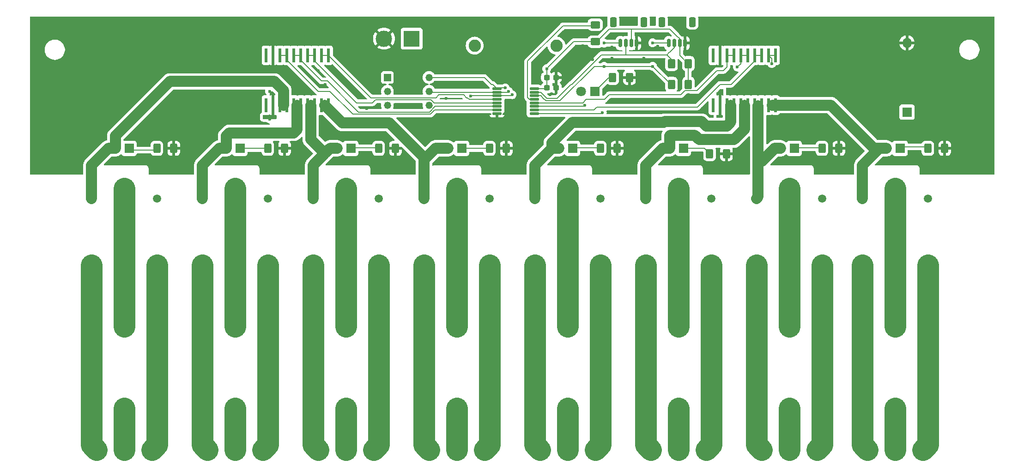
<source format=gbr>
%TF.GenerationSoftware,KiCad,Pcbnew,8.0.5*%
%TF.CreationDate,2024-09-24T14:12:51-04:00*%
%TF.ProjectId,MPD V1,4d504420-5631-42e6-9b69-6361645f7063,rev?*%
%TF.SameCoordinates,Original*%
%TF.FileFunction,Copper,L1,Top*%
%TF.FilePolarity,Positive*%
%FSLAX46Y46*%
G04 Gerber Fmt 4.6, Leading zero omitted, Abs format (unit mm)*
G04 Created by KiCad (PCBNEW 8.0.5) date 2024-09-24 14:12:51*
%MOMM*%
%LPD*%
G01*
G04 APERTURE LIST*
G04 Aperture macros list*
%AMRoundRect*
0 Rectangle with rounded corners*
0 $1 Rounding radius*
0 $2 $3 $4 $5 $6 $7 $8 $9 X,Y pos of 4 corners*
0 Add a 4 corners polygon primitive as box body*
4,1,4,$2,$3,$4,$5,$6,$7,$8,$9,$2,$3,0*
0 Add four circle primitives for the rounded corners*
1,1,$1+$1,$2,$3*
1,1,$1+$1,$4,$5*
1,1,$1+$1,$6,$7*
1,1,$1+$1,$8,$9*
0 Add four rect primitives between the rounded corners*
20,1,$1+$1,$2,$3,$4,$5,0*
20,1,$1+$1,$4,$5,$6,$7,0*
20,1,$1+$1,$6,$7,$8,$9,0*
20,1,$1+$1,$8,$9,$2,$3,0*%
G04 Aperture macros list end*
%TA.AperFunction,ComponentPad*%
%ADD10C,1.498600*%
%TD*%
%TA.AperFunction,ComponentPad*%
%ADD11R,1.800000X1.800000*%
%TD*%
%TA.AperFunction,ComponentPad*%
%ADD12C,1.800000*%
%TD*%
%TA.AperFunction,ComponentPad*%
%ADD13C,1.905000*%
%TD*%
%TA.AperFunction,ComponentPad*%
%ADD14C,2.250000*%
%TD*%
%TA.AperFunction,SMDPad,CuDef*%
%ADD15RoundRect,0.150000X0.150000X0.625000X-0.150000X0.625000X-0.150000X-0.625000X0.150000X-0.625000X0*%
%TD*%
%TA.AperFunction,SMDPad,CuDef*%
%ADD16RoundRect,0.250000X0.350000X0.650000X-0.350000X0.650000X-0.350000X-0.650000X0.350000X-0.650000X0*%
%TD*%
%TA.AperFunction,SMDPad,CuDef*%
%ADD17RoundRect,0.250000X-0.400000X-0.625000X0.400000X-0.625000X0.400000X0.625000X-0.400000X0.625000X0*%
%TD*%
%TA.AperFunction,ComponentPad*%
%ADD18O,1.800000X1.800000*%
%TD*%
%TA.AperFunction,SMDPad,CuDef*%
%ADD19RoundRect,0.250000X0.625000X-0.400000X0.625000X0.400000X-0.625000X0.400000X-0.625000X-0.400000X0*%
%TD*%
%TA.AperFunction,SMDPad,CuDef*%
%ADD20RoundRect,0.237500X-0.300000X-0.237500X0.300000X-0.237500X0.300000X0.237500X-0.300000X0.237500X0*%
%TD*%
%TA.AperFunction,SMDPad,CuDef*%
%ADD21RoundRect,0.125000X-0.762500X-0.125000X0.762500X-0.125000X0.762500X0.125000X-0.762500X0.125000X0*%
%TD*%
%TA.AperFunction,SMDPad,CuDef*%
%ADD22RoundRect,0.250000X0.400000X0.625000X-0.400000X0.625000X-0.400000X-0.625000X0.400000X-0.625000X0*%
%TD*%
%TA.AperFunction,SMDPad,CuDef*%
%ADD23R,0.622132X2.602784*%
%TD*%
%TA.AperFunction,ComponentPad*%
%ADD24R,1.320800X1.320800*%
%TD*%
%TA.AperFunction,ComponentPad*%
%ADD25C,1.320800*%
%TD*%
%TA.AperFunction,ComponentPad*%
%ADD26R,3.000000X3.000000*%
%TD*%
%TA.AperFunction,ComponentPad*%
%ADD27C,3.000000*%
%TD*%
%TA.AperFunction,ViaPad*%
%ADD28C,0.600000*%
%TD*%
%TA.AperFunction,Conductor*%
%ADD29C,4.000000*%
%TD*%
%TA.AperFunction,Conductor*%
%ADD30C,0.200000*%
%TD*%
%TA.AperFunction,Conductor*%
%ADD31C,2.000000*%
%TD*%
G04 APERTURE END LIST*
D10*
%TO.P,K5,1,1*%
%TO.N,/Relay5/NO1*%
X130460000Y-85208451D03*
%TO.P,K5,2,2*%
%TO.N,+12V Fused*%
X130460000Y-73008450D03*
%TO.P,K5,3,3*%
%TO.N,/Relay5/FUSED_COM1*%
X124460002Y-71108451D03*
%TO.P,K5,4,4*%
%TO.N,/Relay5/Relay*%
X118460004Y-73008450D03*
%TO.P,K5,5,5*%
%TO.N,/Relay5/NC1*%
X118460004Y-85208451D03*
%TD*%
%TO.P,K8,1,1*%
%TO.N,/Relay8/NO1*%
X69500000Y-85208451D03*
%TO.P,K8,2,2*%
%TO.N,+12V Fused*%
X69500000Y-73008450D03*
%TO.P,K8,3,3*%
%TO.N,/Relay8/FUSED_COM1*%
X63500002Y-71108451D03*
%TO.P,K8,4,4*%
%TO.N,/Relay8/Relay*%
X57500004Y-73008450D03*
%TO.P,K8,5,5*%
%TO.N,/Relay8/NC1*%
X57500004Y-85208451D03*
%TD*%
D11*
%TO.P,LED6,1,K*%
%TO.N,Net-(LED6-K)*%
X105060000Y-63793552D03*
D12*
%TO.P,LED6,2,A*%
%TO.N,/Relay6/Relay*%
X102520000Y-63793552D03*
%TD*%
D13*
%TO.P,Con4,1,Pin_1*%
%TO.N,/Relay4/NC1*%
X139700000Y-119071001D03*
%TO.P,Con4,2,Pin_2*%
%TO.N,/Relay4/COM1*%
X144780000Y-119071001D03*
%TO.P,Con4,3,Pin_3*%
%TO.N,/Relay4/NO1*%
X149860000Y-119071001D03*
%TD*%
D14*
%TO.P,F2,1*%
%TO.N,/Relay2/COM1*%
X185420000Y-111451001D03*
%TO.P,F2,2*%
%TO.N,/Relay2/FUSED_COM1*%
X185420000Y-96451001D03*
%TD*%
D15*
%TO.P,J2,1,Pin_1*%
%TO.N,GND*%
X166340000Y-44515000D03*
%TO.P,J2,2,Pin_2*%
%TO.N,VCC*%
X165340000Y-44515000D03*
%TO.P,J2,3,Pin_3*%
%TO.N,/SDA*%
X164340000Y-44515000D03*
%TO.P,J2,4,Pin_4*%
%TO.N,/SCL*%
X163340000Y-44515000D03*
D16*
%TO.P,J2,MP*%
%TO.N,N/C*%
X167640000Y-40640000D03*
X162040000Y-40640000D03*
%TD*%
D11*
%TO.P,LED4,1,K*%
%TO.N,Net-(LED4-K)*%
X145699998Y-63793552D03*
D12*
%TO.P,LED4,2,A*%
%TO.N,/Relay4/Relay*%
X143159998Y-63793552D03*
%TD*%
D17*
%TO.P,R4,1*%
%TO.N,Net-(LED4-K)*%
X150779998Y-63793552D03*
%TO.P,R4,2*%
%TO.N,GND*%
X153879998Y-63793552D03*
%TD*%
D14*
%TO.P,F3,1*%
%TO.N,/Relay3/COM1*%
X165100002Y-111451001D03*
%TO.P,F3,2*%
%TO.N,/Relay3/FUSED_COM1*%
X165100002Y-96451001D03*
%TD*%
D11*
%TO.P,D1,1,K*%
%TO.N,+12V Fused*%
X207010000Y-57150000D03*
D18*
%TO.P,D1,2,A*%
%TO.N,GND*%
X207010000Y-44450000D03*
%TD*%
D17*
%TO.P,R8,1*%
%TO.N,Net-(LED8-K)*%
X69500000Y-63793552D03*
%TO.P,R8,2*%
%TO.N,GND*%
X72600000Y-63793552D03*
%TD*%
D13*
%TO.P,Con5,1,Pin_1*%
%TO.N,/Relay5/NC1*%
X119380002Y-119071001D03*
%TO.P,Con5,2,Pin_2*%
%TO.N,/Relay5/COM1*%
X124460002Y-119071001D03*
%TO.P,Con5,3,Pin_3*%
%TO.N,/Relay5/NO1*%
X129540002Y-119071001D03*
%TD*%
D14*
%TO.P,F6,1*%
%TO.N,/Relay6/COM1*%
X104140002Y-111451001D03*
%TO.P,F6,2*%
%TO.N,/Relay6/FUSED_COM1*%
X104140002Y-96451001D03*
%TD*%
D19*
%TO.P,R9,1*%
%TO.N,VCC*%
X149860000Y-44248000D03*
%TO.P,R9,2*%
%TO.N,Net-(U1-~{INT})*%
X149860000Y-41148000D03*
%TD*%
D11*
%TO.P,LED0,1,K*%
%TO.N,Net-(LED0-K)*%
X149790000Y-53340000D03*
D12*
%TO.P,LED0,2,A*%
%TO.N,+12V Fused*%
X147250000Y-53340000D03*
%TD*%
D17*
%TO.P,R7,1*%
%TO.N,Net-(LED7-K)*%
X89820000Y-63793552D03*
%TO.P,R7,2*%
%TO.N,GND*%
X92920000Y-63793552D03*
%TD*%
D14*
%TO.P,F8,1*%
%TO.N,/Relay8/COM1*%
X63500002Y-111451001D03*
%TO.P,F8,2*%
%TO.N,/Relay8/FUSED_COM1*%
X63500002Y-96451001D03*
%TD*%
D13*
%TO.P,Con6,1,Pin_1*%
%TO.N,/Relay6/NC1*%
X99060002Y-119071001D03*
%TO.P,Con6,2,Pin_2*%
%TO.N,/Relay6/COM1*%
X104140002Y-119071001D03*
%TO.P,Con6,3,Pin_3*%
%TO.N,/Relay6/NO1*%
X109220002Y-119071001D03*
%TD*%
%TO.P,Con3,1,Pin_1*%
%TO.N,/Relay3/NC1*%
X160020002Y-119071001D03*
%TO.P,Con3,2,Pin_2*%
%TO.N,/Relay3/COM1*%
X165100002Y-119071001D03*
%TO.P,Con3,3,Pin_3*%
%TO.N,/Relay3/NO1*%
X170180002Y-119071001D03*
%TD*%
D10*
%TO.P,K1,1,1*%
%TO.N,/Relay1/NO1*%
X210820000Y-85208451D03*
%TO.P,K1,2,2*%
%TO.N,+12V Fused*%
X210820000Y-73008450D03*
%TO.P,K1,3,3*%
%TO.N,/Relay1/FUSED_COM1*%
X204820002Y-71108451D03*
%TO.P,K1,4,4*%
%TO.N,/Relay1/Relay*%
X198820004Y-73008450D03*
%TO.P,K1,5,5*%
%TO.N,/Relay1/NC1*%
X198820004Y-85208451D03*
%TD*%
D14*
%TO.P,F1,1*%
%TO.N,/Relay1/COM1*%
X204820002Y-111451001D03*
%TO.P,F1,2*%
%TO.N,/Relay1/FUSED_COM1*%
X204820002Y-96451001D03*
%TD*%
D20*
%TO.P,C1,1*%
%TO.N,VCC*%
X140970000Y-52705000D03*
%TO.P,C1,2*%
%TO.N,GND*%
X142695000Y-52705000D03*
%TD*%
D10*
%TO.P,K3,1,1*%
%TO.N,/Relay3/NO1*%
X171100000Y-85208451D03*
%TO.P,K3,2,2*%
%TO.N,+12V Fused*%
X171100000Y-73008450D03*
%TO.P,K3,3,3*%
%TO.N,/Relay3/FUSED_COM1*%
X165100002Y-71108451D03*
%TO.P,K3,4,4*%
%TO.N,/Relay3/Relay*%
X159100004Y-73008450D03*
%TO.P,K3,5,5*%
%TO.N,/Relay3/NC1*%
X159100004Y-85208451D03*
%TD*%
D15*
%TO.P,J1,1,Pin_1*%
%TO.N,GND*%
X157450000Y-44515000D03*
%TO.P,J1,2,Pin_2*%
%TO.N,VCC*%
X156450000Y-44515000D03*
%TO.P,J1,3,Pin_3*%
%TO.N,/SDA*%
X155450000Y-44515000D03*
%TO.P,J1,4,Pin_4*%
%TO.N,/SCL*%
X154450000Y-44515000D03*
D16*
%TO.P,J1,MP*%
%TO.N,N/C*%
X158750000Y-40640000D03*
X153150000Y-40640000D03*
%TD*%
D21*
%TO.P,U1,1,A0*%
%TO.N,/A0*%
X131842500Y-52849502D03*
%TO.P,U1,2,A1*%
%TO.N,/A1*%
X131842500Y-53499502D03*
%TO.P,U1,3,A2*%
%TO.N,/A2*%
X131842500Y-54149502D03*
%TO.P,U1,4,P0*%
%TO.N,Net-(U1-P0)*%
X131842500Y-54799502D03*
%TO.P,U1,5,P1*%
%TO.N,Net-(U1-P1)*%
X131842500Y-55449502D03*
%TO.P,U1,6,P2*%
%TO.N,Net-(U1-P2)*%
X131842500Y-56099502D03*
%TO.P,U1,7,P3*%
%TO.N,Net-(U1-P3)*%
X131842500Y-56749502D03*
%TO.P,U1,8,GND*%
%TO.N,GND*%
X131842500Y-57399502D03*
%TO.P,U1,9,P4*%
%TO.N,Net-(U1-P4)*%
X138667500Y-57399502D03*
%TO.P,U1,10,P5*%
%TO.N,Net-(U1-P5)*%
X138667500Y-56749502D03*
%TO.P,U1,11,P6*%
%TO.N,Net-(U1-P6)*%
X138667500Y-56099502D03*
%TO.P,U1,12,P7*%
%TO.N,Net-(U1-P7)*%
X138667500Y-55449502D03*
%TO.P,U1,13,~{INT}*%
%TO.N,Net-(U1-~{INT})*%
X138667500Y-54799502D03*
%TO.P,U1,14,SCL*%
%TO.N,/SCL*%
X138667500Y-54149502D03*
%TO.P,U1,15,SDA*%
%TO.N,/SDA*%
X138667500Y-53499502D03*
%TO.P,U1,16,VDD*%
%TO.N,VCC*%
X138667500Y-52849502D03*
%TD*%
D22*
%TO.P,R11,1*%
%TO.N,VCC*%
X166930000Y-52070000D03*
%TO.P,R11,2*%
%TO.N,/SCL*%
X163830000Y-52070000D03*
%TD*%
D17*
%TO.P,R0,1*%
%TO.N,Net-(LED0-K)*%
X153035000Y-50800000D03*
%TO.P,R0,2*%
%TO.N,GND*%
X156135000Y-50800000D03*
%TD*%
D14*
%TO.P,F5,1*%
%TO.N,/Relay5/COM1*%
X124460002Y-111451001D03*
%TO.P,F5,2*%
%TO.N,/Relay5/FUSED_COM1*%
X124460002Y-96451001D03*
%TD*%
D13*
%TO.P,Con1,1,Pin_1*%
%TO.N,/Relay1/NC1*%
X199740002Y-119071001D03*
%TO.P,Con1,2,Pin_2*%
%TO.N,/Relay1/COM1*%
X204820002Y-119071001D03*
%TO.P,Con1,3,Pin_3*%
%TO.N,/Relay1/NO1*%
X209900002Y-119071001D03*
%TD*%
D11*
%TO.P,LED8,1,K*%
%TO.N,Net-(LED8-K)*%
X64420000Y-63793552D03*
D12*
%TO.P,LED8,2,A*%
%TO.N,/Relay8/Relay*%
X61880000Y-63793552D03*
%TD*%
D23*
%TO.P,U2,1,1B*%
%TO.N,Net-(U1-P0)*%
X100965000Y-46749007D03*
%TO.P,U2,2,2B*%
X99695000Y-46749007D03*
%TO.P,U2,3,3B*%
%TO.N,Net-(U1-P1)*%
X98425000Y-46749007D03*
%TO.P,U2,4,4B*%
X97155000Y-46749007D03*
%TO.P,U2,5,5B*%
%TO.N,Net-(U1-P2)*%
X95885000Y-46749007D03*
%TO.P,U2,6,6B*%
X94615000Y-46749007D03*
%TO.P,U2,7,7B*%
%TO.N,Net-(U1-P3)*%
X93345000Y-46749007D03*
%TO.P,U2,8,8B*%
X92075000Y-46749007D03*
%TO.P,U2,9,GND*%
%TO.N,GND*%
X90805000Y-46749007D03*
%TO.P,U2,10,NC*%
%TO.N,unconnected-(U2-NC-Pad10)*%
X89535000Y-46749007D03*
%TO.P,U2,11,NC*%
%TO.N,unconnected-(U2-NC-Pad11)*%
X89535000Y-55880000D03*
%TO.P,U2,12,COM*%
%TO.N,+12V Fused*%
X90805000Y-55880000D03*
%TO.P,U2,13,8C*%
%TO.N,/Relay8/Relay*%
X92075000Y-55880000D03*
%TO.P,U2,14,7C*%
X93345000Y-55880000D03*
%TO.P,U2,15,6C*%
%TO.N,/Relay7/Relay*%
X94615000Y-55880000D03*
%TO.P,U2,16,5C*%
X95885000Y-55880000D03*
%TO.P,U2,17,4C*%
%TO.N,/Relay6/Relay*%
X97155000Y-55880000D03*
%TO.P,U2,18,3C*%
X98425000Y-55880000D03*
%TO.P,U2,19,2C*%
%TO.N,/Relay5/Relay*%
X99695000Y-55880000D03*
%TO.P,U2,20,1C*%
X100965000Y-55880000D03*
%TD*%
D17*
%TO.P,R5,1*%
%TO.N,Net-(LED5-K)*%
X130460000Y-63793552D03*
%TO.P,R5,2*%
%TO.N,GND*%
X133560000Y-63793552D03*
%TD*%
%TO.P,R1,1*%
%TO.N,Net-(LED1-K)*%
X210820000Y-63793552D03*
%TO.P,R1,2*%
%TO.N,GND*%
X213920000Y-63793552D03*
%TD*%
D24*
%TO.P,SW1,1,1*%
%TO.N,VCC*%
X111760000Y-50800000D03*
D25*
%TO.P,SW1,2,2*%
X111760000Y-53340000D03*
%TO.P,SW1,3,3*%
X111760000Y-55880000D03*
%TO.P,SW1,4,4*%
%TO.N,/A2*%
X119380000Y-55880000D03*
%TO.P,SW1,5,5*%
%TO.N,/A1*%
X119380000Y-53340000D03*
%TO.P,SW1,6,6*%
%TO.N,/A0*%
X119380000Y-50800000D03*
%TD*%
D10*
%TO.P,K4,1,1*%
%TO.N,/Relay4/NO1*%
X150779998Y-85208451D03*
%TO.P,K4,2,2*%
%TO.N,+12V Fused*%
X150779998Y-73008450D03*
%TO.P,K4,3,3*%
%TO.N,/Relay4/FUSED_COM1*%
X144780000Y-71108451D03*
%TO.P,K4,4,4*%
%TO.N,/Relay4/Relay*%
X138780002Y-73008450D03*
%TO.P,K4,5,5*%
%TO.N,/Relay4/NC1*%
X138780002Y-85208451D03*
%TD*%
D13*
%TO.P,Con7,1,Pin_1*%
%TO.N,/Relay7/NC1*%
X78740002Y-119071001D03*
%TO.P,Con7,2,Pin_2*%
%TO.N,/Relay7/COM1*%
X83820002Y-119071001D03*
%TO.P,Con7,3,Pin_3*%
%TO.N,/Relay7/NO1*%
X88900002Y-119071001D03*
%TD*%
D17*
%TO.P,R3,1*%
%TO.N,Net-(LED3-K)*%
X170815000Y-64770000D03*
%TO.P,R3,2*%
%TO.N,GND*%
X173915000Y-64770000D03*
%TD*%
D10*
%TO.P,K2,1,1*%
%TO.N,/Relay2/NO1*%
X191419998Y-85208451D03*
%TO.P,K2,2,2*%
%TO.N,+12V Fused*%
X191419998Y-73008450D03*
%TO.P,K2,3,3*%
%TO.N,/Relay2/FUSED_COM1*%
X185420000Y-71108451D03*
%TO.P,K2,4,4*%
%TO.N,/Relay2/Relay*%
X179420002Y-73008450D03*
%TO.P,K2,5,5*%
%TO.N,/Relay2/NC1*%
X179420002Y-85208451D03*
%TD*%
D17*
%TO.P,R2,1*%
%TO.N,Net-(LED2-K)*%
X191419998Y-63793552D03*
%TO.P,R2,2*%
%TO.N,GND*%
X194519998Y-63793552D03*
%TD*%
D20*
%TO.P,C2,1*%
%TO.N,VCC*%
X140970000Y-50800000D03*
%TO.P,C2,2*%
%TO.N,GND*%
X142695000Y-50800000D03*
%TD*%
D14*
%TO.P,F7,1*%
%TO.N,/Relay7/COM1*%
X83820002Y-111451001D03*
%TO.P,F7,2*%
%TO.N,/Relay7/FUSED_COM1*%
X83820002Y-96451001D03*
%TD*%
D11*
%TO.P,LED2,1,K*%
%TO.N,Net-(LED2-K)*%
X186339998Y-63793552D03*
D12*
%TO.P,LED2,2,A*%
%TO.N,/Relay2/Relay*%
X183799998Y-63793552D03*
%TD*%
D14*
%TO.P,F4,1*%
%TO.N,/Relay4/COM1*%
X144780000Y-111451001D03*
%TO.P,F4,2*%
%TO.N,/Relay4/FUSED_COM1*%
X144780000Y-96451001D03*
%TD*%
D26*
%TO.P,J5,1,Pin_1*%
%TO.N,+12V*%
X116205000Y-43694502D03*
D27*
%TO.P,J5,2,Pin_2*%
%TO.N,GND*%
X111125000Y-43694502D03*
%TD*%
D13*
%TO.P,Con2,1,Pin_1*%
%TO.N,/Relay2/NC1*%
X180340000Y-119071001D03*
%TO.P,Con2,2,Pin_2*%
%TO.N,/Relay2/COM1*%
X185420000Y-119071001D03*
%TO.P,Con2,3,Pin_3*%
%TO.N,/Relay2/NO1*%
X190500000Y-119071001D03*
%TD*%
D17*
%TO.P,R6,1*%
%TO.N,Net-(LED6-K)*%
X110140000Y-63793552D03*
%TO.P,R6,2*%
%TO.N,GND*%
X113240000Y-63793552D03*
%TD*%
D22*
%TO.P,R10,1*%
%TO.N,VCC*%
X166930000Y-48260000D03*
%TO.P,R10,2*%
%TO.N,/SDA*%
X163830000Y-48260000D03*
%TD*%
D11*
%TO.P,LED7,1,K*%
%TO.N,Net-(LED7-K)*%
X84740000Y-63793552D03*
D12*
%TO.P,LED7,2,A*%
%TO.N,/Relay7/Relay*%
X82200000Y-63793552D03*
%TD*%
D11*
%TO.P,LED3,1,K*%
%TO.N,Net-(LED3-K)*%
X166020000Y-63793552D03*
D12*
%TO.P,LED3,2,A*%
%TO.N,/Relay3/Relay*%
X163480000Y-63793552D03*
%TD*%
D10*
%TO.P,K7,1,1*%
%TO.N,/Relay7/NO1*%
X89820000Y-85208451D03*
%TO.P,K7,2,2*%
%TO.N,+12V Fused*%
X89820000Y-73008450D03*
%TO.P,K7,3,3*%
%TO.N,/Relay7/FUSED_COM1*%
X83820002Y-71108451D03*
%TO.P,K7,4,4*%
%TO.N,/Relay7/Relay*%
X77820004Y-73008450D03*
%TO.P,K7,5,5*%
%TO.N,/Relay7/NC1*%
X77820004Y-85208451D03*
%TD*%
D11*
%TO.P,LED1,1,K*%
%TO.N,Net-(LED1-K)*%
X205740000Y-63793552D03*
D12*
%TO.P,LED1,2,A*%
%TO.N,/Relay1/Relay*%
X203200000Y-63793552D03*
%TD*%
D14*
%TO.P,F0,1*%
%TO.N,+12V*%
X127755000Y-44964502D03*
%TO.P,F0,2*%
%TO.N,+12V Fused*%
X142755000Y-44964502D03*
%TD*%
D23*
%TO.P,U3,1,1B*%
%TO.N,Net-(U1-P4)*%
X182880000Y-46749007D03*
%TO.P,U3,2,2B*%
X181610000Y-46749007D03*
%TO.P,U3,3,3B*%
%TO.N,Net-(U1-P5)*%
X180340000Y-46749007D03*
%TO.P,U3,4,4B*%
X179070000Y-46749007D03*
%TO.P,U3,5,5B*%
%TO.N,Net-(U1-P6)*%
X177800000Y-46749007D03*
%TO.P,U3,6,6B*%
X176530000Y-46749007D03*
%TO.P,U3,7,7B*%
%TO.N,Net-(U1-P7)*%
X175260000Y-46749007D03*
%TO.P,U3,8,8B*%
X173990000Y-46749007D03*
%TO.P,U3,9,GND*%
%TO.N,GND*%
X172720000Y-46749007D03*
%TO.P,U3,10,NC*%
%TO.N,unconnected-(U3-NC-Pad10)*%
X171450000Y-46749007D03*
%TO.P,U3,11,NC*%
%TO.N,unconnected-(U3-NC-Pad11)*%
X171450000Y-55880000D03*
%TO.P,U3,12,COM*%
%TO.N,+12V Fused*%
X172720000Y-55880000D03*
%TO.P,U3,13,8C*%
%TO.N,/Relay4/Relay*%
X173990000Y-55880000D03*
%TO.P,U3,14,7C*%
X175260000Y-55880000D03*
%TO.P,U3,15,6C*%
%TO.N,/Relay3/Relay*%
X176530000Y-55880000D03*
%TO.P,U3,16,5C*%
X177800000Y-55880000D03*
%TO.P,U3,17,4C*%
%TO.N,/Relay2/Relay*%
X179070000Y-55880000D03*
%TO.P,U3,18,3C*%
X180340000Y-55880000D03*
%TO.P,U3,19,2C*%
%TO.N,/Relay1/Relay*%
X181610000Y-55880000D03*
%TO.P,U3,20,1C*%
X182880000Y-55880000D03*
%TD*%
D13*
%TO.P,Con8,1,Pin_1*%
%TO.N,/Relay8/NC1*%
X58420002Y-119071001D03*
%TO.P,Con8,2,Pin_2*%
%TO.N,/Relay8/COM1*%
X63500002Y-119071001D03*
%TO.P,Con8,3,Pin_3*%
%TO.N,/Relay8/NO1*%
X68580002Y-119071001D03*
%TD*%
D11*
%TO.P,LED5,1,K*%
%TO.N,Net-(LED5-K)*%
X125380000Y-63793552D03*
D12*
%TO.P,LED5,2,A*%
%TO.N,/Relay5/Relay*%
X122840000Y-63793552D03*
%TD*%
D10*
%TO.P,K6,1,1*%
%TO.N,/Relay6/NO1*%
X110140000Y-85208451D03*
%TO.P,K6,2,2*%
%TO.N,+12V Fused*%
X110140000Y-73008450D03*
%TO.P,K6,3,3*%
%TO.N,/Relay6/FUSED_COM1*%
X104140002Y-71108451D03*
%TO.P,K6,4,4*%
%TO.N,/Relay6/Relay*%
X98140004Y-73008450D03*
%TO.P,K6,5,5*%
%TO.N,/Relay6/NC1*%
X98140004Y-85208451D03*
%TD*%
D28*
%TO.N,+12V Fused*%
X172720000Y-53340000D03*
X90170000Y-53340000D03*
X90170000Y-58420000D03*
%TO.N,GND*%
X203200000Y-45720000D03*
X139954000Y-48514000D03*
X114935000Y-55880000D03*
X148590000Y-62865000D03*
X208280000Y-65405000D03*
X175260000Y-43815000D03*
X210820000Y-50800000D03*
X152908000Y-47244000D03*
X124460000Y-52070000D03*
X101600000Y-66040000D03*
X142240000Y-52070000D03*
X99060000Y-49530000D03*
X58420000Y-48260000D03*
X99695000Y-58420000D03*
X180340000Y-43815000D03*
X160528000Y-40640000D03*
X141605000Y-53975000D03*
X100330000Y-52070000D03*
X182880000Y-58420000D03*
X168910000Y-51435000D03*
X95885000Y-67310000D03*
X147574000Y-44958000D03*
X203200000Y-50800000D03*
X71120000Y-66675000D03*
X210820000Y-45720000D03*
X135255000Y-57785000D03*
X182880000Y-43815000D03*
X158750000Y-42926000D03*
X107950000Y-56515000D03*
X156210000Y-55245000D03*
X156845000Y-67310000D03*
X152908000Y-42926000D03*
X158750000Y-50800000D03*
X172720000Y-43815000D03*
X169545000Y-56515000D03*
X158750000Y-47244000D03*
X158750000Y-44450000D03*
X189230000Y-65405000D03*
X142240000Y-66040000D03*
X168910000Y-66040000D03*
X161290000Y-45085000D03*
X63500000Y-50800000D03*
X149352000Y-47498000D03*
X146050000Y-42926000D03*
X152908000Y-45212000D03*
X167005000Y-53975000D03*
X129540000Y-66040000D03*
X176530000Y-67310000D03*
X63500000Y-48260000D03*
X177800000Y-43815000D03*
X122555000Y-54610000D03*
X155956000Y-40894000D03*
X102870000Y-50800000D03*
X58420000Y-50800000D03*
X81280000Y-66040000D03*
%TO.N,VCC*%
X140970000Y-49189020D03*
%TO.N,Net-(U1-P6)*%
X147955000Y-55880000D03*
X175895000Y-48895000D03*
%TO.N,/SCL*%
X151505000Y-44515000D03*
X151505000Y-48768000D03*
X160395000Y-44450000D03*
X160395000Y-48768000D03*
%TO.N,Net-(U1-P4)*%
X151173403Y-57224127D03*
X182245000Y-48260000D03*
%TO.N,/A0*%
X133350000Y-52705000D03*
%TO.N,/A1*%
X133985000Y-53340000D03*
%TO.N,/A2*%
X127000000Y-54199502D03*
X134620000Y-53975000D03*
%TD*%
D29*
%TO.N,/Relay1/NO1*%
X210820000Y-118151003D02*
X209900002Y-119071001D01*
X210820000Y-85208451D02*
X210820000Y-118151003D01*
%TO.N,/Relay1/NC1*%
X198820004Y-118151003D02*
X199740002Y-119071001D01*
X198820004Y-85208451D02*
X198820004Y-118151003D01*
%TO.N,/Relay1/COM1*%
X204820002Y-111451001D02*
X204820002Y-119071001D01*
D30*
%TO.N,VCC*%
X140970000Y-50800000D02*
X140970000Y-49189020D01*
X156450000Y-41924000D02*
X156464000Y-41910000D01*
X166930000Y-52705000D02*
X166930000Y-48895000D01*
X141434510Y-48724510D02*
X145911021Y-44248000D01*
X166930000Y-48335000D02*
X165340000Y-46745000D01*
X149860000Y-44450000D02*
X149982002Y-44450000D01*
X165340000Y-43740001D02*
X165340000Y-44515000D01*
X140825498Y-52849502D02*
X140970000Y-52705000D01*
X165340000Y-46745000D02*
X165340000Y-44515000D01*
X164739999Y-43140000D02*
X165340000Y-43740001D01*
X145911021Y-44248000D02*
X147269002Y-44248000D01*
X156464000Y-41910000D02*
X163509999Y-41910000D01*
X140970000Y-49189020D02*
X141434510Y-48724510D01*
X149860000Y-44248000D02*
X147269002Y-44248000D01*
X156450000Y-44515000D02*
X156450000Y-41924000D01*
X152400000Y-41910000D02*
X156464000Y-41910000D01*
X166930000Y-48895000D02*
X166930000Y-48335000D01*
X149860000Y-44450000D02*
X152400000Y-41910000D01*
X138667500Y-52849502D02*
X140825498Y-52849502D01*
X140970000Y-50800000D02*
X140970000Y-52705000D01*
X163509999Y-41910000D02*
X164739999Y-43140000D01*
%TO.N,Net-(U1-P1)*%
X120307713Y-55449502D02*
X119777811Y-54919600D01*
X119777811Y-54919600D02*
X109545400Y-54919600D01*
X109545400Y-54919600D02*
X109015498Y-55449502D01*
X109015498Y-55449502D02*
X106135169Y-55449502D01*
X131842500Y-55449502D02*
X120307713Y-55449502D01*
X97155000Y-46749007D02*
X98425000Y-46749007D01*
X98425000Y-47739333D02*
X106135169Y-55449502D01*
X98425000Y-46749007D02*
X98425000Y-47739333D01*
%TO.N,Net-(U1-P6)*%
X147735498Y-56099502D02*
X147955000Y-55880000D01*
X138667500Y-56099502D02*
X147735498Y-56099502D01*
X176530000Y-48260000D02*
X175895000Y-48895000D01*
X176530000Y-46749007D02*
X176530000Y-48260000D01*
X177800000Y-46749007D02*
X176530000Y-46749007D01*
%TO.N,Net-(U1-P3)*%
X99060000Y-53340000D02*
X93345000Y-47625000D01*
X99695000Y-53340000D02*
X99060000Y-53340000D01*
X93345000Y-46749007D02*
X92075000Y-46749007D01*
X99695000Y-53340000D02*
X101200000Y-53340000D01*
X93345000Y-47625000D02*
X93345000Y-46749007D01*
X101200000Y-53340000D02*
X105410000Y-57550000D01*
X131842500Y-56749502D02*
X120434395Y-56749502D01*
X119633897Y-57550000D02*
X105410000Y-57550000D01*
X120434395Y-56749502D02*
X119633897Y-57550000D01*
%TO.N,/SDA*%
X140970000Y-54610000D02*
X142240000Y-54610000D01*
X155448000Y-46644000D02*
X162976000Y-46644000D01*
X142875000Y-54610000D02*
X145415000Y-52070000D01*
X145415000Y-52070000D02*
X145557818Y-52070000D01*
X138667500Y-53499502D02*
X139859502Y-53499502D01*
X155450000Y-46642000D02*
X155448000Y-46644000D01*
X139859502Y-53499502D02*
X140335000Y-53975000D01*
X163493999Y-46136000D02*
X164340000Y-45289999D01*
X162976000Y-46644000D02*
X163830000Y-47498000D01*
X163830000Y-47498000D02*
X163830000Y-48895000D01*
X155450000Y-44515000D02*
X155450000Y-46228000D01*
X142240000Y-54610000D02*
X142875000Y-54610000D01*
X155450000Y-46228000D02*
X155450000Y-46642000D01*
X163357000Y-46263000D02*
X163484000Y-46136000D01*
X145557818Y-52070000D02*
X150983818Y-46644000D01*
X164340000Y-45289999D02*
X164340000Y-44515000D01*
X162976000Y-46644000D02*
X163357000Y-46263000D01*
X150983818Y-46644000D02*
X151130000Y-46644000D01*
X151130000Y-46644000D02*
X155448000Y-46644000D01*
X140335000Y-53975000D02*
X140970000Y-54610000D01*
X163484000Y-46136000D02*
X163493999Y-46136000D01*
%TO.N,Net-(U1-P5)*%
X138667500Y-56749502D02*
X149625498Y-56749502D01*
X174739333Y-52070000D02*
X179070000Y-47739333D01*
X150145000Y-56230000D02*
X149625498Y-56749502D01*
X173355000Y-52070000D02*
X174739333Y-52070000D01*
X172717207Y-52070000D02*
X173355000Y-52070000D01*
X168557207Y-56230000D02*
X172717207Y-52070000D01*
X151480000Y-56230000D02*
X168557207Y-56230000D01*
X180340000Y-46749007D02*
X179070000Y-46749007D01*
X151480000Y-56230000D02*
X150145000Y-56230000D01*
X179070000Y-46749007D02*
X179070000Y-47739333D01*
%TO.N,/SCL*%
X154450000Y-44515000D02*
X151505000Y-44515000D01*
X160395000Y-48768000D02*
X163830000Y-52203000D01*
X140335000Y-54610000D02*
X140824502Y-55099502D01*
X161665000Y-44450000D02*
X161730000Y-44515000D01*
X151892000Y-48768000D02*
X149860000Y-48768000D01*
X163830000Y-52203000D02*
X163830000Y-52705000D01*
X138667500Y-54149502D02*
X139874502Y-54149502D01*
X161730000Y-44515000D02*
X163340000Y-44515000D01*
X149700679Y-48768000D02*
X149860000Y-48768000D01*
X143369177Y-55099502D02*
X149700679Y-48768000D01*
X140824502Y-55099502D02*
X142385498Y-55099502D01*
X139874502Y-54149502D02*
X140335000Y-54610000D01*
X151892000Y-48768000D02*
X160395000Y-48768000D01*
X160395000Y-44450000D02*
X161665000Y-44450000D01*
X142385498Y-55099502D02*
X143369177Y-55099502D01*
X151505000Y-48768000D02*
X151892000Y-48768000D01*
%TO.N,Net-(U1-P7)*%
X173990000Y-48895000D02*
X173990000Y-46749007D01*
X165635483Y-53875483D02*
X165952983Y-53557983D01*
X138667500Y-55449502D02*
X142240000Y-55449502D01*
X166315966Y-53195000D02*
X168534333Y-53195000D01*
X147607680Y-55449502D02*
X142240000Y-55449502D01*
X165535966Y-53975000D02*
X165952983Y-53557983D01*
X173355000Y-49530000D02*
X173990000Y-48895000D01*
X151547017Y-54827983D02*
X152400000Y-53975000D01*
X172199334Y-49530000D02*
X173355000Y-49530000D01*
X149225000Y-54827983D02*
X151547017Y-54827983D01*
X165952983Y-53557983D02*
X166315966Y-53195000D01*
X148229199Y-54827983D02*
X147607680Y-55449502D01*
X175260000Y-46749007D02*
X173990000Y-46749007D01*
X173990000Y-46749007D02*
X173990000Y-47739333D01*
X152400000Y-53975000D02*
X165535966Y-53975000D01*
X149225000Y-54827983D02*
X148229199Y-54827983D01*
X172142167Y-49587167D02*
X172199334Y-49530000D01*
X168534333Y-53195000D02*
X172142167Y-49587167D01*
%TO.N,Net-(U1-P4)*%
X181610000Y-47739333D02*
X181610000Y-46749007D01*
X138667500Y-57399502D02*
X146685000Y-57399502D01*
X146685000Y-57399502D02*
X150998028Y-57399502D01*
X150998028Y-57399502D02*
X151173403Y-57224127D01*
X182245000Y-48260000D02*
X182245000Y-47384007D01*
X182245000Y-47384007D02*
X181610000Y-46749007D01*
X181610000Y-46749007D02*
X182880000Y-46749007D01*
%TO.N,Net-(U1-P2)*%
X95885000Y-47625000D02*
X95885000Y-46749007D01*
X99695000Y-51435000D02*
X95885000Y-47625000D01*
X94615000Y-46749007D02*
X95885000Y-46749007D01*
X131842500Y-56099502D02*
X120518709Y-56099502D01*
X120518709Y-56099502D02*
X119468211Y-57150000D01*
X100745498Y-51435000D02*
X99695000Y-51435000D01*
X106460498Y-57150000D02*
X100745498Y-51435000D01*
X119468211Y-57150000D02*
X106460498Y-57150000D01*
%TO.N,Net-(U1-P0)*%
X125730000Y-53975000D02*
X121194600Y-53975000D01*
X126471569Y-54519600D02*
X126274600Y-54519600D01*
X99695000Y-46749007D02*
X100965000Y-46749007D01*
X131842500Y-54799502D02*
X126751471Y-54799502D01*
X120650000Y-54519600D02*
X108735592Y-54519600D01*
X108735592Y-54519600D02*
X108387996Y-54172004D01*
X126274600Y-54519600D02*
X125730000Y-53975000D01*
X126751471Y-54799502D02*
X126471569Y-54519600D01*
X108387996Y-54172004D02*
X100965000Y-46749007D01*
X121194600Y-53975000D02*
X120650000Y-54519600D01*
D29*
%TO.N,/Relay2/COM1*%
X185420000Y-111451001D02*
X185420000Y-119071001D01*
%TO.N,/Relay2/NO1*%
X191419998Y-118151003D02*
X190500000Y-119071001D01*
X191419998Y-85208451D02*
X191419998Y-118151003D01*
%TO.N,/Relay2/NC1*%
X179420002Y-85208451D02*
X179420002Y-118151003D01*
X179420002Y-118151003D02*
X180340000Y-119071001D01*
%TO.N,/Relay3/NC1*%
X159100004Y-85208451D02*
X159100004Y-118151003D01*
X159100004Y-118151003D02*
X160020002Y-119071001D01*
%TO.N,/Relay3/NO1*%
X171100000Y-118151003D02*
X170180002Y-119071001D01*
X171100000Y-85208451D02*
X171100000Y-118151003D01*
%TO.N,/Relay3/COM1*%
X165100002Y-111451001D02*
X165100002Y-119071001D01*
%TO.N,/Relay4/NO1*%
X150779998Y-85208451D02*
X150779998Y-118151003D01*
X150779998Y-118151003D02*
X149860000Y-119071001D01*
%TO.N,/Relay4/COM1*%
X144780000Y-119071001D02*
X144780000Y-111451001D01*
%TO.N,/Relay4/NC1*%
X138780002Y-85208451D02*
X138780002Y-118151003D01*
X138780002Y-118151003D02*
X139700000Y-119071001D01*
%TO.N,/Relay1/FUSED_COM1*%
X204820002Y-71108451D02*
X204820002Y-96451001D01*
%TO.N,/Relay2/FUSED_COM1*%
X185420000Y-71108451D02*
X185420000Y-96451001D01*
%TO.N,/Relay3/FUSED_COM1*%
X165100002Y-71108451D02*
X165100002Y-96451001D01*
%TO.N,/Relay4/FUSED_COM1*%
X144780000Y-96451001D02*
X144780000Y-71108451D01*
D31*
%TO.N,/Relay3/Relay*%
X159100004Y-66900756D02*
X162207208Y-63793552D01*
X163620000Y-61393552D02*
X167005000Y-61393552D01*
X168110000Y-61393552D02*
X168910000Y-62193552D01*
X168910000Y-62193552D02*
X175296448Y-62193552D01*
X176071448Y-61418552D02*
X177218934Y-60271066D01*
X163480000Y-63793552D02*
X163480000Y-61533552D01*
D30*
X176530000Y-57150000D02*
X176530000Y-55880000D01*
D31*
X163480000Y-61533552D02*
X163620000Y-61393552D01*
X167005000Y-61393552D02*
X168110000Y-61393552D01*
D30*
X177800000Y-55880000D02*
X176530000Y-55880000D01*
D31*
X177218934Y-60271066D02*
X177218934Y-55880000D01*
X175296448Y-62193552D02*
X177218934Y-60271066D01*
X159100004Y-73008450D02*
X159100004Y-66900756D01*
X162207208Y-63793552D02*
X163480000Y-63793552D01*
%TO.N,/Relay4/Relay*%
X174718934Y-57150000D02*
X174718934Y-58961066D01*
D30*
X175260000Y-55880000D02*
X173990000Y-55880000D01*
X138780002Y-72884898D02*
X138780002Y-68072000D01*
D31*
X138780002Y-73008450D02*
X138780002Y-66900756D01*
D30*
X138780002Y-65689998D02*
X140676448Y-63793552D01*
D31*
X173986448Y-59693552D02*
X170180000Y-59693552D01*
X174718934Y-57150000D02*
X174718934Y-55880000D01*
X174718934Y-58961066D02*
X173986448Y-59693552D01*
X138780002Y-66900756D02*
X141887206Y-63793552D01*
X141887206Y-63793552D02*
X143159998Y-63793552D01*
D30*
X140676448Y-63793552D02*
X143159998Y-63793552D01*
D31*
X170180000Y-59693552D02*
X169380000Y-58893552D01*
X162423018Y-59055000D02*
X145638550Y-59055000D01*
X141887206Y-62806344D02*
X141887206Y-63793552D01*
X174718934Y-58326066D02*
X174718934Y-57150000D01*
X169380000Y-58893552D02*
X162584466Y-58893552D01*
X162584466Y-58893552D02*
X162423018Y-59055000D01*
D30*
X138780002Y-68072000D02*
X138780002Y-65689998D01*
D31*
X145638550Y-59055000D02*
X141887206Y-62806344D01*
D29*
%TO.N,/Relay5/NO1*%
X130460000Y-118151003D02*
X129540002Y-119071001D01*
X130460000Y-85208451D02*
X130460000Y-118151003D01*
%TO.N,/Relay5/COM1*%
X124460002Y-111451001D02*
X124460002Y-119071001D01*
%TO.N,/Relay5/NC1*%
X118460004Y-118151003D02*
X119380002Y-119071001D01*
X118460004Y-85208451D02*
X118460004Y-118151003D01*
%TO.N,/Relay5/FUSED_COM1*%
X124460002Y-96451001D02*
X124460002Y-71108451D01*
D31*
%TO.N,/Relay5/Relay*%
X103506066Y-59150000D02*
X100236066Y-55880000D01*
D30*
X118460004Y-68199996D02*
X118460004Y-65689996D01*
X118460004Y-73034898D02*
X118460004Y-68199996D01*
D31*
X118460004Y-73008450D02*
X118460004Y-65913548D01*
X112103250Y-59150000D02*
X103506066Y-59150000D01*
X120580000Y-63793552D02*
X122840000Y-63793552D01*
X118460004Y-65506754D02*
X112103250Y-59150000D01*
X118460004Y-65913548D02*
X118460004Y-65506754D01*
D30*
X120356448Y-63793552D02*
X122840000Y-63793552D01*
D31*
X118460004Y-65913548D02*
X120580000Y-63793552D01*
D30*
X100965000Y-55880000D02*
X99695000Y-55880000D01*
X118460004Y-65689996D02*
X120356448Y-63793552D01*
D29*
%TO.N,/Relay6/COM1*%
X104140002Y-111451001D02*
X104140002Y-119071001D01*
%TO.N,/Relay6/NO1*%
X110140000Y-118151003D02*
X109220002Y-119071001D01*
X110140000Y-85208451D02*
X110140000Y-118151003D01*
%TO.N,/Relay6/NC1*%
X98140004Y-85208451D02*
X98140004Y-118151003D01*
X98140004Y-118151003D02*
X99060002Y-119071001D01*
%TO.N,/Relay7/NO1*%
X89820000Y-85208451D02*
X89820000Y-118151003D01*
X89820000Y-118151003D02*
X88900002Y-119071001D01*
%TO.N,/Relay7/COM1*%
X83820002Y-111451001D02*
X83820002Y-119071001D01*
%TO.N,/Relay7/NC1*%
X77820004Y-85208451D02*
X77820004Y-118151003D01*
X77820004Y-118151003D02*
X78740002Y-119071001D01*
%TO.N,/Relay8/NO1*%
X69500000Y-118151003D02*
X68580002Y-119071001D01*
X69500000Y-85208451D02*
X69500000Y-118151003D01*
%TO.N,/Relay8/COM1*%
X63500002Y-111451001D02*
X63500002Y-119071001D01*
%TO.N,/Relay8/NC1*%
X57500004Y-118151003D02*
X58420002Y-119071001D01*
X57500004Y-85208451D02*
X57500004Y-118151003D01*
%TO.N,/Relay6/FUSED_COM1*%
X104140002Y-71108451D02*
X104140002Y-96451001D01*
%TO.N,/Relay7/FUSED_COM1*%
X83820002Y-71108451D02*
X83820002Y-96451001D01*
%TO.N,/Relay8/FUSED_COM1*%
X63500002Y-96451001D02*
X63500002Y-71108451D01*
D30*
%TO.N,/Relay6/Relay*%
X98425000Y-55880000D02*
X97790000Y-55880000D01*
D31*
X98140004Y-66900756D02*
X100300380Y-64740380D01*
X98140004Y-73008450D02*
X98140004Y-66900756D01*
D30*
X100290448Y-63793552D02*
X102520000Y-63793552D01*
D31*
X97696066Y-62136066D02*
X97696066Y-55880000D01*
D30*
X98140004Y-65943996D02*
X100290448Y-63793552D01*
D31*
X100300380Y-64740380D02*
X101247208Y-63793552D01*
X100300380Y-64740380D02*
X97696066Y-62136066D01*
X101247208Y-63793552D02*
X102520000Y-63793552D01*
D30*
X98140004Y-72884898D02*
X98140004Y-68326000D01*
X97790000Y-55880000D02*
X97155000Y-55880000D01*
X98140004Y-68326000D02*
X98140004Y-65943996D01*
D31*
%TO.N,/Relay7/Relay*%
X95196066Y-60378934D02*
X95196066Y-55880000D01*
D30*
X95885000Y-55880000D02*
X94615000Y-55880000D01*
X77820004Y-65689996D02*
X79716448Y-63793552D01*
D31*
X77820004Y-73008450D02*
X77820004Y-66900756D01*
X82200000Y-61533552D02*
X82773552Y-60960000D01*
X82773552Y-60960000D02*
X94615000Y-60960000D01*
X77820004Y-66900756D02*
X80927208Y-63793552D01*
X94615000Y-60960000D02*
X95196066Y-60378934D01*
X82200000Y-63793552D02*
X82200000Y-61533552D01*
X80927208Y-63793552D02*
X82200000Y-63793552D01*
D30*
X77820004Y-73034898D02*
X77820004Y-68326000D01*
X77820004Y-68326000D02*
X77820004Y-65689996D01*
D31*
%TO.N,/Relay8/Relay*%
X61880000Y-63793552D02*
X61880000Y-61533552D01*
X92696066Y-53158608D02*
X92696066Y-55880000D01*
D30*
X57500004Y-73347449D02*
X57500004Y-65943996D01*
X93345000Y-55880000D02*
X92075000Y-55880000D01*
D31*
X57500004Y-73008450D02*
X57500004Y-66900756D01*
X60853579Y-63793552D02*
X61880000Y-63793552D01*
X57500004Y-66900756D02*
X60607208Y-63793552D01*
X91077458Y-51540000D02*
X92696066Y-53158608D01*
X71873552Y-51540000D02*
X91077458Y-51540000D01*
X61880000Y-61533552D02*
X71873552Y-51540000D01*
X57500004Y-73008450D02*
X57500004Y-67147127D01*
X60607208Y-63793552D02*
X61880000Y-63793552D01*
D30*
%TO.N,Net-(LED0-K)*%
X149790000Y-53340000D02*
X152330000Y-50800000D01*
X152330000Y-50800000D02*
X153035000Y-50800000D01*
%TO.N,Net-(LED1-K)*%
X205740000Y-63500000D02*
X210820000Y-63500000D01*
%TO.N,Net-(LED2-K)*%
X186339998Y-63670000D02*
X191419998Y-63670000D01*
%TO.N,Net-(LED3-K)*%
X169838552Y-63793552D02*
X170815000Y-64770000D01*
X166020000Y-63793552D02*
X169838552Y-63793552D01*
%TO.N,Net-(LED4-K)*%
X145699998Y-63670000D02*
X150779998Y-63670000D01*
%TO.N,Net-(LED5-K)*%
X125380000Y-63820000D02*
X130460000Y-63820000D01*
%TO.N,Net-(LED6-K)*%
X105060000Y-63670000D02*
X110140000Y-63670000D01*
%TO.N,Net-(LED7-K)*%
X84740000Y-63820000D02*
X89820000Y-63820000D01*
%TO.N,Net-(LED8-K)*%
X64420000Y-64132551D02*
X69500000Y-64132551D01*
%TO.N,Net-(U1-~{INT})*%
X138667500Y-54799502D02*
X137780001Y-54799502D01*
X149860000Y-41350000D02*
X143929982Y-41350000D01*
X143929982Y-41350000D02*
X143439991Y-41839991D01*
X137780001Y-54799502D02*
X137480000Y-54499501D01*
X137480000Y-54499501D02*
X137480000Y-47799983D01*
X137480000Y-47799983D02*
X143439991Y-41839991D01*
%TO.N,/A0*%
X133350000Y-52705000D02*
X131987002Y-52705000D01*
X119380000Y-50800000D02*
X129540000Y-50800000D01*
X129540000Y-50800000D02*
X130810000Y-52070000D01*
X130810000Y-52070000D02*
X131062998Y-52070000D01*
X131062998Y-52070000D02*
X131842500Y-52849502D01*
X131987002Y-52705000D02*
X131842500Y-52849502D01*
%TO.N,/A1*%
X133985000Y-53340000D02*
X133825498Y-53499502D01*
X131842500Y-53499502D02*
X119539502Y-53499502D01*
X119539502Y-53499502D02*
X119380000Y-53340000D01*
X133825498Y-53499502D02*
X131842500Y-53499502D01*
%TO.N,/A2*%
X134620000Y-53975000D02*
X134445498Y-54149502D01*
X131842500Y-54149502D02*
X127050000Y-54149502D01*
X127050000Y-54149502D02*
X127000000Y-54199502D01*
X134445498Y-54149502D02*
X131842500Y-54149502D01*
%TO.N,/Relay1/Relay*%
X203200000Y-63793552D02*
X200953552Y-63793552D01*
D31*
X198820004Y-73008450D02*
X198820004Y-66900756D01*
X200953552Y-63793552D02*
X193040000Y-55880000D01*
D30*
X198820004Y-61660004D02*
X198628000Y-61468000D01*
X181610000Y-55880000D02*
X182880000Y-55880000D01*
D31*
X198820004Y-66900756D02*
X201927208Y-63793552D01*
X201927208Y-63793552D02*
X200953552Y-63793552D01*
X193040000Y-55880000D02*
X182298934Y-55880000D01*
X201927208Y-63793552D02*
X203200000Y-63793552D01*
X193040000Y-55880000D02*
X182880000Y-55880000D01*
D30*
X200953552Y-63793552D02*
X198628000Y-61468000D01*
D31*
%TO.N,/Relay2/Relay*%
X180433565Y-66133565D02*
X182773577Y-63793552D01*
X179718934Y-72709518D02*
X179718934Y-55960000D01*
D30*
X180340000Y-55880000D02*
X179070000Y-55880000D01*
D31*
X179420002Y-73008450D02*
X179718934Y-72709518D01*
X182773577Y-63793552D02*
X183799998Y-63793552D01*
%TD*%
%TA.AperFunction,Conductor*%
%TO.N,+12V Fused*%
G36*
X173298039Y-52978685D02*
G01*
X173343794Y-53031489D01*
X173355000Y-53083000D01*
X173355000Y-53987187D01*
X173335315Y-54054226D01*
X173282511Y-54099981D01*
X173213353Y-54109925D01*
X173187668Y-54103369D01*
X173138449Y-54085011D01*
X173138438Y-54085009D01*
X173078910Y-54078608D01*
X172970000Y-54078608D01*
X172970000Y-57681392D01*
X173078894Y-57681392D01*
X173078895Y-57681391D01*
X173081172Y-57681147D01*
X173081698Y-57681241D01*
X173082219Y-57681214D01*
X173082225Y-57681337D01*
X173149932Y-57693549D01*
X173201072Y-57741156D01*
X173218434Y-57804436D01*
X173218434Y-58069052D01*
X173198749Y-58136091D01*
X173145945Y-58181846D01*
X173094434Y-58193052D01*
X172209000Y-58193052D01*
X172141961Y-58173367D01*
X172096206Y-58120563D01*
X172085000Y-58069052D01*
X172085000Y-57772812D01*
X172104685Y-57705773D01*
X172157489Y-57660018D01*
X172226647Y-57650074D01*
X172252334Y-57656630D01*
X172301557Y-57674989D01*
X172301561Y-57674990D01*
X172361089Y-57681391D01*
X172361106Y-57681392D01*
X172470000Y-57681392D01*
X172470000Y-54078608D01*
X172361089Y-54078608D01*
X172301561Y-54085009D01*
X172301550Y-54085011D01*
X172252332Y-54103369D01*
X172182640Y-54108353D01*
X172121318Y-54074867D01*
X172087833Y-54013544D01*
X172085000Y-53987187D01*
X172085000Y-53602803D01*
X172104685Y-53535764D01*
X172121319Y-53515122D01*
X172641123Y-52995319D01*
X172702446Y-52961834D01*
X172728804Y-52959000D01*
X173231000Y-52959000D01*
X173298039Y-52978685D01*
G37*
%TD.AperFunction*%
%TD*%
%TA.AperFunction,Conductor*%
%TO.N,GND*%
G36*
X152028454Y-39636185D02*
G01*
X152074209Y-39688989D01*
X152084153Y-39758147D01*
X152079122Y-39779499D01*
X152060001Y-39837203D01*
X152060001Y-39837204D01*
X152060000Y-39837204D01*
X152049500Y-39939983D01*
X152049500Y-41340001D01*
X152049501Y-41340019D01*
X152050117Y-41346041D01*
X152037347Y-41414734D01*
X152014441Y-41446323D01*
X151919480Y-41541284D01*
X151919478Y-41541286D01*
X150399582Y-43061181D01*
X150338259Y-43094666D01*
X150311901Y-43097500D01*
X149184998Y-43097500D01*
X149184981Y-43097501D01*
X149082203Y-43108000D01*
X149082200Y-43108001D01*
X148915668Y-43163185D01*
X148915663Y-43163187D01*
X148766342Y-43255289D01*
X148642289Y-43379342D01*
X148550187Y-43528663D01*
X148550184Y-43528671D01*
X148538972Y-43562506D01*
X148499199Y-43619950D01*
X148434683Y-43646772D01*
X148421267Y-43647500D01*
X145997691Y-43647500D01*
X145997675Y-43647499D01*
X145990079Y-43647499D01*
X145831964Y-43647499D01*
X145755600Y-43667961D01*
X145679235Y-43688423D01*
X145679230Y-43688426D01*
X145542311Y-43767475D01*
X145542303Y-43767481D01*
X144567494Y-44742289D01*
X144506171Y-44775774D01*
X144436479Y-44770790D01*
X144380546Y-44728918D01*
X144359240Y-44683558D01*
X144305722Y-44460642D01*
X144291081Y-44425295D01*
X144207811Y-44224262D01*
X144207809Y-44224259D01*
X144180058Y-44178974D01*
X144074123Y-44006103D01*
X144074122Y-44006102D01*
X144074121Y-44006100D01*
X143984494Y-43901161D01*
X143907956Y-43811546D01*
X143770914Y-43694501D01*
X143713401Y-43645380D01*
X143713396Y-43645377D01*
X143495242Y-43511692D01*
X143495239Y-43511690D01*
X143258864Y-43413781D01*
X143239529Y-43409139D01*
X143035940Y-43360260D01*
X142975351Y-43325471D01*
X142943187Y-43263444D01*
X142949663Y-43193876D01*
X142977206Y-43152010D01*
X143920511Y-42208707D01*
X143920511Y-42208705D01*
X143930712Y-42198505D01*
X143930715Y-42198500D01*
X144142399Y-41986816D01*
X144203721Y-41953334D01*
X144230079Y-41950500D01*
X148532276Y-41950500D01*
X148599315Y-41970185D01*
X148637813Y-42009401D01*
X148642288Y-42016656D01*
X148766344Y-42140712D01*
X148915666Y-42232814D01*
X149082203Y-42287999D01*
X149184991Y-42298500D01*
X150535008Y-42298499D01*
X150637797Y-42287999D01*
X150804334Y-42232814D01*
X150953656Y-42140712D01*
X151077712Y-42016656D01*
X151169814Y-41867334D01*
X151224999Y-41700797D01*
X151235500Y-41598009D01*
X151235499Y-40697992D01*
X151224999Y-40595203D01*
X151169814Y-40428666D01*
X151077712Y-40279344D01*
X150953656Y-40155288D01*
X150804334Y-40063186D01*
X150637797Y-40008001D01*
X150637795Y-40008000D01*
X150535010Y-39997500D01*
X149184998Y-39997500D01*
X149184981Y-39997501D01*
X149082203Y-40008000D01*
X149082200Y-40008001D01*
X148915668Y-40063185D01*
X148915663Y-40063187D01*
X148766342Y-40155289D01*
X148642289Y-40279342D01*
X148550187Y-40428663D01*
X148550185Y-40428668D01*
X148495001Y-40595204D01*
X148495000Y-40595205D01*
X148490618Y-40638103D01*
X148464221Y-40702795D01*
X148407040Y-40742946D01*
X148367260Y-40749500D01*
X144016651Y-40749500D01*
X144016635Y-40749499D01*
X144009039Y-40749499D01*
X143850925Y-40749499D01*
X143743569Y-40778265D01*
X143698192Y-40790424D01*
X143698191Y-40790425D01*
X143648078Y-40819359D01*
X143648077Y-40819360D01*
X143604671Y-40844420D01*
X143561267Y-40869479D01*
X143561264Y-40869481D01*
X143449460Y-40981286D01*
X143071275Y-41359472D01*
X136999481Y-47431265D01*
X136999479Y-47431268D01*
X136955441Y-47507546D01*
X136955440Y-47507547D01*
X136920423Y-47568197D01*
X136920423Y-47568198D01*
X136879499Y-47720926D01*
X136879499Y-47720928D01*
X136879499Y-47889029D01*
X136879500Y-47889042D01*
X136879500Y-54412831D01*
X136879499Y-54412849D01*
X136879499Y-54578555D01*
X136879498Y-54578555D01*
X136902706Y-54665167D01*
X136920423Y-54731286D01*
X136941814Y-54768336D01*
X136948873Y-54780561D01*
X136948874Y-54780565D01*
X136948875Y-54780565D01*
X136988386Y-54849002D01*
X136999479Y-54868215D01*
X136999481Y-54868218D01*
X137118349Y-54987086D01*
X137118355Y-54987091D01*
X137247864Y-55116600D01*
X137281349Y-55177923D01*
X137282049Y-55219500D01*
X137282788Y-55219559D01*
X137279500Y-55261331D01*
X137279500Y-55637652D01*
X137279501Y-55637677D01*
X137282290Y-55673127D01*
X137282291Y-55673129D01*
X137301691Y-55739909D01*
X137301691Y-55809093D01*
X137282292Y-55875868D01*
X137282290Y-55875881D01*
X137279500Y-55911331D01*
X137279500Y-56287652D01*
X137279501Y-56287677D01*
X137282290Y-56323127D01*
X137282291Y-56323129D01*
X137301691Y-56389909D01*
X137301691Y-56459093D01*
X137282292Y-56525868D01*
X137282290Y-56525881D01*
X137279500Y-56561331D01*
X137279500Y-56937652D01*
X137279501Y-56937677D01*
X137282290Y-56973127D01*
X137282291Y-56973129D01*
X137301691Y-57039909D01*
X137301691Y-57109093D01*
X137282292Y-57175868D01*
X137282290Y-57175881D01*
X137279500Y-57211331D01*
X137279500Y-57587652D01*
X137279501Y-57587677D01*
X137282291Y-57623129D01*
X137326380Y-57774887D01*
X137326382Y-57774892D01*
X137406827Y-57910918D01*
X137406834Y-57910927D01*
X137518574Y-58022667D01*
X137518578Y-58022670D01*
X137518580Y-58022672D01*
X137654610Y-58103120D01*
X137806373Y-58147211D01*
X137841837Y-58150002D01*
X139493162Y-58150001D01*
X139528627Y-58147211D01*
X139680390Y-58103120D01*
X139816420Y-58022672D01*
X139816419Y-58022672D01*
X139823135Y-58018701D01*
X139824569Y-58021125D01*
X139877142Y-58000487D01*
X139888101Y-58000002D01*
X144272158Y-58000002D01*
X144339197Y-58019687D01*
X144384952Y-58072491D01*
X144394896Y-58141649D01*
X144365871Y-58205205D01*
X144359839Y-58211683D01*
X140742690Y-61828832D01*
X140603863Y-62019909D01*
X140522301Y-62179985D01*
X140496640Y-62230347D01*
X140496639Y-62230349D01*
X140496638Y-62230352D01*
X140488066Y-62256733D01*
X140423652Y-62454975D01*
X140386706Y-62688246D01*
X140386706Y-63120663D01*
X140367021Y-63187702D01*
X140350387Y-63208344D01*
X137635487Y-65923243D01*
X137635486Y-65923244D01*
X137496659Y-66114321D01*
X137451000Y-66203933D01*
X137389436Y-66324759D01*
X137316448Y-66549387D01*
X137279502Y-66782658D01*
X137279502Y-68456000D01*
X137259817Y-68523039D01*
X137207013Y-68568794D01*
X137155502Y-68580000D01*
X129057500Y-68580000D01*
X128990461Y-68560315D01*
X128944706Y-68507511D01*
X128933500Y-68456000D01*
X128933500Y-67428451D01*
X128928355Y-67356511D01*
X128887819Y-67218459D01*
X128810031Y-67097419D01*
X128762447Y-67056187D01*
X128701299Y-67003201D01*
X128701297Y-67003199D01*
X128701294Y-67003197D01*
X128701290Y-67003195D01*
X128570419Y-66943427D01*
X128570414Y-66943426D01*
X128428000Y-66922951D01*
X120300000Y-66922951D01*
X120299997Y-66922951D01*
X120228058Y-66928096D01*
X120119439Y-66959990D01*
X120049570Y-66959990D01*
X119990791Y-66922216D01*
X119961766Y-66858661D01*
X119960504Y-66841013D01*
X119960504Y-66586437D01*
X119980189Y-66519398D01*
X119996823Y-66498756D01*
X121165208Y-65330371D01*
X121226531Y-65296886D01*
X121252889Y-65294052D01*
X122958097Y-65294052D01*
X123191368Y-65257105D01*
X123415992Y-65184120D01*
X123626433Y-65076895D01*
X123817510Y-64938069D01*
X123842609Y-64912969D01*
X123903928Y-64879486D01*
X123973620Y-64884469D01*
X124029554Y-64926340D01*
X124032560Y-64931017D01*
X124122452Y-65051096D01*
X124122455Y-65051099D01*
X124237664Y-65137345D01*
X124237671Y-65137349D01*
X124372517Y-65187643D01*
X124372516Y-65187643D01*
X124379444Y-65188387D01*
X124432127Y-65194052D01*
X126327872Y-65194051D01*
X126387483Y-65187643D01*
X126522331Y-65137348D01*
X126637546Y-65051098D01*
X126723796Y-64935883D01*
X126774091Y-64801035D01*
X126780500Y-64741425D01*
X126780500Y-64544500D01*
X126800185Y-64477461D01*
X126852989Y-64431706D01*
X126904500Y-64420500D01*
X129192613Y-64420500D01*
X129259652Y-64440185D01*
X129305407Y-64492989D01*
X129315971Y-64531898D01*
X129320001Y-64571349D01*
X129320001Y-64571351D01*
X129367278Y-64714022D01*
X129375186Y-64737886D01*
X129467288Y-64887208D01*
X129591344Y-65011264D01*
X129740666Y-65103366D01*
X129907203Y-65158551D01*
X130009991Y-65169052D01*
X130910008Y-65169051D01*
X130910016Y-65169050D01*
X130910019Y-65169050D01*
X130966302Y-65163300D01*
X131012797Y-65158551D01*
X131179334Y-65103366D01*
X131328656Y-65011264D01*
X131452712Y-64887208D01*
X131544814Y-64737886D01*
X131599999Y-64571349D01*
X131610500Y-64468561D01*
X131610500Y-64468538D01*
X132410001Y-64468538D01*
X132420494Y-64571249D01*
X132475641Y-64737671D01*
X132475643Y-64737676D01*
X132567684Y-64886897D01*
X132691654Y-65010867D01*
X132840875Y-65102908D01*
X132840880Y-65102910D01*
X133007302Y-65158057D01*
X133007309Y-65158058D01*
X133110019Y-65168551D01*
X133309999Y-65168551D01*
X133810000Y-65168551D01*
X134009972Y-65168551D01*
X134009986Y-65168550D01*
X134112697Y-65158057D01*
X134279119Y-65102910D01*
X134279124Y-65102908D01*
X134428345Y-65010867D01*
X134552315Y-64886897D01*
X134644356Y-64737676D01*
X134644358Y-64737671D01*
X134699505Y-64571249D01*
X134699506Y-64571242D01*
X134709999Y-64468538D01*
X134710000Y-64468525D01*
X134710000Y-64043552D01*
X133810000Y-64043552D01*
X133810000Y-65168551D01*
X133309999Y-65168551D01*
X133310000Y-65168550D01*
X133310000Y-64043552D01*
X132410001Y-64043552D01*
X132410001Y-64468538D01*
X131610500Y-64468538D01*
X131610499Y-63118565D01*
X132410000Y-63118565D01*
X132410000Y-63543552D01*
X133310000Y-63543552D01*
X133810000Y-63543552D01*
X134709999Y-63543552D01*
X134709999Y-63118580D01*
X134709998Y-63118565D01*
X134699505Y-63015854D01*
X134644358Y-62849432D01*
X134644356Y-62849427D01*
X134552315Y-62700206D01*
X134428345Y-62576236D01*
X134279124Y-62484195D01*
X134279119Y-62484193D01*
X134112697Y-62429046D01*
X134112690Y-62429045D01*
X134009986Y-62418552D01*
X133810000Y-62418552D01*
X133810000Y-63543552D01*
X133310000Y-63543552D01*
X133310000Y-62418552D01*
X133110029Y-62418552D01*
X133110012Y-62418553D01*
X133007302Y-62429046D01*
X132840880Y-62484193D01*
X132840875Y-62484195D01*
X132691654Y-62576236D01*
X132567684Y-62700206D01*
X132475643Y-62849427D01*
X132475641Y-62849432D01*
X132420494Y-63015854D01*
X132420493Y-63015861D01*
X132410000Y-63118565D01*
X131610499Y-63118565D01*
X131610499Y-63118544D01*
X131609432Y-63108103D01*
X131599999Y-63015755D01*
X131599998Y-63015752D01*
X131589643Y-62984504D01*
X131544814Y-62849218D01*
X131452712Y-62699896D01*
X131328656Y-62575840D01*
X131222217Y-62510188D01*
X131179336Y-62483739D01*
X131179331Y-62483737D01*
X131168612Y-62480185D01*
X131012797Y-62428553D01*
X131012795Y-62428552D01*
X130910010Y-62418052D01*
X130009998Y-62418052D01*
X130009980Y-62418053D01*
X129907203Y-62428552D01*
X129907200Y-62428553D01*
X129740668Y-62483737D01*
X129740663Y-62483739D01*
X129591342Y-62575841D01*
X129467289Y-62699894D01*
X129375187Y-62849215D01*
X129375185Y-62849220D01*
X129375115Y-62849432D01*
X129320588Y-63013986D01*
X129320001Y-63015756D01*
X129320000Y-63015757D01*
X129310566Y-63108103D01*
X129284169Y-63172795D01*
X129226988Y-63212946D01*
X129187208Y-63219500D01*
X126904499Y-63219500D01*
X126837460Y-63199815D01*
X126791705Y-63147011D01*
X126780499Y-63095500D01*
X126780499Y-62845681D01*
X126780498Y-62845675D01*
X126774091Y-62786068D01*
X126723797Y-62651223D01*
X126723793Y-62651216D01*
X126637547Y-62536007D01*
X126637544Y-62536004D01*
X126522335Y-62449758D01*
X126522328Y-62449754D01*
X126387482Y-62399460D01*
X126387483Y-62399460D01*
X126327883Y-62393053D01*
X126327881Y-62393052D01*
X126327873Y-62393052D01*
X126327864Y-62393052D01*
X124432129Y-62393052D01*
X124432123Y-62393053D01*
X124372516Y-62399460D01*
X124237671Y-62449754D01*
X124237664Y-62449758D01*
X124122455Y-62536004D01*
X124122452Y-62536007D01*
X124030888Y-62658321D01*
X124028485Y-62656522D01*
X123989677Y-62695304D01*
X123921399Y-62710132D01*
X123855943Y-62685692D01*
X123842607Y-62674132D01*
X123817512Y-62649037D01*
X123817511Y-62649036D01*
X123817510Y-62649035D01*
X123626433Y-62510209D01*
X123567508Y-62480185D01*
X123415996Y-62402985D01*
X123191368Y-62329998D01*
X122958097Y-62293052D01*
X122958092Y-62293052D01*
X120698092Y-62293052D01*
X120461908Y-62293052D01*
X120461903Y-62293052D01*
X120228631Y-62329998D01*
X120004003Y-62402985D01*
X119793565Y-62510209D01*
X119602488Y-62649036D01*
X118751082Y-63500442D01*
X118689759Y-63533927D01*
X118620067Y-63528943D01*
X118575720Y-63500442D01*
X113437458Y-58362181D01*
X113403973Y-58300858D01*
X113408957Y-58231166D01*
X113450829Y-58175233D01*
X113516293Y-58150816D01*
X113525139Y-58150500D01*
X119547228Y-58150500D01*
X119547244Y-58150501D01*
X119554840Y-58150501D01*
X119712951Y-58150501D01*
X119712954Y-58150501D01*
X119865682Y-58109577D01*
X119944670Y-58063973D01*
X120002613Y-58030520D01*
X120114417Y-57918716D01*
X120114417Y-57918714D01*
X120124621Y-57908511D01*
X120124624Y-57908506D01*
X120646811Y-57386321D01*
X120708134Y-57352836D01*
X120734492Y-57350002D01*
X130621899Y-57350002D01*
X130686674Y-57369022D01*
X130686865Y-57368701D01*
X130688132Y-57369450D01*
X130688938Y-57369687D01*
X130691015Y-57371155D01*
X130771527Y-57418770D01*
X130819211Y-57469839D01*
X130831714Y-57538581D01*
X130805069Y-57603170D01*
X130747733Y-57643100D01*
X130708406Y-57649502D01*
X130465474Y-57649502D01*
X130501843Y-57774687D01*
X130501845Y-57774693D01*
X130582226Y-57910610D01*
X130582232Y-57910618D01*
X130693883Y-58022269D01*
X130693891Y-58022275D01*
X130829811Y-58102657D01*
X130829814Y-58102658D01*
X130981446Y-58146712D01*
X130981452Y-58146713D01*
X131016881Y-58149501D01*
X131016894Y-58149502D01*
X131592500Y-58149502D01*
X131592500Y-57624001D01*
X131612185Y-57556962D01*
X131664989Y-57511207D01*
X131716497Y-57500001D01*
X131968501Y-57500001D01*
X132035539Y-57519686D01*
X132081294Y-57572490D01*
X132092500Y-57624001D01*
X132092500Y-58149502D01*
X132668106Y-58149502D01*
X132668118Y-58149501D01*
X132703547Y-58146713D01*
X132703553Y-58146712D01*
X132855185Y-58102658D01*
X132855188Y-58102657D01*
X132991108Y-58022275D01*
X132991116Y-58022269D01*
X133102767Y-57910618D01*
X133102773Y-57910610D01*
X133183154Y-57774693D01*
X133183156Y-57774687D01*
X133219525Y-57649502D01*
X132976594Y-57649502D01*
X132909555Y-57629817D01*
X132863800Y-57577013D01*
X132853856Y-57507855D01*
X132882881Y-57444299D01*
X132913473Y-57418770D01*
X132968341Y-57386321D01*
X132991420Y-57372672D01*
X133103170Y-57260922D01*
X133133060Y-57210381D01*
X133184129Y-57162698D01*
X133215137Y-57155346D01*
X133219525Y-57149501D01*
X133208047Y-57109991D01*
X133208047Y-57040802D01*
X133227709Y-56973129D01*
X133230500Y-56937665D01*
X133230499Y-56561340D01*
X133227709Y-56525875D01*
X133208308Y-56459097D01*
X133208308Y-56389906D01*
X133214025Y-56370229D01*
X133227709Y-56323129D01*
X133230500Y-56287665D01*
X133230499Y-55911340D01*
X133227709Y-55875875D01*
X133208308Y-55809097D01*
X133208308Y-55739906D01*
X133219684Y-55700750D01*
X133227709Y-55673129D01*
X133230500Y-55637665D01*
X133230499Y-55261340D01*
X133227709Y-55225875D01*
X133208308Y-55159097D01*
X133208308Y-55089906D01*
X133215497Y-55065162D01*
X133227709Y-55023129D01*
X133230500Y-54987665D01*
X133230500Y-54874002D01*
X133250185Y-54806963D01*
X133302989Y-54761208D01*
X133354500Y-54750002D01*
X134358829Y-54750002D01*
X134358845Y-54750003D01*
X134366441Y-54750003D01*
X134390056Y-54750003D01*
X134431007Y-54756960D01*
X134440745Y-54760368D01*
X134440748Y-54760368D01*
X134440750Y-54760369D01*
X134619996Y-54780565D01*
X134620000Y-54780565D01*
X134620004Y-54780565D01*
X134799249Y-54760369D01*
X134799252Y-54760368D01*
X134799255Y-54760368D01*
X134969522Y-54700789D01*
X135122262Y-54604816D01*
X135249816Y-54477262D01*
X135345789Y-54324522D01*
X135405368Y-54154255D01*
X135405613Y-54152084D01*
X135425565Y-53975003D01*
X135425565Y-53974996D01*
X135405369Y-53795750D01*
X135405368Y-53795745D01*
X135381342Y-53727083D01*
X135345789Y-53625478D01*
X135249816Y-53472738D01*
X135122262Y-53345184D01*
X134969521Y-53249210D01*
X134834221Y-53201867D01*
X134777444Y-53161145D01*
X134758133Y-53125779D01*
X134710789Y-52990478D01*
X134665776Y-52918840D01*
X134614816Y-52837738D01*
X134487262Y-52710184D01*
X134424107Y-52670501D01*
X134334521Y-52614210D01*
X134199221Y-52566867D01*
X134142444Y-52526145D01*
X134123133Y-52490779D01*
X134075789Y-52355478D01*
X134050452Y-52315154D01*
X133979816Y-52202738D01*
X133852262Y-52075184D01*
X133817058Y-52053064D01*
X133699523Y-51979211D01*
X133529254Y-51919631D01*
X133529249Y-51919630D01*
X133350004Y-51899435D01*
X133349996Y-51899435D01*
X133170750Y-51919630D01*
X133170745Y-51919631D01*
X133000476Y-51979211D01*
X132847736Y-52075185D01*
X132844903Y-52077445D01*
X132842724Y-52078334D01*
X132841842Y-52078889D01*
X132841744Y-52078734D01*
X132780217Y-52103855D01*
X132767588Y-52104500D01*
X132729678Y-52104500D01*
X132707393Y-52102481D01*
X132703625Y-52101792D01*
X132668170Y-52099002D01*
X132668163Y-52099002D01*
X131992597Y-52099002D01*
X131925558Y-52079317D01*
X131904916Y-52062683D01*
X131550588Y-51708355D01*
X131550586Y-51708352D01*
X131431715Y-51589481D01*
X131431714Y-51589480D01*
X131344902Y-51539360D01*
X131344902Y-51539359D01*
X131344898Y-51539358D01*
X131294783Y-51510423D01*
X131142055Y-51469499D01*
X131142052Y-51469499D01*
X131110096Y-51469499D01*
X131043057Y-51449814D01*
X131022415Y-51433180D01*
X130027590Y-50438355D01*
X130027588Y-50438352D01*
X129908717Y-50319481D01*
X129908716Y-50319480D01*
X129821904Y-50269360D01*
X129821904Y-50269359D01*
X129821900Y-50269358D01*
X129771785Y-50240423D01*
X129619057Y-50199499D01*
X129460943Y-50199499D01*
X129453347Y-50199499D01*
X129453331Y-50199500D01*
X120442997Y-50199500D01*
X120375958Y-50179815D01*
X120344046Y-50150230D01*
X120241591Y-50014556D01*
X120241586Y-50014551D01*
X120241585Y-50014550D01*
X120082597Y-49869614D01*
X120010544Y-49825001D01*
X119899674Y-49756353D01*
X119699056Y-49678633D01*
X119487573Y-49639100D01*
X119272427Y-49639100D01*
X119060944Y-49678633D01*
X118988614Y-49706654D01*
X118860328Y-49756352D01*
X118860327Y-49756352D01*
X118677402Y-49869614D01*
X118518414Y-50014550D01*
X118518407Y-50014558D01*
X118388760Y-50186239D01*
X118388751Y-50186253D01*
X118292860Y-50378827D01*
X118292855Y-50378840D01*
X118233977Y-50585771D01*
X118214127Y-50799999D01*
X118214127Y-50800000D01*
X118233977Y-51014228D01*
X118292855Y-51221159D01*
X118292860Y-51221172D01*
X118388751Y-51413746D01*
X118388753Y-51413749D01*
X118388755Y-51413753D01*
X118388758Y-51413757D01*
X118388760Y-51413760D01*
X118415987Y-51449814D01*
X118518409Y-51585444D01*
X118518412Y-51585446D01*
X118518414Y-51585449D01*
X118677402Y-51730385D01*
X118677404Y-51730386D01*
X118677405Y-51730387D01*
X118860326Y-51843647D01*
X119060944Y-51921367D01*
X119204015Y-51948111D01*
X119266295Y-51979779D01*
X119301568Y-52040092D01*
X119298634Y-52109900D01*
X119258425Y-52167040D01*
X119204015Y-52191888D01*
X119060944Y-52218633D01*
X119001376Y-52241710D01*
X118860328Y-52296352D01*
X118860327Y-52296352D01*
X118677402Y-52409614D01*
X118518414Y-52554550D01*
X118518407Y-52554558D01*
X118388760Y-52726239D01*
X118388751Y-52726253D01*
X118292860Y-52918827D01*
X118292855Y-52918840D01*
X118233977Y-53125771D01*
X118214127Y-53339999D01*
X118214127Y-53340000D01*
X118233977Y-53554228D01*
X118233978Y-53554230D01*
X118292857Y-53761166D01*
X118292271Y-53831033D01*
X118254004Y-53889492D01*
X118190207Y-53917982D01*
X118173591Y-53919100D01*
X112966409Y-53919100D01*
X112899370Y-53899415D01*
X112853615Y-53846611D01*
X112843671Y-53777453D01*
X112847143Y-53761166D01*
X112862714Y-53706441D01*
X112906022Y-53554229D01*
X112925873Y-53340000D01*
X112925704Y-53338181D01*
X112906022Y-53125771D01*
X112893855Y-53083010D01*
X112847144Y-52918838D01*
X112843328Y-52911175D01*
X112751248Y-52726253D01*
X112751245Y-52726248D01*
X112751245Y-52726247D01*
X112621591Y-52554556D01*
X112621587Y-52554552D01*
X112621585Y-52554550D01*
X112462597Y-52409614D01*
X112422811Y-52384979D01*
X112279674Y-52296353D01*
X112079056Y-52218633D01*
X112015687Y-52206787D01*
X111953408Y-52175119D01*
X111918135Y-52114807D01*
X111921069Y-52044999D01*
X111961278Y-51987859D01*
X112025996Y-51961528D01*
X112038467Y-51960899D01*
X112468272Y-51960899D01*
X112527883Y-51954491D01*
X112662731Y-51904196D01*
X112777946Y-51817946D01*
X112864196Y-51702731D01*
X112914491Y-51567883D01*
X112920900Y-51508273D01*
X112920899Y-50091728D01*
X112914491Y-50032117D01*
X112910897Y-50022482D01*
X112864197Y-49897271D01*
X112864193Y-49897264D01*
X112777947Y-49782055D01*
X112777944Y-49782052D01*
X112662735Y-49695806D01*
X112662728Y-49695802D01*
X112527882Y-49645508D01*
X112527883Y-49645508D01*
X112468283Y-49639101D01*
X112468281Y-49639100D01*
X112468273Y-49639100D01*
X112468264Y-49639100D01*
X111051729Y-49639100D01*
X111051723Y-49639101D01*
X110992116Y-49645508D01*
X110857271Y-49695802D01*
X110857264Y-49695806D01*
X110742055Y-49782052D01*
X110742052Y-49782055D01*
X110655806Y-49897264D01*
X110655802Y-49897271D01*
X110605508Y-50032117D01*
X110599331Y-50089576D01*
X110599101Y-50091723D01*
X110599100Y-50091735D01*
X110599100Y-51508270D01*
X110599101Y-51508276D01*
X110605508Y-51567883D01*
X110655802Y-51702728D01*
X110655806Y-51702735D01*
X110742052Y-51817944D01*
X110742055Y-51817947D01*
X110857264Y-51904193D01*
X110857271Y-51904197D01*
X110992117Y-51954491D01*
X110992116Y-51954491D01*
X110999044Y-51955235D01*
X111051727Y-51960900D01*
X111481525Y-51960899D01*
X111548562Y-51980583D01*
X111594317Y-52033387D01*
X111604261Y-52102546D01*
X111575236Y-52166102D01*
X111516458Y-52203876D01*
X111504309Y-52206787D01*
X111440955Y-52218630D01*
X111440946Y-52218632D01*
X111440944Y-52218633D01*
X111381376Y-52241710D01*
X111240328Y-52296352D01*
X111240327Y-52296352D01*
X111057402Y-52409614D01*
X110898414Y-52554550D01*
X110898407Y-52554558D01*
X110768760Y-52726239D01*
X110768751Y-52726253D01*
X110672860Y-52918827D01*
X110672855Y-52918840D01*
X110613977Y-53125771D01*
X110594127Y-53339999D01*
X110594127Y-53340000D01*
X110613977Y-53554228D01*
X110613978Y-53554230D01*
X110672857Y-53761166D01*
X110672271Y-53831033D01*
X110634004Y-53889492D01*
X110570207Y-53917982D01*
X110553591Y-53919100D01*
X109035689Y-53919100D01*
X108968650Y-53899415D01*
X108948008Y-53882781D01*
X108756712Y-53691485D01*
X101812884Y-46747656D01*
X101779399Y-46686333D01*
X101776565Y-46659975D01*
X101776565Y-45399744D01*
X101776564Y-45399738D01*
X101776563Y-45399731D01*
X101770157Y-45340132D01*
X101759978Y-45312842D01*
X101719863Y-45205286D01*
X101719859Y-45205279D01*
X101633613Y-45090070D01*
X101633610Y-45090067D01*
X101518401Y-45003821D01*
X101518394Y-45003817D01*
X101383552Y-44953525D01*
X101383551Y-44953524D01*
X101383549Y-44953524D01*
X101323939Y-44947115D01*
X101323929Y-44947115D01*
X100606063Y-44947115D01*
X100606057Y-44947116D01*
X100546450Y-44953523D01*
X100411605Y-45003817D01*
X100411596Y-45003822D01*
X100404307Y-45009279D01*
X100338842Y-45033694D01*
X100270570Y-45018840D01*
X100255693Y-45009279D01*
X100248403Y-45003822D01*
X100248394Y-45003817D01*
X100113552Y-44953525D01*
X100113551Y-44953524D01*
X100113549Y-44953524D01*
X100053939Y-44947115D01*
X100053929Y-44947115D01*
X99336063Y-44947115D01*
X99336057Y-44947116D01*
X99276450Y-44953523D01*
X99141605Y-45003817D01*
X99141596Y-45003822D01*
X99134307Y-45009279D01*
X99068842Y-45033694D01*
X99000570Y-45018840D01*
X98985693Y-45009279D01*
X98978403Y-45003822D01*
X98978394Y-45003817D01*
X98843552Y-44953525D01*
X98843551Y-44953524D01*
X98843549Y-44953524D01*
X98783939Y-44947115D01*
X98783929Y-44947115D01*
X98066063Y-44947115D01*
X98066057Y-44947116D01*
X98006450Y-44953523D01*
X97871605Y-45003817D01*
X97871596Y-45003822D01*
X97864307Y-45009279D01*
X97798842Y-45033694D01*
X97730570Y-45018840D01*
X97715693Y-45009279D01*
X97708403Y-45003822D01*
X97708394Y-45003817D01*
X97573552Y-44953525D01*
X97573551Y-44953524D01*
X97573549Y-44953524D01*
X97513939Y-44947115D01*
X97513929Y-44947115D01*
X96796063Y-44947115D01*
X96796057Y-44947116D01*
X96736450Y-44953523D01*
X96601605Y-45003817D01*
X96601596Y-45003822D01*
X96594307Y-45009279D01*
X96528842Y-45033694D01*
X96460570Y-45018840D01*
X96445693Y-45009279D01*
X96438403Y-45003822D01*
X96438394Y-45003817D01*
X96303552Y-44953525D01*
X96303551Y-44953524D01*
X96303549Y-44953524D01*
X96243939Y-44947115D01*
X96243929Y-44947115D01*
X95526063Y-44947115D01*
X95526057Y-44947116D01*
X95466450Y-44953523D01*
X95331605Y-45003817D01*
X95331596Y-45003822D01*
X95324307Y-45009279D01*
X95258842Y-45033694D01*
X95190570Y-45018840D01*
X95175693Y-45009279D01*
X95168403Y-45003822D01*
X95168394Y-45003817D01*
X95033552Y-44953525D01*
X95033551Y-44953524D01*
X95033549Y-44953524D01*
X94973939Y-44947115D01*
X94973929Y-44947115D01*
X94256063Y-44947115D01*
X94256057Y-44947116D01*
X94196450Y-44953523D01*
X94061605Y-45003817D01*
X94061596Y-45003822D01*
X94054307Y-45009279D01*
X93988842Y-45033694D01*
X93920570Y-45018840D01*
X93905693Y-45009279D01*
X93898403Y-45003822D01*
X93898394Y-45003817D01*
X93763552Y-44953525D01*
X93763551Y-44953524D01*
X93763549Y-44953524D01*
X93703939Y-44947115D01*
X93703929Y-44947115D01*
X92986063Y-44947115D01*
X92986057Y-44947116D01*
X92926450Y-44953523D01*
X92791605Y-45003817D01*
X92791596Y-45003822D01*
X92784307Y-45009279D01*
X92718842Y-45033694D01*
X92650570Y-45018840D01*
X92635693Y-45009279D01*
X92628403Y-45003822D01*
X92628394Y-45003817D01*
X92493552Y-44953525D01*
X92493551Y-44953524D01*
X92493549Y-44953524D01*
X92433939Y-44947115D01*
X92433929Y-44947115D01*
X91716063Y-44947115D01*
X91716057Y-44947116D01*
X91656450Y-44953523D01*
X91521605Y-45003817D01*
X91521600Y-45003820D01*
X91513890Y-45009592D01*
X91448424Y-45034006D01*
X91380152Y-45019152D01*
X91365276Y-45009592D01*
X91358156Y-45004263D01*
X91358152Y-45004260D01*
X91223445Y-44954018D01*
X91223438Y-44954016D01*
X91163910Y-44947615D01*
X91055000Y-44947615D01*
X91055000Y-48550399D01*
X91163894Y-48550399D01*
X91163910Y-48550398D01*
X91223438Y-48543997D01*
X91223442Y-48543996D01*
X91358155Y-48493750D01*
X91365268Y-48488426D01*
X91430731Y-48464006D01*
X91499005Y-48478855D01*
X91513894Y-48488424D01*
X91516021Y-48490016D01*
X91521602Y-48494195D01*
X91521604Y-48494196D01*
X91581915Y-48516690D01*
X91656451Y-48544490D01*
X91716061Y-48550899D01*
X92433938Y-48550898D01*
X92493549Y-48544490D01*
X92628397Y-48494195D01*
X92635687Y-48488736D01*
X92701148Y-48464318D01*
X92769422Y-48479167D01*
X92784304Y-48488731D01*
X92791603Y-48494195D01*
X92926451Y-48544490D01*
X92986061Y-48550899D01*
X93370301Y-48550898D01*
X93437340Y-48570582D01*
X93457981Y-48587216D01*
X98691284Y-53820520D01*
X98691285Y-53820521D01*
X98691287Y-53820522D01*
X98736665Y-53846721D01*
X98784880Y-53897288D01*
X98798104Y-53965895D01*
X98772136Y-54030760D01*
X98715222Y-54071288D01*
X98674665Y-54078108D01*
X98066063Y-54078108D01*
X98066057Y-54078109D01*
X98006450Y-54084516D01*
X97871605Y-54134810D01*
X97871596Y-54134815D01*
X97864307Y-54140272D01*
X97798842Y-54164687D01*
X97730570Y-54149833D01*
X97715693Y-54140272D01*
X97708403Y-54134815D01*
X97708394Y-54134810D01*
X97573552Y-54084518D01*
X97573551Y-54084517D01*
X97573549Y-54084517D01*
X97513939Y-54078108D01*
X97513929Y-54078108D01*
X96796063Y-54078108D01*
X96796057Y-54078109D01*
X96736450Y-54084516D01*
X96601605Y-54134810D01*
X96601596Y-54134815D01*
X96594307Y-54140272D01*
X96528842Y-54164687D01*
X96460570Y-54149833D01*
X96445693Y-54140272D01*
X96438403Y-54134815D01*
X96438394Y-54134810D01*
X96303552Y-54084518D01*
X96303551Y-54084517D01*
X96303549Y-54084517D01*
X96243939Y-54078108D01*
X96243929Y-54078108D01*
X95526063Y-54078108D01*
X95526057Y-54078109D01*
X95466450Y-54084516D01*
X95331605Y-54134810D01*
X95331596Y-54134815D01*
X95324307Y-54140272D01*
X95258842Y-54164687D01*
X95190570Y-54149833D01*
X95175693Y-54140272D01*
X95168403Y-54134815D01*
X95168394Y-54134810D01*
X95033552Y-54084518D01*
X95033551Y-54084517D01*
X95033549Y-54084517D01*
X94973939Y-54078108D01*
X94973930Y-54078108D01*
X94320566Y-54078108D01*
X94253527Y-54058423D01*
X94207772Y-54005619D01*
X94196566Y-53954108D01*
X94196566Y-53040510D01*
X94159619Y-52807239D01*
X94124923Y-52700457D01*
X94086634Y-52582616D01*
X94081080Y-52571716D01*
X94072334Y-52554550D01*
X93979410Y-52372175D01*
X93908450Y-52274508D01*
X93840583Y-52181098D01*
X92054968Y-50395483D01*
X91863892Y-50256657D01*
X91653454Y-50149433D01*
X91428826Y-50076446D01*
X91195555Y-50039500D01*
X91195550Y-50039500D01*
X71991644Y-50039500D01*
X71755460Y-50039500D01*
X71755455Y-50039500D01*
X71522183Y-50076446D01*
X71297555Y-50149433D01*
X71087115Y-50256659D01*
X70896048Y-50395476D01*
X70896043Y-50395480D01*
X60735485Y-60556039D01*
X60735484Y-60556040D01*
X60596657Y-60747117D01*
X60490773Y-60954928D01*
X60490772Y-60954929D01*
X60489434Y-60957554D01*
X60489430Y-60957563D01*
X60416447Y-61182179D01*
X60416447Y-61182182D01*
X60379500Y-61415454D01*
X60379500Y-62204507D01*
X60359815Y-62271546D01*
X60307011Y-62317301D01*
X60274900Y-62326980D01*
X60255841Y-62329998D01*
X60031213Y-62402985D01*
X59820773Y-62510209D01*
X59629696Y-62649036D01*
X56355488Y-65923244D01*
X56216661Y-66114321D01*
X56171002Y-66203933D01*
X56109438Y-66324759D01*
X56036450Y-66549387D01*
X55999504Y-66782658D01*
X55999504Y-68456000D01*
X55979819Y-68523039D01*
X55927015Y-68568794D01*
X55875504Y-68580000D01*
X46344500Y-68580000D01*
X46277461Y-68560315D01*
X46231706Y-68507511D01*
X46220500Y-68456000D01*
X46220500Y-45598711D01*
X48949500Y-45598711D01*
X48949500Y-45841288D01*
X48981161Y-46081785D01*
X49043947Y-46316104D01*
X49133616Y-46532583D01*
X49136776Y-46540212D01*
X49258064Y-46750289D01*
X49258066Y-46750292D01*
X49258067Y-46750293D01*
X49405733Y-46942736D01*
X49405739Y-46942743D01*
X49577256Y-47114260D01*
X49577262Y-47114265D01*
X49769711Y-47261936D01*
X49979788Y-47383224D01*
X50203900Y-47476054D01*
X50438211Y-47538838D01*
X50618586Y-47562584D01*
X50678711Y-47570500D01*
X50678712Y-47570500D01*
X50921289Y-47570500D01*
X50969388Y-47564167D01*
X51161789Y-47538838D01*
X51396100Y-47476054D01*
X51620212Y-47383224D01*
X51830289Y-47261936D01*
X52022738Y-47114265D01*
X52194265Y-46942738D01*
X52341936Y-46750289D01*
X52463224Y-46540212D01*
X52556054Y-46316100D01*
X52618838Y-46081789D01*
X52650500Y-45841288D01*
X52650500Y-45598712D01*
X52624307Y-45399750D01*
X88723434Y-45399750D01*
X88723434Y-48098269D01*
X88723435Y-48098275D01*
X88729842Y-48157882D01*
X88780136Y-48292727D01*
X88780140Y-48292734D01*
X88866386Y-48407943D01*
X88866389Y-48407946D01*
X88981598Y-48494192D01*
X88981605Y-48494196D01*
X89015254Y-48506746D01*
X89116451Y-48544490D01*
X89176061Y-48550899D01*
X89893938Y-48550898D01*
X89953549Y-48544490D01*
X90088397Y-48494195D01*
X90096102Y-48488426D01*
X90161561Y-48464007D01*
X90229835Y-48478854D01*
X90244729Y-48488425D01*
X90251842Y-48493750D01*
X90386557Y-48543996D01*
X90386561Y-48543997D01*
X90446089Y-48550398D01*
X90446106Y-48550399D01*
X90555000Y-48550399D01*
X90555000Y-44947615D01*
X90446089Y-44947615D01*
X90386561Y-44954016D01*
X90386554Y-44954018D01*
X90251847Y-45004260D01*
X90251842Y-45004263D01*
X90244724Y-45009592D01*
X90179259Y-45034007D01*
X90110987Y-45019154D01*
X90096115Y-45009597D01*
X90088397Y-45003819D01*
X90088395Y-45003818D01*
X90088392Y-45003816D01*
X89953552Y-44953525D01*
X89953551Y-44953524D01*
X89953549Y-44953524D01*
X89893939Y-44947115D01*
X89893929Y-44947115D01*
X89176063Y-44947115D01*
X89176057Y-44947116D01*
X89116450Y-44953523D01*
X88981605Y-45003817D01*
X88981598Y-45003821D01*
X88866389Y-45090067D01*
X88866386Y-45090070D01*
X88780140Y-45205279D01*
X88780136Y-45205286D01*
X88729842Y-45340132D01*
X88723435Y-45399731D01*
X88723435Y-45399738D01*
X88723434Y-45399750D01*
X52624307Y-45399750D01*
X52618838Y-45358211D01*
X52556054Y-45123900D01*
X52463224Y-44899788D01*
X52341936Y-44689711D01*
X52194265Y-44497262D01*
X52194260Y-44497256D01*
X52022743Y-44325739D01*
X52022736Y-44325733D01*
X51830293Y-44178067D01*
X51830292Y-44178066D01*
X51830289Y-44178064D01*
X51620212Y-44056776D01*
X51599158Y-44048055D01*
X51396104Y-43963947D01*
X51217859Y-43916186D01*
X51161789Y-43901162D01*
X51161788Y-43901161D01*
X51161785Y-43901161D01*
X50921289Y-43869500D01*
X50921288Y-43869500D01*
X50678712Y-43869500D01*
X50678711Y-43869500D01*
X50438214Y-43901161D01*
X50203895Y-43963947D01*
X49979794Y-44056773D01*
X49979785Y-44056777D01*
X49769706Y-44178067D01*
X49577263Y-44325733D01*
X49577256Y-44325739D01*
X49405739Y-44497256D01*
X49405733Y-44497263D01*
X49258067Y-44689706D01*
X49136777Y-44899785D01*
X49136773Y-44899794D01*
X49043947Y-45123895D01*
X48981161Y-45358214D01*
X48949500Y-45598711D01*
X46220500Y-45598711D01*
X46220500Y-43694500D01*
X109119891Y-43694500D01*
X109119891Y-43694503D01*
X109140300Y-43979864D01*
X109201109Y-44259397D01*
X109301091Y-44527460D01*
X109438191Y-44778540D01*
X109438196Y-44778548D01*
X109544882Y-44921063D01*
X109544883Y-44921064D01*
X110439767Y-44026179D01*
X110451497Y-44054497D01*
X110534670Y-44178974D01*
X110640528Y-44284832D01*
X110765005Y-44368005D01*
X110793320Y-44379733D01*
X109898436Y-45274617D01*
X110040960Y-45381309D01*
X110040961Y-45381310D01*
X110292042Y-45518410D01*
X110292041Y-45518410D01*
X110560104Y-45618392D01*
X110839637Y-45679201D01*
X111124999Y-45699611D01*
X111125001Y-45699611D01*
X111410362Y-45679201D01*
X111689895Y-45618392D01*
X111957958Y-45518410D01*
X112209047Y-45381305D01*
X112351561Y-45274618D01*
X112351562Y-45274617D01*
X111456679Y-44379733D01*
X111484995Y-44368005D01*
X111609472Y-44284832D01*
X111715330Y-44178974D01*
X111798503Y-44054497D01*
X111810231Y-44026180D01*
X112705115Y-44921064D01*
X112705116Y-44921063D01*
X112811803Y-44778549D01*
X112948908Y-44527460D01*
X113048890Y-44259397D01*
X113109699Y-43979864D01*
X113130109Y-43694503D01*
X113130109Y-43694500D01*
X113109699Y-43409139D01*
X113048890Y-43129606D01*
X112948908Y-42861543D01*
X112811808Y-42610463D01*
X112811807Y-42610462D01*
X112705115Y-42467938D01*
X111810231Y-43362822D01*
X111798503Y-43334507D01*
X111715330Y-43210030D01*
X111609472Y-43104172D01*
X111484995Y-43020999D01*
X111456678Y-43009269D01*
X112319310Y-42146637D01*
X114204500Y-42146637D01*
X114204500Y-45242372D01*
X114204501Y-45242378D01*
X114210908Y-45301985D01*
X114261202Y-45436830D01*
X114261206Y-45436837D01*
X114347452Y-45552046D01*
X114347455Y-45552049D01*
X114462664Y-45638295D01*
X114462671Y-45638299D01*
X114597517Y-45688593D01*
X114597516Y-45688593D01*
X114604444Y-45689337D01*
X114657127Y-45695002D01*
X117752872Y-45695001D01*
X117812483Y-45688593D01*
X117947331Y-45638298D01*
X118062546Y-45552048D01*
X118148796Y-45436833D01*
X118199091Y-45301985D01*
X118205500Y-45242375D01*
X118205500Y-44964502D01*
X126124474Y-44964502D01*
X126144547Y-45219566D01*
X126144547Y-45219569D01*
X126144548Y-45219572D01*
X126204278Y-45468362D01*
X126204279Y-45468366D01*
X126302188Y-45704741D01*
X126302190Y-45704744D01*
X126435875Y-45922898D01*
X126435878Y-45922903D01*
X126490229Y-45986539D01*
X126602044Y-46117458D01*
X126726579Y-46223821D01*
X126796598Y-46283623D01*
X126796600Y-46283624D01*
X126796601Y-46283625D01*
X126849602Y-46316104D01*
X127014757Y-46417311D01*
X127014760Y-46417313D01*
X127145001Y-46471260D01*
X127251140Y-46515224D01*
X127499930Y-46574954D01*
X127755000Y-46595028D01*
X128010070Y-46574954D01*
X128258860Y-46515224D01*
X128377051Y-46466267D01*
X128495239Y-46417313D01*
X128495240Y-46417312D01*
X128495243Y-46417311D01*
X128713399Y-46283625D01*
X128907956Y-46117458D01*
X129074123Y-45922901D01*
X129207809Y-45704745D01*
X129214500Y-45688593D01*
X129284991Y-45518410D01*
X129305722Y-45468362D01*
X129365452Y-45219572D01*
X129385526Y-44964502D01*
X129365452Y-44709432D01*
X129305722Y-44460642D01*
X129291081Y-44425295D01*
X129207811Y-44224262D01*
X129207809Y-44224259D01*
X129180058Y-44178974D01*
X129074123Y-44006103D01*
X129074122Y-44006102D01*
X129074121Y-44006100D01*
X128984494Y-43901161D01*
X128907956Y-43811546D01*
X128770914Y-43694501D01*
X128713401Y-43645380D01*
X128713396Y-43645377D01*
X128495242Y-43511692D01*
X128495239Y-43511690D01*
X128258864Y-43413781D01*
X128239529Y-43409139D01*
X128010070Y-43354050D01*
X128010067Y-43354049D01*
X128010064Y-43354049D01*
X127755000Y-43333976D01*
X127499935Y-43354049D01*
X127499931Y-43354049D01*
X127499930Y-43354050D01*
X127425485Y-43371923D01*
X127251135Y-43413781D01*
X127014760Y-43511690D01*
X127014757Y-43511692D01*
X126796603Y-43645377D01*
X126796598Y-43645380D01*
X126602044Y-43811546D01*
X126435878Y-44006100D01*
X126435875Y-44006105D01*
X126302190Y-44224259D01*
X126302188Y-44224262D01*
X126204279Y-44460637D01*
X126188236Y-44527460D01*
X126146813Y-44700000D01*
X126144547Y-44709437D01*
X126124474Y-44964502D01*
X118205500Y-44964502D01*
X118205499Y-42146630D01*
X118199091Y-42087019D01*
X118181740Y-42040499D01*
X118148797Y-41952173D01*
X118148793Y-41952166D01*
X118062547Y-41836957D01*
X118062544Y-41836954D01*
X117947335Y-41750708D01*
X117947328Y-41750704D01*
X117812482Y-41700410D01*
X117812483Y-41700410D01*
X117752883Y-41694003D01*
X117752881Y-41694002D01*
X117752873Y-41694002D01*
X117752864Y-41694002D01*
X114657129Y-41694002D01*
X114657123Y-41694003D01*
X114597516Y-41700410D01*
X114462671Y-41750704D01*
X114462664Y-41750708D01*
X114347455Y-41836954D01*
X114347452Y-41836957D01*
X114261206Y-41952166D01*
X114261202Y-41952173D01*
X114210908Y-42087019D01*
X114205136Y-42140710D01*
X114204501Y-42146625D01*
X114204500Y-42146637D01*
X112319310Y-42146637D01*
X112351562Y-42114385D01*
X112351561Y-42114384D01*
X112209046Y-42007698D01*
X112209038Y-42007693D01*
X111957957Y-41870593D01*
X111957958Y-41870593D01*
X111689895Y-41770611D01*
X111410362Y-41709802D01*
X111125001Y-41689393D01*
X111124999Y-41689393D01*
X110839637Y-41709802D01*
X110560104Y-41770611D01*
X110292041Y-41870593D01*
X110040961Y-42007693D01*
X110040953Y-42007698D01*
X109898437Y-42114384D01*
X109898436Y-42114385D01*
X110793321Y-43009269D01*
X110765005Y-43020999D01*
X110640528Y-43104172D01*
X110534670Y-43210030D01*
X110451497Y-43334507D01*
X110439768Y-43362823D01*
X109544883Y-42467938D01*
X109544882Y-42467939D01*
X109438196Y-42610455D01*
X109438191Y-42610463D01*
X109301091Y-42861543D01*
X109201109Y-43129606D01*
X109140300Y-43409139D01*
X109119891Y-43694500D01*
X46220500Y-43694500D01*
X46220500Y-39740500D01*
X46240185Y-39673461D01*
X46292989Y-39627706D01*
X46344500Y-39616500D01*
X151961415Y-39616500D01*
X152028454Y-39636185D01*
G37*
%TD.AperFunction*%
%TA.AperFunction,Conductor*%
G36*
X89326463Y-53060185D02*
G01*
X89372218Y-53112989D01*
X89382644Y-53178383D01*
X89364435Y-53339996D01*
X89364435Y-53340003D01*
X89384630Y-53519249D01*
X89384631Y-53519254D01*
X89444211Y-53689523D01*
X89540184Y-53842262D01*
X89564349Y-53866427D01*
X89597834Y-53927750D01*
X89592850Y-53997442D01*
X89550978Y-54053375D01*
X89485514Y-54077792D01*
X89476668Y-54078108D01*
X89176064Y-54078108D01*
X89176057Y-54078109D01*
X89116450Y-54084516D01*
X88981605Y-54134810D01*
X88981598Y-54134814D01*
X88866389Y-54221060D01*
X88866386Y-54221063D01*
X88780140Y-54336272D01*
X88780136Y-54336279D01*
X88729842Y-54471125D01*
X88723435Y-54530724D01*
X88723434Y-54530743D01*
X88723434Y-57158127D01*
X88703749Y-57225166D01*
X88666476Y-57262441D01*
X88641458Y-57278519D01*
X88641444Y-57278529D01*
X88588659Y-57324268D01*
X88494433Y-57433009D01*
X88494430Y-57433013D01*
X88434664Y-57563879D01*
X88414976Y-57630927D01*
X88408570Y-57675481D01*
X88394500Y-57773345D01*
X88394500Y-58296000D01*
X88394501Y-58296009D01*
X88406052Y-58403450D01*
X88406054Y-58403462D01*
X88417260Y-58454972D01*
X88451383Y-58557497D01*
X88451386Y-58557503D01*
X88529171Y-58678537D01*
X88529179Y-58678548D01*
X88574923Y-58731340D01*
X88574926Y-58731343D01*
X88574930Y-58731347D01*
X88683664Y-58825567D01*
X88683667Y-58825568D01*
X88683668Y-58825569D01*
X88777925Y-58868616D01*
X88814541Y-58885338D01*
X88881580Y-58905023D01*
X88881584Y-58905024D01*
X89024000Y-58925500D01*
X89492060Y-58925500D01*
X89559099Y-58945185D01*
X89579741Y-58961819D01*
X89667738Y-59049816D01*
X89820478Y-59145789D01*
X89990745Y-59205368D01*
X89990750Y-59205369D01*
X90052086Y-59212280D01*
X90116500Y-59239346D01*
X90156056Y-59296941D01*
X90158193Y-59366778D01*
X90122235Y-59426684D01*
X90059597Y-59457640D01*
X90038203Y-59459500D01*
X82655455Y-59459500D01*
X82422183Y-59496446D01*
X82197555Y-59569433D01*
X81987117Y-59676657D01*
X81796040Y-59815484D01*
X81055484Y-60556040D01*
X80916657Y-60747117D01*
X80810773Y-60954928D01*
X80810772Y-60954929D01*
X80809434Y-60957554D01*
X80809430Y-60957563D01*
X80736447Y-61182179D01*
X80736447Y-61182182D01*
X80699500Y-61415454D01*
X80699500Y-62204507D01*
X80679815Y-62271546D01*
X80627011Y-62317301D01*
X80594900Y-62326980D01*
X80575841Y-62329998D01*
X80351213Y-62402985D01*
X80140773Y-62510209D01*
X79949696Y-62649036D01*
X76675488Y-65923244D01*
X76536661Y-66114321D01*
X76491002Y-66203933D01*
X76429438Y-66324759D01*
X76356450Y-66549387D01*
X76319504Y-66782658D01*
X76319504Y-68456000D01*
X76299819Y-68523039D01*
X76247015Y-68568794D01*
X76195504Y-68580000D01*
X68097500Y-68580000D01*
X68030461Y-68560315D01*
X67984706Y-68507511D01*
X67973500Y-68456000D01*
X67973500Y-67428451D01*
X67968355Y-67356511D01*
X67927819Y-67218459D01*
X67850031Y-67097419D01*
X67802447Y-67056187D01*
X67741299Y-67003201D01*
X67741297Y-67003199D01*
X67741294Y-67003197D01*
X67741290Y-67003195D01*
X67610419Y-66943427D01*
X67610414Y-66943426D01*
X67468000Y-66922951D01*
X59899198Y-66922951D01*
X59832159Y-66903266D01*
X59786404Y-66850462D01*
X59776460Y-66781304D01*
X59805485Y-66717748D01*
X59811517Y-66711270D01*
X61192416Y-65330371D01*
X61253739Y-65296886D01*
X61280097Y-65294052D01*
X61998097Y-65294052D01*
X62231368Y-65257105D01*
X62455992Y-65184120D01*
X62666433Y-65076895D01*
X62857510Y-64938069D01*
X62882609Y-64912969D01*
X62943928Y-64879486D01*
X63013620Y-64884469D01*
X63069554Y-64926340D01*
X63072560Y-64931017D01*
X63162452Y-65051096D01*
X63162455Y-65051099D01*
X63277664Y-65137345D01*
X63277671Y-65137349D01*
X63412517Y-65187643D01*
X63412516Y-65187643D01*
X63419444Y-65188387D01*
X63472127Y-65194052D01*
X65367872Y-65194051D01*
X65427483Y-65187643D01*
X65562331Y-65137348D01*
X65677546Y-65051098D01*
X65763796Y-64935883D01*
X65809361Y-64813718D01*
X65851232Y-64757784D01*
X65916696Y-64733367D01*
X65925543Y-64733051D01*
X68342996Y-64733051D01*
X68410035Y-64752736D01*
X68448534Y-64791954D01*
X68507285Y-64887204D01*
X68507288Y-64887208D01*
X68631344Y-65011264D01*
X68780666Y-65103366D01*
X68947203Y-65158551D01*
X69049991Y-65169052D01*
X69950008Y-65169051D01*
X69950016Y-65169050D01*
X69950019Y-65169050D01*
X70006302Y-65163300D01*
X70052797Y-65158551D01*
X70219334Y-65103366D01*
X70368656Y-65011264D01*
X70492712Y-64887208D01*
X70584814Y-64737886D01*
X70639999Y-64571349D01*
X70650500Y-64468561D01*
X70650500Y-64468538D01*
X71450001Y-64468538D01*
X71460494Y-64571249D01*
X71515641Y-64737671D01*
X71515643Y-64737676D01*
X71607684Y-64886897D01*
X71731654Y-65010867D01*
X71880875Y-65102908D01*
X71880880Y-65102910D01*
X72047302Y-65158057D01*
X72047309Y-65158058D01*
X72150019Y-65168551D01*
X72349999Y-65168551D01*
X72850000Y-65168551D01*
X73049972Y-65168551D01*
X73049986Y-65168550D01*
X73152697Y-65158057D01*
X73319119Y-65102910D01*
X73319124Y-65102908D01*
X73468345Y-65010867D01*
X73592315Y-64886897D01*
X73684356Y-64737676D01*
X73684358Y-64737671D01*
X73739505Y-64571249D01*
X73739506Y-64571242D01*
X73749999Y-64468538D01*
X73750000Y-64468525D01*
X73750000Y-64043552D01*
X72850000Y-64043552D01*
X72850000Y-65168551D01*
X72349999Y-65168551D01*
X72350000Y-65168550D01*
X72350000Y-64043552D01*
X71450001Y-64043552D01*
X71450001Y-64468538D01*
X70650500Y-64468538D01*
X70650499Y-63118565D01*
X71450000Y-63118565D01*
X71450000Y-63543552D01*
X72350000Y-63543552D01*
X72850000Y-63543552D01*
X73749999Y-63543552D01*
X73749999Y-63118580D01*
X73749998Y-63118565D01*
X73739505Y-63015854D01*
X73684358Y-62849432D01*
X73684356Y-62849427D01*
X73592315Y-62700206D01*
X73468345Y-62576236D01*
X73319124Y-62484195D01*
X73319119Y-62484193D01*
X73152697Y-62429046D01*
X73152690Y-62429045D01*
X73049986Y-62418552D01*
X72850000Y-62418552D01*
X72850000Y-63543552D01*
X72350000Y-63543552D01*
X72350000Y-62418552D01*
X72150029Y-62418552D01*
X72150012Y-62418553D01*
X72047302Y-62429046D01*
X71880880Y-62484193D01*
X71880875Y-62484195D01*
X71731654Y-62576236D01*
X71607684Y-62700206D01*
X71515643Y-62849427D01*
X71515641Y-62849432D01*
X71460494Y-63015854D01*
X71460493Y-63015861D01*
X71450000Y-63118565D01*
X70650499Y-63118565D01*
X70650499Y-63118544D01*
X70649432Y-63108103D01*
X70639999Y-63015755D01*
X70639998Y-63015752D01*
X70629643Y-62984504D01*
X70584814Y-62849218D01*
X70492712Y-62699896D01*
X70368656Y-62575840D01*
X70262217Y-62510188D01*
X70219336Y-62483739D01*
X70219331Y-62483737D01*
X70208612Y-62480185D01*
X70052797Y-62428553D01*
X70052795Y-62428552D01*
X69950010Y-62418052D01*
X69049998Y-62418052D01*
X69049980Y-62418053D01*
X68947203Y-62428552D01*
X68947200Y-62428553D01*
X68780668Y-62483737D01*
X68780663Y-62483739D01*
X68631342Y-62575841D01*
X68507289Y-62699894D01*
X68415187Y-62849215D01*
X68415185Y-62849220D01*
X68415115Y-62849432D01*
X68360001Y-63015755D01*
X68360001Y-63015756D01*
X68360000Y-63015756D01*
X68349500Y-63118535D01*
X68349500Y-63408051D01*
X68329815Y-63475090D01*
X68277011Y-63520845D01*
X68225500Y-63532051D01*
X65944499Y-63532051D01*
X65877460Y-63512366D01*
X65831705Y-63459562D01*
X65820499Y-63408051D01*
X65820499Y-62845681D01*
X65820498Y-62845675D01*
X65814091Y-62786068D01*
X65763797Y-62651223D01*
X65763793Y-62651216D01*
X65677547Y-62536007D01*
X65677544Y-62536004D01*
X65562335Y-62449758D01*
X65562328Y-62449754D01*
X65427482Y-62399460D01*
X65427483Y-62399460D01*
X65367883Y-62393053D01*
X65367881Y-62393052D01*
X65367873Y-62393052D01*
X65367865Y-62393052D01*
X63504500Y-62393052D01*
X63437461Y-62373367D01*
X63391706Y-62320563D01*
X63380500Y-62269052D01*
X63380500Y-62206441D01*
X63400185Y-62139402D01*
X63416819Y-62118760D01*
X72458761Y-53076819D01*
X72520084Y-53043334D01*
X72546442Y-53040500D01*
X89259424Y-53040500D01*
X89326463Y-53060185D01*
G37*
%TD.AperFunction*%
%TA.AperFunction,Conductor*%
G36*
X96114900Y-61684641D02*
G01*
X96170833Y-61726513D01*
X96195250Y-61791977D01*
X96195566Y-61800823D01*
X96195566Y-62254163D01*
X96232512Y-62487434D01*
X96305499Y-62712062D01*
X96375493Y-62849432D01*
X96412723Y-62922500D01*
X96499899Y-63042487D01*
X96551550Y-63113577D01*
X98090672Y-64652699D01*
X98124157Y-64714022D01*
X98119173Y-64783714D01*
X98090672Y-64828061D01*
X96995489Y-65923243D01*
X96995488Y-65923244D01*
X96856661Y-66114321D01*
X96811002Y-66203933D01*
X96749438Y-66324759D01*
X96676450Y-66549387D01*
X96639504Y-66782658D01*
X96639504Y-68456000D01*
X96619819Y-68523039D01*
X96567015Y-68568794D01*
X96515504Y-68580000D01*
X88417500Y-68580000D01*
X88350461Y-68560315D01*
X88304706Y-68507511D01*
X88293500Y-68456000D01*
X88293500Y-67428451D01*
X88288355Y-67356511D01*
X88247819Y-67218459D01*
X88170031Y-67097419D01*
X88122447Y-67056187D01*
X88061299Y-67003201D01*
X88061297Y-67003199D01*
X88061294Y-67003197D01*
X88061290Y-67003195D01*
X87930419Y-66943427D01*
X87930414Y-66943426D01*
X87788000Y-66922951D01*
X80219198Y-66922951D01*
X80152159Y-66903266D01*
X80106404Y-66850462D01*
X80096460Y-66781304D01*
X80125485Y-66717748D01*
X80131517Y-66711270D01*
X81512416Y-65330371D01*
X81573739Y-65296886D01*
X81600097Y-65294052D01*
X82318097Y-65294052D01*
X82551368Y-65257105D01*
X82775992Y-65184120D01*
X82986433Y-65076895D01*
X83177510Y-64938069D01*
X83202609Y-64912969D01*
X83263928Y-64879486D01*
X83333620Y-64884469D01*
X83389554Y-64926340D01*
X83392560Y-64931017D01*
X83482452Y-65051096D01*
X83482455Y-65051099D01*
X83597664Y-65137345D01*
X83597671Y-65137349D01*
X83732517Y-65187643D01*
X83732516Y-65187643D01*
X83739444Y-65188387D01*
X83792127Y-65194052D01*
X85687872Y-65194051D01*
X85747483Y-65187643D01*
X85882331Y-65137348D01*
X85997546Y-65051098D01*
X86083796Y-64935883D01*
X86134091Y-64801035D01*
X86140500Y-64741425D01*
X86140500Y-64544500D01*
X86160185Y-64477461D01*
X86212989Y-64431706D01*
X86264500Y-64420500D01*
X88552613Y-64420500D01*
X88619652Y-64440185D01*
X88665407Y-64492989D01*
X88675971Y-64531898D01*
X88680001Y-64571349D01*
X88680001Y-64571351D01*
X88727278Y-64714022D01*
X88735186Y-64737886D01*
X88827288Y-64887208D01*
X88951344Y-65011264D01*
X89100666Y-65103366D01*
X89267203Y-65158551D01*
X89369991Y-65169052D01*
X90270008Y-65169051D01*
X90270016Y-65169050D01*
X90270019Y-65169050D01*
X90326302Y-65163300D01*
X90372797Y-65158551D01*
X90539334Y-65103366D01*
X90688656Y-65011264D01*
X90812712Y-64887208D01*
X90904814Y-64737886D01*
X90959999Y-64571349D01*
X90970500Y-64468561D01*
X90970500Y-64468538D01*
X91770001Y-64468538D01*
X91780494Y-64571249D01*
X91835641Y-64737671D01*
X91835643Y-64737676D01*
X91927684Y-64886897D01*
X92051654Y-65010867D01*
X92200875Y-65102908D01*
X92200880Y-65102910D01*
X92367302Y-65158057D01*
X92367309Y-65158058D01*
X92470019Y-65168551D01*
X92669999Y-65168551D01*
X93170000Y-65168551D01*
X93369972Y-65168551D01*
X93369986Y-65168550D01*
X93472697Y-65158057D01*
X93639119Y-65102910D01*
X93639124Y-65102908D01*
X93788345Y-65010867D01*
X93912315Y-64886897D01*
X94004356Y-64737676D01*
X94004358Y-64737671D01*
X94059505Y-64571249D01*
X94059506Y-64571242D01*
X94069999Y-64468538D01*
X94070000Y-64468525D01*
X94070000Y-64043552D01*
X93170000Y-64043552D01*
X93170000Y-65168551D01*
X92669999Y-65168551D01*
X92670000Y-65168550D01*
X92670000Y-64043552D01*
X91770001Y-64043552D01*
X91770001Y-64468538D01*
X90970500Y-64468538D01*
X90970499Y-63118544D01*
X90969432Y-63108103D01*
X90959999Y-63015755D01*
X90959998Y-63015752D01*
X90949643Y-62984504D01*
X90904814Y-62849218D01*
X90812712Y-62699896D01*
X90784997Y-62672181D01*
X90751512Y-62610858D01*
X90756496Y-62541166D01*
X90798368Y-62485233D01*
X90863832Y-62460816D01*
X90872678Y-62460500D01*
X91868029Y-62460500D01*
X91935068Y-62480185D01*
X91980823Y-62532989D01*
X91990767Y-62602147D01*
X91961742Y-62665703D01*
X91955710Y-62672181D01*
X91927684Y-62700206D01*
X91835643Y-62849427D01*
X91835641Y-62849432D01*
X91780494Y-63015854D01*
X91780493Y-63015861D01*
X91770000Y-63118565D01*
X91770000Y-63543552D01*
X94069999Y-63543552D01*
X94069999Y-63118580D01*
X94069998Y-63118565D01*
X94059505Y-63015854D01*
X94004358Y-62849432D01*
X94004356Y-62849427D01*
X93912315Y-62700206D01*
X93884290Y-62672181D01*
X93850805Y-62610858D01*
X93855789Y-62541166D01*
X93897661Y-62485233D01*
X93963125Y-62460816D01*
X93971971Y-62460500D01*
X94733097Y-62460500D01*
X94966368Y-62423553D01*
X94983298Y-62418052D01*
X95190992Y-62350568D01*
X95401434Y-62243343D01*
X95592510Y-62104517D01*
X95983885Y-61713142D01*
X96045208Y-61679657D01*
X96114900Y-61684641D01*
G37*
%TD.AperFunction*%
%TA.AperFunction,Conductor*%
G36*
X99336061Y-57681892D02*
G01*
X99864568Y-57681891D01*
X99931607Y-57701575D01*
X99952249Y-57718210D01*
X102528556Y-60294517D01*
X102655940Y-60387067D01*
X102719633Y-60433344D01*
X102765402Y-60456664D01*
X102811173Y-60479985D01*
X102930069Y-60540566D01*
X102930071Y-60540566D01*
X102930074Y-60540568D01*
X103036614Y-60575185D01*
X103154697Y-60613553D01*
X103387969Y-60650500D01*
X103387974Y-60650500D01*
X111430361Y-60650500D01*
X111497400Y-60670185D01*
X111518042Y-60686819D01*
X113038094Y-62206871D01*
X113071579Y-62268194D01*
X113066595Y-62337886D01*
X113024723Y-62393819D01*
X112959259Y-62418236D01*
X112950414Y-62418552D01*
X112790029Y-62418552D01*
X112790012Y-62418553D01*
X112687302Y-62429046D01*
X112520880Y-62484193D01*
X112520875Y-62484195D01*
X112371654Y-62576236D01*
X112247684Y-62700206D01*
X112155643Y-62849427D01*
X112155641Y-62849432D01*
X112100494Y-63015854D01*
X112100493Y-63015861D01*
X112090000Y-63118565D01*
X112090000Y-63543552D01*
X114323413Y-63543552D01*
X114390452Y-63563237D01*
X114411094Y-63579871D01*
X116923185Y-66091962D01*
X116956670Y-66153285D01*
X116959504Y-66179643D01*
X116959504Y-68456000D01*
X116939819Y-68523039D01*
X116887015Y-68568794D01*
X116835504Y-68580000D01*
X108737500Y-68580000D01*
X108670461Y-68560315D01*
X108624706Y-68507511D01*
X108613500Y-68456000D01*
X108613500Y-67428451D01*
X108608355Y-67356511D01*
X108567819Y-67218459D01*
X108490031Y-67097419D01*
X108442447Y-67056187D01*
X108381299Y-67003201D01*
X108381297Y-67003199D01*
X108381294Y-67003197D01*
X108381290Y-67003195D01*
X108250419Y-66943427D01*
X108250414Y-66943426D01*
X108108000Y-66922951D01*
X100539198Y-66922951D01*
X100472159Y-66903266D01*
X100426404Y-66850462D01*
X100416460Y-66781304D01*
X100445485Y-66717748D01*
X100451517Y-66711270D01*
X101832416Y-65330371D01*
X101893739Y-65296886D01*
X101920097Y-65294052D01*
X102638097Y-65294052D01*
X102871368Y-65257105D01*
X103095992Y-65184120D01*
X103306433Y-65076895D01*
X103497510Y-64938069D01*
X103522609Y-64912969D01*
X103583928Y-64879486D01*
X103653620Y-64884469D01*
X103709554Y-64926340D01*
X103712560Y-64931017D01*
X103802452Y-65051096D01*
X103802455Y-65051099D01*
X103917664Y-65137345D01*
X103917671Y-65137349D01*
X104052517Y-65187643D01*
X104052516Y-65187643D01*
X104059444Y-65188387D01*
X104112127Y-65194052D01*
X106007872Y-65194051D01*
X106067483Y-65187643D01*
X106202331Y-65137348D01*
X106317546Y-65051098D01*
X106403796Y-64935883D01*
X106454091Y-64801035D01*
X106460500Y-64741425D01*
X106460500Y-64394500D01*
X106480185Y-64327461D01*
X106532989Y-64281706D01*
X106584500Y-64270500D01*
X108865501Y-64270500D01*
X108932540Y-64290185D01*
X108978295Y-64342989D01*
X108989501Y-64394500D01*
X108989501Y-64468570D01*
X109000000Y-64571348D01*
X109000001Y-64571351D01*
X109047278Y-64714022D01*
X109055186Y-64737886D01*
X109147288Y-64887208D01*
X109271344Y-65011264D01*
X109420666Y-65103366D01*
X109587203Y-65158551D01*
X109689991Y-65169052D01*
X110590008Y-65169051D01*
X110590016Y-65169050D01*
X110590019Y-65169050D01*
X110646302Y-65163300D01*
X110692797Y-65158551D01*
X110859334Y-65103366D01*
X111008656Y-65011264D01*
X111132712Y-64887208D01*
X111224814Y-64737886D01*
X111279999Y-64571349D01*
X111290500Y-64468561D01*
X111290500Y-64468538D01*
X112090001Y-64468538D01*
X112100494Y-64571249D01*
X112155641Y-64737671D01*
X112155643Y-64737676D01*
X112247684Y-64886897D01*
X112371654Y-65010867D01*
X112520875Y-65102908D01*
X112520880Y-65102910D01*
X112687302Y-65158057D01*
X112687309Y-65158058D01*
X112790019Y-65168551D01*
X112989999Y-65168551D01*
X113490000Y-65168551D01*
X113689972Y-65168551D01*
X113689986Y-65168550D01*
X113792697Y-65158057D01*
X113959119Y-65102910D01*
X113959124Y-65102908D01*
X114108345Y-65010867D01*
X114232315Y-64886897D01*
X114324356Y-64737676D01*
X114324358Y-64737671D01*
X114379505Y-64571249D01*
X114379506Y-64571242D01*
X114389999Y-64468538D01*
X114390000Y-64468525D01*
X114390000Y-64043552D01*
X113490000Y-64043552D01*
X113490000Y-65168551D01*
X112989999Y-65168551D01*
X112990000Y-65168550D01*
X112990000Y-64043552D01*
X112090001Y-64043552D01*
X112090001Y-64468538D01*
X111290500Y-64468538D01*
X111290499Y-63118544D01*
X111289432Y-63108103D01*
X111279999Y-63015755D01*
X111279998Y-63015752D01*
X111269643Y-62984504D01*
X111224814Y-62849218D01*
X111132712Y-62699896D01*
X111008656Y-62575840D01*
X110902217Y-62510188D01*
X110859336Y-62483739D01*
X110859331Y-62483737D01*
X110848612Y-62480185D01*
X110692797Y-62428553D01*
X110692795Y-62428552D01*
X110590010Y-62418052D01*
X109689998Y-62418052D01*
X109689980Y-62418053D01*
X109587203Y-62428552D01*
X109587200Y-62428553D01*
X109420668Y-62483737D01*
X109420663Y-62483739D01*
X109271342Y-62575841D01*
X109147289Y-62699894D01*
X109055187Y-62849215D01*
X109055185Y-62849220D01*
X109010357Y-62984504D01*
X108970584Y-63041949D01*
X108906069Y-63068772D01*
X108892651Y-63069500D01*
X106584499Y-63069500D01*
X106517460Y-63049815D01*
X106471705Y-62997011D01*
X106460499Y-62945500D01*
X106460499Y-62845681D01*
X106460498Y-62845675D01*
X106454091Y-62786068D01*
X106403797Y-62651223D01*
X106403793Y-62651216D01*
X106317547Y-62536007D01*
X106317544Y-62536004D01*
X106202335Y-62449758D01*
X106202328Y-62449754D01*
X106067482Y-62399460D01*
X106067483Y-62399460D01*
X106007883Y-62393053D01*
X106007881Y-62393052D01*
X106007873Y-62393052D01*
X106007864Y-62393052D01*
X104112129Y-62393052D01*
X104112123Y-62393053D01*
X104052516Y-62399460D01*
X103917671Y-62449754D01*
X103917664Y-62449758D01*
X103802455Y-62536004D01*
X103802452Y-62536007D01*
X103710888Y-62658321D01*
X103708485Y-62656522D01*
X103669677Y-62695304D01*
X103601399Y-62710132D01*
X103535943Y-62685692D01*
X103522607Y-62674132D01*
X103497512Y-62649037D01*
X103497511Y-62649036D01*
X103497510Y-62649035D01*
X103306433Y-62510209D01*
X103247508Y-62480185D01*
X103095996Y-62402985D01*
X102871368Y-62329998D01*
X102638097Y-62293052D01*
X102638092Y-62293052D01*
X101365300Y-62293052D01*
X101129116Y-62293052D01*
X101129111Y-62293052D01*
X100895839Y-62329998D01*
X100671211Y-62402985D01*
X100460773Y-62510209D01*
X100390919Y-62560962D01*
X100325112Y-62584442D01*
X100257058Y-62568617D01*
X100230352Y-62548325D01*
X99232885Y-61550858D01*
X99199400Y-61489535D01*
X99196566Y-61463177D01*
X99196566Y-57804940D01*
X99216251Y-57737901D01*
X99269055Y-57692146D01*
X99332749Y-57681825D01*
X99332755Y-57681714D01*
X99333266Y-57681741D01*
X99333822Y-57681651D01*
X99336061Y-57681892D01*
G37*
%TD.AperFunction*%
%TA.AperFunction,Conductor*%
G36*
X162159701Y-60575185D02*
G01*
X162205456Y-60627989D01*
X162215400Y-60697147D01*
X162198393Y-60744283D01*
X162196663Y-60747106D01*
X162090773Y-60954928D01*
X162090772Y-60954929D01*
X162089434Y-60957554D01*
X162089430Y-60957563D01*
X162016447Y-61182179D01*
X162016447Y-61182182D01*
X161979500Y-61415454D01*
X161979500Y-62204507D01*
X161959815Y-62271546D01*
X161907011Y-62317301D01*
X161874900Y-62326980D01*
X161855841Y-62329998D01*
X161631213Y-62402985D01*
X161420773Y-62510209D01*
X161229696Y-62649036D01*
X157955488Y-65923244D01*
X157816661Y-66114321D01*
X157771002Y-66203933D01*
X157709438Y-66324759D01*
X157636450Y-66549387D01*
X157599504Y-66782658D01*
X157599504Y-68456000D01*
X157579819Y-68523039D01*
X157527015Y-68568794D01*
X157475504Y-68580000D01*
X149377498Y-68580000D01*
X149310459Y-68560315D01*
X149264704Y-68507511D01*
X149253498Y-68456000D01*
X149253498Y-67428451D01*
X149248353Y-67356511D01*
X149207817Y-67218459D01*
X149130029Y-67097419D01*
X149082445Y-67056187D01*
X149021297Y-67003201D01*
X149021295Y-67003199D01*
X149021292Y-67003197D01*
X149021288Y-67003195D01*
X148890417Y-66943427D01*
X148890412Y-66943426D01*
X148747998Y-66922951D01*
X141179196Y-66922951D01*
X141112157Y-66903266D01*
X141066402Y-66850462D01*
X141056458Y-66781304D01*
X141085483Y-66717748D01*
X141091515Y-66711270D01*
X142472414Y-65330371D01*
X142533737Y-65296886D01*
X142560095Y-65294052D01*
X143278095Y-65294052D01*
X143511366Y-65257105D01*
X143735990Y-65184120D01*
X143946431Y-65076895D01*
X144137508Y-64938069D01*
X144162607Y-64912969D01*
X144223926Y-64879486D01*
X144293618Y-64884469D01*
X144349552Y-64926340D01*
X144352558Y-64931017D01*
X144442450Y-65051096D01*
X144442453Y-65051099D01*
X144557662Y-65137345D01*
X144557669Y-65137349D01*
X144692515Y-65187643D01*
X144692514Y-65187643D01*
X144699442Y-65188387D01*
X144752125Y-65194052D01*
X146647870Y-65194051D01*
X146707481Y-65187643D01*
X146842329Y-65137348D01*
X146957544Y-65051098D01*
X147043794Y-64935883D01*
X147094089Y-64801035D01*
X147100498Y-64741425D01*
X147100498Y-64394500D01*
X147120183Y-64327461D01*
X147172987Y-64281706D01*
X147224498Y-64270500D01*
X149505499Y-64270500D01*
X149572538Y-64290185D01*
X149618293Y-64342989D01*
X149629499Y-64394500D01*
X149629499Y-64468570D01*
X149639998Y-64571348D01*
X149639999Y-64571351D01*
X149687276Y-64714022D01*
X149695184Y-64737886D01*
X149787286Y-64887208D01*
X149911342Y-65011264D01*
X150060664Y-65103366D01*
X150227201Y-65158551D01*
X150329989Y-65169052D01*
X151230006Y-65169051D01*
X151230014Y-65169050D01*
X151230017Y-65169050D01*
X151286300Y-65163300D01*
X151332795Y-65158551D01*
X151499332Y-65103366D01*
X151648654Y-65011264D01*
X151772710Y-64887208D01*
X151864812Y-64737886D01*
X151919997Y-64571349D01*
X151930498Y-64468561D01*
X151930498Y-64468538D01*
X152729999Y-64468538D01*
X152740492Y-64571249D01*
X152795639Y-64737671D01*
X152795641Y-64737676D01*
X152887682Y-64886897D01*
X153011652Y-65010867D01*
X153160873Y-65102908D01*
X153160878Y-65102910D01*
X153327300Y-65158057D01*
X153327307Y-65158058D01*
X153430017Y-65168551D01*
X153629997Y-65168551D01*
X154129998Y-65168551D01*
X154329970Y-65168551D01*
X154329984Y-65168550D01*
X154432695Y-65158057D01*
X154599117Y-65102910D01*
X154599122Y-65102908D01*
X154748343Y-65010867D01*
X154872313Y-64886897D01*
X154964354Y-64737676D01*
X154964356Y-64737671D01*
X155019503Y-64571249D01*
X155019504Y-64571242D01*
X155029997Y-64468538D01*
X155029998Y-64468525D01*
X155029998Y-64043552D01*
X154129998Y-64043552D01*
X154129998Y-65168551D01*
X153629997Y-65168551D01*
X153629998Y-65168550D01*
X153629998Y-64043552D01*
X152729999Y-64043552D01*
X152729999Y-64468538D01*
X151930498Y-64468538D01*
X151930497Y-63118565D01*
X152729998Y-63118565D01*
X152729998Y-63543552D01*
X153629998Y-63543552D01*
X154129998Y-63543552D01*
X155029997Y-63543552D01*
X155029997Y-63118580D01*
X155029996Y-63118565D01*
X155019503Y-63015854D01*
X154964356Y-62849432D01*
X154964354Y-62849427D01*
X154872313Y-62700206D01*
X154748343Y-62576236D01*
X154599122Y-62484195D01*
X154599117Y-62484193D01*
X154432695Y-62429046D01*
X154432688Y-62429045D01*
X154329984Y-62418552D01*
X154129998Y-62418552D01*
X154129998Y-63543552D01*
X153629998Y-63543552D01*
X153629998Y-62418552D01*
X153430027Y-62418552D01*
X153430010Y-62418553D01*
X153327300Y-62429046D01*
X153160878Y-62484193D01*
X153160873Y-62484195D01*
X153011652Y-62576236D01*
X152887682Y-62700206D01*
X152795641Y-62849427D01*
X152795639Y-62849432D01*
X152740492Y-63015854D01*
X152740491Y-63015861D01*
X152729998Y-63118565D01*
X151930497Y-63118565D01*
X151930497Y-63118544D01*
X151929430Y-63108103D01*
X151919997Y-63015755D01*
X151919996Y-63015752D01*
X151909641Y-62984504D01*
X151864812Y-62849218D01*
X151772710Y-62699896D01*
X151648654Y-62575840D01*
X151542215Y-62510188D01*
X151499334Y-62483739D01*
X151499329Y-62483737D01*
X151488610Y-62480185D01*
X151332795Y-62428553D01*
X151332793Y-62428552D01*
X151230008Y-62418052D01*
X150329996Y-62418052D01*
X150329978Y-62418053D01*
X150227201Y-62428552D01*
X150227198Y-62428553D01*
X150060666Y-62483737D01*
X150060661Y-62483739D01*
X149911340Y-62575841D01*
X149787287Y-62699894D01*
X149695185Y-62849215D01*
X149695183Y-62849220D01*
X149650355Y-62984504D01*
X149610582Y-63041949D01*
X149546067Y-63068772D01*
X149532649Y-63069500D01*
X147224497Y-63069500D01*
X147157458Y-63049815D01*
X147111703Y-62997011D01*
X147100497Y-62945500D01*
X147100497Y-62845681D01*
X147100496Y-62845675D01*
X147094089Y-62786068D01*
X147043795Y-62651223D01*
X147043791Y-62651216D01*
X146957545Y-62536007D01*
X146957542Y-62536004D01*
X146842333Y-62449758D01*
X146842326Y-62449754D01*
X146707480Y-62399460D01*
X146707481Y-62399460D01*
X146647881Y-62393053D01*
X146647879Y-62393052D01*
X146647871Y-62393052D01*
X146647862Y-62393052D01*
X144752127Y-62393052D01*
X144752116Y-62393053D01*
X144732295Y-62395184D01*
X144663536Y-62382776D01*
X144612400Y-62335164D01*
X144595123Y-62267464D01*
X144617190Y-62201171D01*
X144631356Y-62184220D01*
X146223759Y-60591819D01*
X146285082Y-60558334D01*
X146311440Y-60555500D01*
X162092662Y-60555500D01*
X162159701Y-60575185D01*
G37*
%TD.AperFunction*%
%TA.AperFunction,Conductor*%
G36*
X178137768Y-61576773D02*
G01*
X178193701Y-61618645D01*
X178218118Y-61684109D01*
X178218434Y-61692955D01*
X178218434Y-68456000D01*
X178198749Y-68523039D01*
X178145945Y-68568794D01*
X178094434Y-68580000D01*
X169697500Y-68580000D01*
X169630461Y-68560315D01*
X169584706Y-68507511D01*
X169573500Y-68456000D01*
X169573500Y-67428451D01*
X169568355Y-67356511D01*
X169527819Y-67218459D01*
X169450031Y-67097419D01*
X169402447Y-67056187D01*
X169341299Y-67003201D01*
X169341297Y-67003199D01*
X169341294Y-67003197D01*
X169341290Y-67003195D01*
X169210419Y-66943427D01*
X169210414Y-66943426D01*
X169068000Y-66922951D01*
X161499198Y-66922951D01*
X161432159Y-66903266D01*
X161386404Y-66850462D01*
X161376460Y-66781304D01*
X161405485Y-66717748D01*
X161411517Y-66711270D01*
X162792416Y-65330371D01*
X162853739Y-65296886D01*
X162880097Y-65294052D01*
X163598097Y-65294052D01*
X163831368Y-65257105D01*
X164055992Y-65184120D01*
X164266433Y-65076895D01*
X164457510Y-64938069D01*
X164482609Y-64912969D01*
X164543928Y-64879486D01*
X164613620Y-64884469D01*
X164669554Y-64926340D01*
X164672560Y-64931017D01*
X164762452Y-65051096D01*
X164762455Y-65051099D01*
X164877664Y-65137345D01*
X164877671Y-65137349D01*
X165012517Y-65187643D01*
X165012516Y-65187643D01*
X165019444Y-65188387D01*
X165072127Y-65194052D01*
X166967872Y-65194051D01*
X167027483Y-65187643D01*
X167162331Y-65137348D01*
X167277546Y-65051098D01*
X167363796Y-64935883D01*
X167414091Y-64801035D01*
X167420500Y-64741425D01*
X167420500Y-64518052D01*
X167440185Y-64451013D01*
X167492989Y-64405258D01*
X167544500Y-64394052D01*
X169538455Y-64394052D01*
X169605494Y-64413737D01*
X169626136Y-64430371D01*
X169628181Y-64432416D01*
X169661666Y-64493739D01*
X169664500Y-64520097D01*
X169664500Y-65445001D01*
X169664501Y-65445019D01*
X169675000Y-65547796D01*
X169675001Y-65547799D01*
X169730115Y-65714119D01*
X169730186Y-65714334D01*
X169822288Y-65863656D01*
X169946344Y-65987712D01*
X170095666Y-66079814D01*
X170262203Y-66134999D01*
X170364991Y-66145500D01*
X171265008Y-66145499D01*
X171265016Y-66145498D01*
X171265019Y-66145498D01*
X171321302Y-66139748D01*
X171367797Y-66134999D01*
X171534334Y-66079814D01*
X171683656Y-65987712D01*
X171807712Y-65863656D01*
X171899814Y-65714334D01*
X171954999Y-65547797D01*
X171965500Y-65445009D01*
X171965500Y-65444986D01*
X172765001Y-65444986D01*
X172775494Y-65547697D01*
X172830641Y-65714119D01*
X172830643Y-65714124D01*
X172922684Y-65863345D01*
X173046654Y-65987315D01*
X173195875Y-66079356D01*
X173195880Y-66079358D01*
X173362302Y-66134505D01*
X173362309Y-66134506D01*
X173465019Y-66144999D01*
X173664999Y-66144999D01*
X174165000Y-66144999D01*
X174364972Y-66144999D01*
X174364986Y-66144998D01*
X174467697Y-66134505D01*
X174634119Y-66079358D01*
X174634124Y-66079356D01*
X174783345Y-65987315D01*
X174907315Y-65863345D01*
X174999356Y-65714124D01*
X174999358Y-65714119D01*
X175054505Y-65547697D01*
X175054506Y-65547690D01*
X175064999Y-65444986D01*
X175065000Y-65444973D01*
X175065000Y-65020000D01*
X174165000Y-65020000D01*
X174165000Y-66144999D01*
X173664999Y-66144999D01*
X173665000Y-66144998D01*
X173665000Y-65020000D01*
X172765001Y-65020000D01*
X172765001Y-65444986D01*
X171965500Y-65444986D01*
X171965499Y-64094992D01*
X171954999Y-63992203D01*
X171910214Y-63857053D01*
X171907813Y-63787228D01*
X171943544Y-63727186D01*
X172006065Y-63695993D01*
X172027921Y-63694052D01*
X172702605Y-63694052D01*
X172769644Y-63713737D01*
X172815399Y-63766541D01*
X172825343Y-63835699D01*
X172820311Y-63857056D01*
X172775494Y-63992302D01*
X172775493Y-63992309D01*
X172765000Y-64095013D01*
X172765000Y-64520000D01*
X175064999Y-64520000D01*
X175064999Y-64095028D01*
X175064998Y-64095013D01*
X175054505Y-63992302D01*
X175009689Y-63857056D01*
X175007287Y-63787228D01*
X175043019Y-63727186D01*
X175105539Y-63695993D01*
X175127395Y-63694052D01*
X175414545Y-63694052D01*
X175647816Y-63657105D01*
X175872440Y-63584120D01*
X176082882Y-63476895D01*
X176273958Y-63338069D01*
X178006753Y-61605274D01*
X178068076Y-61571789D01*
X178137768Y-61576773D01*
G37*
%TD.AperFunction*%
%TA.AperFunction,Conductor*%
G36*
X192434150Y-57400185D02*
G01*
X192454792Y-57416819D01*
X199230671Y-64192699D01*
X199264156Y-64254022D01*
X199259172Y-64323714D01*
X199230671Y-64368061D01*
X197675488Y-65923244D01*
X197536661Y-66114321D01*
X197491002Y-66203933D01*
X197429438Y-66324759D01*
X197356450Y-66549387D01*
X197319504Y-66782658D01*
X197319504Y-68456000D01*
X197299819Y-68523039D01*
X197247015Y-68568794D01*
X197195504Y-68580000D01*
X190017498Y-68580000D01*
X189950459Y-68560315D01*
X189904704Y-68507511D01*
X189893498Y-68456000D01*
X189893498Y-67428451D01*
X189888353Y-67356511D01*
X189847817Y-67218459D01*
X189770029Y-67097419D01*
X189722445Y-67056187D01*
X189661297Y-67003201D01*
X189661295Y-67003199D01*
X189661292Y-67003197D01*
X189661288Y-67003195D01*
X189530417Y-66943427D01*
X189530412Y-66943426D01*
X189387998Y-66922951D01*
X182065568Y-66922951D01*
X181998529Y-66903266D01*
X181952774Y-66850462D01*
X181942830Y-66781304D01*
X181971855Y-66717748D01*
X181977887Y-66711270D01*
X183358785Y-65330371D01*
X183420108Y-65296886D01*
X183446466Y-65294052D01*
X183918095Y-65294052D01*
X184151366Y-65257105D01*
X184375990Y-65184120D01*
X184586431Y-65076895D01*
X184777508Y-64938069D01*
X184802607Y-64912969D01*
X184863926Y-64879486D01*
X184933618Y-64884469D01*
X184989552Y-64926340D01*
X184992558Y-64931017D01*
X185082450Y-65051096D01*
X185082453Y-65051099D01*
X185197662Y-65137345D01*
X185197669Y-65137349D01*
X185332515Y-65187643D01*
X185332514Y-65187643D01*
X185339442Y-65188387D01*
X185392125Y-65194052D01*
X187287870Y-65194051D01*
X187347481Y-65187643D01*
X187482329Y-65137348D01*
X187597544Y-65051098D01*
X187683794Y-64935883D01*
X187734089Y-64801035D01*
X187740498Y-64741425D01*
X187740498Y-64394500D01*
X187760183Y-64327461D01*
X187812987Y-64281706D01*
X187864498Y-64270500D01*
X190145499Y-64270500D01*
X190212538Y-64290185D01*
X190258293Y-64342989D01*
X190269499Y-64394500D01*
X190269499Y-64468570D01*
X190279998Y-64571348D01*
X190279999Y-64571351D01*
X190327276Y-64714022D01*
X190335184Y-64737886D01*
X190427286Y-64887208D01*
X190551342Y-65011264D01*
X190700664Y-65103366D01*
X190867201Y-65158551D01*
X190969989Y-65169052D01*
X191870006Y-65169051D01*
X191870014Y-65169050D01*
X191870017Y-65169050D01*
X191926300Y-65163300D01*
X191972795Y-65158551D01*
X192139332Y-65103366D01*
X192288654Y-65011264D01*
X192412710Y-64887208D01*
X192504812Y-64737886D01*
X192559997Y-64571349D01*
X192570498Y-64468561D01*
X192570498Y-64468538D01*
X193369999Y-64468538D01*
X193380492Y-64571249D01*
X193435639Y-64737671D01*
X193435641Y-64737676D01*
X193527682Y-64886897D01*
X193651652Y-65010867D01*
X193800873Y-65102908D01*
X193800878Y-65102910D01*
X193967300Y-65158057D01*
X193967307Y-65158058D01*
X194070017Y-65168551D01*
X194269997Y-65168551D01*
X194769998Y-65168551D01*
X194969970Y-65168551D01*
X194969984Y-65168550D01*
X195072695Y-65158057D01*
X195239117Y-65102910D01*
X195239122Y-65102908D01*
X195388343Y-65010867D01*
X195512313Y-64886897D01*
X195604354Y-64737676D01*
X195604356Y-64737671D01*
X195659503Y-64571249D01*
X195659504Y-64571242D01*
X195669997Y-64468538D01*
X195669998Y-64468525D01*
X195669998Y-64043552D01*
X194769998Y-64043552D01*
X194769998Y-65168551D01*
X194269997Y-65168551D01*
X194269998Y-65168550D01*
X194269998Y-64043552D01*
X193369999Y-64043552D01*
X193369999Y-64468538D01*
X192570498Y-64468538D01*
X192570497Y-63118565D01*
X193369998Y-63118565D01*
X193369998Y-63543552D01*
X194269998Y-63543552D01*
X194769998Y-63543552D01*
X195669997Y-63543552D01*
X195669997Y-63118580D01*
X195669996Y-63118565D01*
X195659503Y-63015854D01*
X195604356Y-62849432D01*
X195604354Y-62849427D01*
X195512313Y-62700206D01*
X195388343Y-62576236D01*
X195239122Y-62484195D01*
X195239117Y-62484193D01*
X195072695Y-62429046D01*
X195072688Y-62429045D01*
X194969984Y-62418552D01*
X194769998Y-62418552D01*
X194769998Y-63543552D01*
X194269998Y-63543552D01*
X194269998Y-62418552D01*
X194070027Y-62418552D01*
X194070010Y-62418553D01*
X193967300Y-62429046D01*
X193800878Y-62484193D01*
X193800873Y-62484195D01*
X193651652Y-62576236D01*
X193527682Y-62700206D01*
X193435641Y-62849427D01*
X193435639Y-62849432D01*
X193380492Y-63015854D01*
X193380491Y-63015861D01*
X193369998Y-63118565D01*
X192570497Y-63118565D01*
X192570497Y-63118544D01*
X192569430Y-63108103D01*
X192559997Y-63015755D01*
X192559996Y-63015752D01*
X192549641Y-62984504D01*
X192504812Y-62849218D01*
X192412710Y-62699896D01*
X192288654Y-62575840D01*
X192182215Y-62510188D01*
X192139334Y-62483739D01*
X192139329Y-62483737D01*
X192128610Y-62480185D01*
X191972795Y-62428553D01*
X191972793Y-62428552D01*
X191870008Y-62418052D01*
X190969996Y-62418052D01*
X190969978Y-62418053D01*
X190867201Y-62428552D01*
X190867198Y-62428553D01*
X190700666Y-62483737D01*
X190700661Y-62483739D01*
X190551340Y-62575841D01*
X190427287Y-62699894D01*
X190335185Y-62849215D01*
X190335183Y-62849220D01*
X190290355Y-62984504D01*
X190250582Y-63041949D01*
X190186067Y-63068772D01*
X190172649Y-63069500D01*
X187864497Y-63069500D01*
X187797458Y-63049815D01*
X187751703Y-62997011D01*
X187740497Y-62945500D01*
X187740497Y-62845681D01*
X187740496Y-62845675D01*
X187734089Y-62786068D01*
X187683795Y-62651223D01*
X187683791Y-62651216D01*
X187597545Y-62536007D01*
X187597542Y-62536004D01*
X187482333Y-62449758D01*
X187482326Y-62449754D01*
X187347480Y-62399460D01*
X187347481Y-62399460D01*
X187287881Y-62393053D01*
X187287879Y-62393052D01*
X187287871Y-62393052D01*
X187287862Y-62393052D01*
X185392127Y-62393052D01*
X185392121Y-62393053D01*
X185332514Y-62399460D01*
X185197669Y-62449754D01*
X185197662Y-62449758D01*
X185082453Y-62536004D01*
X185082450Y-62536007D01*
X184990886Y-62658321D01*
X184988483Y-62656522D01*
X184949675Y-62695304D01*
X184881397Y-62710132D01*
X184815941Y-62685692D01*
X184802605Y-62674132D01*
X184777510Y-62649037D01*
X184777509Y-62649036D01*
X184777508Y-62649035D01*
X184586431Y-62510209D01*
X184527506Y-62480185D01*
X184375994Y-62402985D01*
X184151366Y-62329998D01*
X183918095Y-62293052D01*
X183918090Y-62293052D01*
X182655485Y-62293052D01*
X182655480Y-62293052D01*
X182422208Y-62329998D01*
X182197580Y-62402985D01*
X182046069Y-62480185D01*
X181987144Y-62510209D01*
X181987143Y-62510210D01*
X181979245Y-62515948D01*
X181979244Y-62515947D01*
X181979244Y-62515948D01*
X181796072Y-62649029D01*
X181796067Y-62649033D01*
X181431115Y-63013986D01*
X181369792Y-63047471D01*
X181300100Y-63042487D01*
X181244167Y-63000615D01*
X181219750Y-62935151D01*
X181219434Y-62926305D01*
X181219434Y-57805891D01*
X181239119Y-57738852D01*
X181291923Y-57693097D01*
X181343429Y-57681891D01*
X181968938Y-57681891D01*
X182028549Y-57675483D01*
X182163397Y-57625188D01*
X182170687Y-57619729D01*
X182236148Y-57595311D01*
X182304422Y-57610160D01*
X182319304Y-57619724D01*
X182326603Y-57625188D01*
X182461451Y-57675483D01*
X182521061Y-57681892D01*
X183238938Y-57681891D01*
X183298549Y-57675483D01*
X183433397Y-57625188D01*
X183548612Y-57538938D01*
X183630022Y-57430188D01*
X183685955Y-57388318D01*
X183729288Y-57380500D01*
X192367111Y-57380500D01*
X192434150Y-57400185D01*
G37*
%TD.AperFunction*%
%TA.AperFunction,Conductor*%
G36*
X166518454Y-39636185D02*
G01*
X166564209Y-39688989D01*
X166574153Y-39758147D01*
X166569122Y-39779499D01*
X166550001Y-39837203D01*
X166550001Y-39837204D01*
X166550000Y-39837204D01*
X166539500Y-39939983D01*
X166539500Y-41340001D01*
X166539501Y-41340018D01*
X166550000Y-41442796D01*
X166550001Y-41442799D01*
X166601433Y-41598009D01*
X166605186Y-41609334D01*
X166697288Y-41758656D01*
X166821344Y-41882712D01*
X166970666Y-41974814D01*
X167137203Y-42029999D01*
X167239991Y-42040500D01*
X168040008Y-42040499D01*
X168040016Y-42040498D01*
X168040019Y-42040498D01*
X168096302Y-42034748D01*
X168142797Y-42029999D01*
X168309334Y-41974814D01*
X168458656Y-41882712D01*
X168582712Y-41758656D01*
X168674814Y-41609334D01*
X168729999Y-41442797D01*
X168740500Y-41340009D01*
X168740499Y-39939992D01*
X168729999Y-39837203D01*
X168710878Y-39779502D01*
X168708477Y-39709677D01*
X168744208Y-39649635D01*
X168806728Y-39618442D01*
X168828585Y-39616500D01*
X222895500Y-39616500D01*
X222962539Y-39636185D01*
X223008294Y-39688989D01*
X223019500Y-39740500D01*
X223019500Y-68456000D01*
X222999815Y-68523039D01*
X222947011Y-68568794D01*
X222895500Y-68580000D01*
X209417500Y-68580000D01*
X209350461Y-68560315D01*
X209304706Y-68507511D01*
X209293500Y-68456000D01*
X209293500Y-67428451D01*
X209288355Y-67356511D01*
X209247819Y-67218459D01*
X209170031Y-67097419D01*
X209122447Y-67056187D01*
X209061299Y-67003201D01*
X209061297Y-67003199D01*
X209061294Y-67003197D01*
X209061290Y-67003195D01*
X208930419Y-66943427D01*
X208930414Y-66943426D01*
X208788000Y-66922951D01*
X201219198Y-66922951D01*
X201152159Y-66903266D01*
X201106404Y-66850462D01*
X201096460Y-66781304D01*
X201125485Y-66717748D01*
X201131517Y-66711270D01*
X202512416Y-65330371D01*
X202573739Y-65296886D01*
X202600097Y-65294052D01*
X203318097Y-65294052D01*
X203551368Y-65257105D01*
X203775992Y-65184120D01*
X203986433Y-65076895D01*
X204177510Y-64938069D01*
X204202609Y-64912969D01*
X204263928Y-64879486D01*
X204333620Y-64884469D01*
X204389554Y-64926340D01*
X204392560Y-64931017D01*
X204482452Y-65051096D01*
X204482455Y-65051099D01*
X204597664Y-65137345D01*
X204597671Y-65137349D01*
X204732517Y-65187643D01*
X204732516Y-65187643D01*
X204739444Y-65188387D01*
X204792127Y-65194052D01*
X206687872Y-65194051D01*
X206747483Y-65187643D01*
X206882331Y-65137348D01*
X206997546Y-65051098D01*
X207083796Y-64935883D01*
X207134091Y-64801035D01*
X207140500Y-64741425D01*
X207140500Y-64224500D01*
X207160185Y-64157461D01*
X207212989Y-64111706D01*
X207264500Y-64100500D01*
X209545501Y-64100500D01*
X209612540Y-64120185D01*
X209658295Y-64172989D01*
X209669501Y-64224500D01*
X209669501Y-64468570D01*
X209680000Y-64571348D01*
X209680001Y-64571351D01*
X209727278Y-64714022D01*
X209735186Y-64737886D01*
X209827288Y-64887208D01*
X209951344Y-65011264D01*
X210100666Y-65103366D01*
X210267203Y-65158551D01*
X210369991Y-65169052D01*
X211270008Y-65169051D01*
X211270016Y-65169050D01*
X211270019Y-65169050D01*
X211326302Y-65163300D01*
X211372797Y-65158551D01*
X211539334Y-65103366D01*
X211688656Y-65011264D01*
X211812712Y-64887208D01*
X211904814Y-64737886D01*
X211959999Y-64571349D01*
X211970500Y-64468561D01*
X211970500Y-64468538D01*
X212770001Y-64468538D01*
X212780494Y-64571249D01*
X212835641Y-64737671D01*
X212835643Y-64737676D01*
X212927684Y-64886897D01*
X213051654Y-65010867D01*
X213200875Y-65102908D01*
X213200880Y-65102910D01*
X213367302Y-65158057D01*
X213367309Y-65158058D01*
X213470019Y-65168551D01*
X213669999Y-65168551D01*
X214170000Y-65168551D01*
X214369972Y-65168551D01*
X214369986Y-65168550D01*
X214472697Y-65158057D01*
X214639119Y-65102910D01*
X214639124Y-65102908D01*
X214788345Y-65010867D01*
X214912315Y-64886897D01*
X215004356Y-64737676D01*
X215004358Y-64737671D01*
X215059505Y-64571249D01*
X215059506Y-64571242D01*
X215069999Y-64468538D01*
X215070000Y-64468525D01*
X215070000Y-64043552D01*
X214170000Y-64043552D01*
X214170000Y-65168551D01*
X213669999Y-65168551D01*
X213670000Y-65168550D01*
X213670000Y-64043552D01*
X212770001Y-64043552D01*
X212770001Y-64468538D01*
X211970500Y-64468538D01*
X211970499Y-63118565D01*
X212770000Y-63118565D01*
X212770000Y-63543552D01*
X213670000Y-63543552D01*
X214170000Y-63543552D01*
X215069999Y-63543552D01*
X215069999Y-63118580D01*
X215069998Y-63118565D01*
X215059505Y-63015854D01*
X215004358Y-62849432D01*
X215004356Y-62849427D01*
X214912315Y-62700206D01*
X214788345Y-62576236D01*
X214639124Y-62484195D01*
X214639119Y-62484193D01*
X214472697Y-62429046D01*
X214472690Y-62429045D01*
X214369986Y-62418552D01*
X214170000Y-62418552D01*
X214170000Y-63543552D01*
X213670000Y-63543552D01*
X213670000Y-62418552D01*
X213470029Y-62418552D01*
X213470012Y-62418553D01*
X213367302Y-62429046D01*
X213200880Y-62484193D01*
X213200875Y-62484195D01*
X213051654Y-62576236D01*
X212927684Y-62700206D01*
X212835643Y-62849427D01*
X212835641Y-62849432D01*
X212780494Y-63015854D01*
X212780493Y-63015861D01*
X212770000Y-63118565D01*
X211970499Y-63118565D01*
X211970499Y-63118544D01*
X211969432Y-63108103D01*
X211959999Y-63015755D01*
X211959998Y-63015752D01*
X211949643Y-62984504D01*
X211904814Y-62849218D01*
X211812712Y-62699896D01*
X211688656Y-62575840D01*
X211582217Y-62510188D01*
X211539336Y-62483739D01*
X211539331Y-62483737D01*
X211528612Y-62480185D01*
X211372797Y-62428553D01*
X211372795Y-62428552D01*
X211270010Y-62418052D01*
X210369998Y-62418052D01*
X210369980Y-62418053D01*
X210267203Y-62428552D01*
X210267200Y-62428553D01*
X210100668Y-62483737D01*
X210100663Y-62483739D01*
X209951342Y-62575841D01*
X209827288Y-62699895D01*
X209827287Y-62699897D01*
X209740504Y-62840596D01*
X209688556Y-62887321D01*
X209634965Y-62899500D01*
X207257670Y-62899500D01*
X207190631Y-62879815D01*
X207144876Y-62827011D01*
X207134381Y-62788757D01*
X207134092Y-62786071D01*
X207083797Y-62651223D01*
X207083793Y-62651216D01*
X206997547Y-62536007D01*
X206997544Y-62536004D01*
X206882335Y-62449758D01*
X206882328Y-62449754D01*
X206747482Y-62399460D01*
X206747483Y-62399460D01*
X206687883Y-62393053D01*
X206687881Y-62393052D01*
X206687873Y-62393052D01*
X206687864Y-62393052D01*
X204792129Y-62393052D01*
X204792123Y-62393053D01*
X204732516Y-62399460D01*
X204597671Y-62449754D01*
X204597664Y-62449758D01*
X204482455Y-62536004D01*
X204482452Y-62536007D01*
X204390888Y-62658321D01*
X204388485Y-62656522D01*
X204349677Y-62695304D01*
X204281399Y-62710132D01*
X204215943Y-62685692D01*
X204202607Y-62674132D01*
X204177512Y-62649037D01*
X204177511Y-62649036D01*
X204177510Y-62649035D01*
X203986433Y-62510209D01*
X203927508Y-62480185D01*
X203775996Y-62402985D01*
X203551368Y-62329998D01*
X203318097Y-62293052D01*
X203318092Y-62293052D01*
X202045300Y-62293052D01*
X201626442Y-62293052D01*
X201559403Y-62273367D01*
X201538761Y-62256733D01*
X195484162Y-56202135D01*
X205609500Y-56202135D01*
X205609500Y-58097870D01*
X205609501Y-58097876D01*
X205615908Y-58157483D01*
X205666202Y-58292328D01*
X205666206Y-58292335D01*
X205752452Y-58407544D01*
X205752455Y-58407547D01*
X205867664Y-58493793D01*
X205867671Y-58493797D01*
X206002517Y-58544091D01*
X206002516Y-58544091D01*
X206009444Y-58544835D01*
X206062127Y-58550500D01*
X207957872Y-58550499D01*
X208017483Y-58544091D01*
X208152331Y-58493796D01*
X208267546Y-58407546D01*
X208353796Y-58292331D01*
X208404091Y-58157483D01*
X208410500Y-58097873D01*
X208410499Y-56202128D01*
X208404788Y-56149002D01*
X208404091Y-56142516D01*
X208353797Y-56007671D01*
X208353793Y-56007664D01*
X208267547Y-55892455D01*
X208267544Y-55892452D01*
X208152335Y-55806206D01*
X208152328Y-55806202D01*
X208017482Y-55755908D01*
X208017483Y-55755908D01*
X207957883Y-55749501D01*
X207957881Y-55749500D01*
X207957873Y-55749500D01*
X207957864Y-55749500D01*
X206062129Y-55749500D01*
X206062123Y-55749501D01*
X206002516Y-55755908D01*
X205867671Y-55806202D01*
X205867664Y-55806206D01*
X205752455Y-55892452D01*
X205752452Y-55892455D01*
X205666206Y-56007664D01*
X205666202Y-56007671D01*
X205615908Y-56142517D01*
X205609690Y-56200360D01*
X205609501Y-56202123D01*
X205609500Y-56202135D01*
X195484162Y-56202135D01*
X194017512Y-54735485D01*
X194017511Y-54735484D01*
X194014619Y-54733383D01*
X193826434Y-54596657D01*
X193784911Y-54575500D01*
X193615996Y-54489433D01*
X193391368Y-54416446D01*
X193158097Y-54379500D01*
X193158092Y-54379500D01*
X183729288Y-54379500D01*
X183662249Y-54359815D01*
X183630022Y-54329812D01*
X183548612Y-54221062D01*
X183515000Y-54195900D01*
X183433401Y-54134814D01*
X183433394Y-54134810D01*
X183298552Y-54084518D01*
X183298551Y-54084517D01*
X183298549Y-54084517D01*
X183238939Y-54078108D01*
X183238929Y-54078108D01*
X182521063Y-54078108D01*
X182521057Y-54078109D01*
X182461450Y-54084516D01*
X182326605Y-54134810D01*
X182326596Y-54134815D01*
X182319307Y-54140272D01*
X182253842Y-54164687D01*
X182185570Y-54149833D01*
X182170693Y-54140272D01*
X182163403Y-54134815D01*
X182163394Y-54134810D01*
X182028552Y-54084518D01*
X182028551Y-54084517D01*
X182028549Y-54084517D01*
X181968939Y-54078108D01*
X181968929Y-54078108D01*
X181251063Y-54078108D01*
X181251057Y-54078109D01*
X181191450Y-54084516D01*
X181056605Y-54134810D01*
X181056596Y-54134815D01*
X181049307Y-54140272D01*
X180983842Y-54164687D01*
X180915570Y-54149833D01*
X180900693Y-54140272D01*
X180893403Y-54134815D01*
X180893394Y-54134810D01*
X180758552Y-54084518D01*
X180758551Y-54084517D01*
X180758549Y-54084517D01*
X180698939Y-54078108D01*
X180698929Y-54078108D01*
X179981063Y-54078108D01*
X179981057Y-54078109D01*
X179921450Y-54084516D01*
X179786605Y-54134810D01*
X179786596Y-54134815D01*
X179779307Y-54140272D01*
X179713842Y-54164687D01*
X179645570Y-54149833D01*
X179630693Y-54140272D01*
X179623403Y-54134815D01*
X179623394Y-54134810D01*
X179488552Y-54084518D01*
X179488551Y-54084517D01*
X179488549Y-54084517D01*
X179428939Y-54078108D01*
X179428929Y-54078108D01*
X178711063Y-54078108D01*
X178711057Y-54078109D01*
X178651450Y-54084516D01*
X178516605Y-54134810D01*
X178516596Y-54134815D01*
X178509307Y-54140272D01*
X178443842Y-54164687D01*
X178375570Y-54149833D01*
X178360693Y-54140272D01*
X178353403Y-54134815D01*
X178353394Y-54134810D01*
X178218552Y-54084518D01*
X178218551Y-54084517D01*
X178218549Y-54084517D01*
X178158939Y-54078108D01*
X178158929Y-54078108D01*
X177441063Y-54078108D01*
X177441057Y-54078109D01*
X177381450Y-54084516D01*
X177246605Y-54134810D01*
X177246596Y-54134815D01*
X177239307Y-54140272D01*
X177173842Y-54164687D01*
X177105570Y-54149833D01*
X177090693Y-54140272D01*
X177083403Y-54134815D01*
X177083394Y-54134810D01*
X176948552Y-54084518D01*
X176948551Y-54084517D01*
X176948549Y-54084517D01*
X176888939Y-54078108D01*
X176888929Y-54078108D01*
X176171063Y-54078108D01*
X176171057Y-54078109D01*
X176111450Y-54084516D01*
X175976605Y-54134810D01*
X175976596Y-54134815D01*
X175969307Y-54140272D01*
X175903842Y-54164687D01*
X175835570Y-54149833D01*
X175820693Y-54140272D01*
X175813403Y-54134815D01*
X175813394Y-54134810D01*
X175678552Y-54084518D01*
X175678551Y-54084517D01*
X175678549Y-54084517D01*
X175618939Y-54078108D01*
X175618929Y-54078108D01*
X174901063Y-54078108D01*
X174901057Y-54078109D01*
X174841450Y-54084516D01*
X174706605Y-54134810D01*
X174706596Y-54134815D01*
X174699307Y-54140272D01*
X174633842Y-54164687D01*
X174565570Y-54149833D01*
X174550693Y-54140272D01*
X174543403Y-54134815D01*
X174543394Y-54134810D01*
X174408548Y-54084516D01*
X174408549Y-54084516D01*
X174348949Y-54078109D01*
X174348947Y-54078108D01*
X174348939Y-54078108D01*
X174348931Y-54078108D01*
X173984500Y-54078108D01*
X173917461Y-54058423D01*
X173871706Y-54005619D01*
X173860500Y-53954108D01*
X173860500Y-53083010D01*
X173860500Y-53083000D01*
X173848947Y-52975544D01*
X173837741Y-52924033D01*
X173825680Y-52887796D01*
X173807662Y-52833659D01*
X173805168Y-52763834D01*
X173840820Y-52703745D01*
X173903299Y-52672470D01*
X173925316Y-52670500D01*
X174652664Y-52670500D01*
X174652680Y-52670501D01*
X174660276Y-52670501D01*
X174818387Y-52670501D01*
X174818390Y-52670501D01*
X174971118Y-52629577D01*
X175021237Y-52600639D01*
X175108049Y-52550520D01*
X175219853Y-52438716D01*
X175219853Y-52438714D01*
X175230061Y-52428507D01*
X175230063Y-52428504D01*
X179071350Y-48587217D01*
X179132673Y-48553732D01*
X179159031Y-48550898D01*
X179428937Y-48550898D01*
X179428938Y-48550898D01*
X179488549Y-48544490D01*
X179623397Y-48494195D01*
X179630687Y-48488736D01*
X179696148Y-48464318D01*
X179764422Y-48479167D01*
X179779304Y-48488731D01*
X179786603Y-48494195D01*
X179921451Y-48544490D01*
X179981061Y-48550899D01*
X180698938Y-48550898D01*
X180758549Y-48544490D01*
X180893397Y-48494195D01*
X180900687Y-48488736D01*
X180966148Y-48464318D01*
X181034422Y-48479167D01*
X181049304Y-48488731D01*
X181056603Y-48494195D01*
X181191451Y-48544490D01*
X181251061Y-48550899D01*
X181413842Y-48550898D01*
X181480881Y-48570582D01*
X181518836Y-48608926D01*
X181585955Y-48715745D01*
X181615184Y-48762262D01*
X181742738Y-48889816D01*
X181814678Y-48935019D01*
X181876806Y-48974057D01*
X181895478Y-48985789D01*
X182044108Y-49037797D01*
X182065745Y-49045368D01*
X182065750Y-49045369D01*
X182244996Y-49065565D01*
X182245000Y-49065565D01*
X182245004Y-49065565D01*
X182424249Y-49045369D01*
X182424252Y-49045368D01*
X182424255Y-49045368D01*
X182594522Y-48985789D01*
X182747262Y-48889816D01*
X182874816Y-48762262D01*
X182938706Y-48660580D01*
X182971164Y-48608926D01*
X183023499Y-48562635D01*
X183076158Y-48550898D01*
X183238937Y-48550898D01*
X183238938Y-48550898D01*
X183298549Y-48544490D01*
X183433397Y-48494195D01*
X183548612Y-48407945D01*
X183634862Y-48292730D01*
X183685157Y-48157882D01*
X183691566Y-48098272D01*
X183691565Y-45399743D01*
X183685157Y-45340132D01*
X183674978Y-45312842D01*
X183634863Y-45205286D01*
X183634859Y-45205279D01*
X183548613Y-45090070D01*
X183548610Y-45090067D01*
X183433401Y-45003821D01*
X183433394Y-45003817D01*
X183298552Y-44953525D01*
X183298551Y-44953524D01*
X183298549Y-44953524D01*
X183238939Y-44947115D01*
X183238929Y-44947115D01*
X182521063Y-44947115D01*
X182521057Y-44947116D01*
X182461450Y-44953523D01*
X182326605Y-45003817D01*
X182326596Y-45003822D01*
X182319307Y-45009279D01*
X182253842Y-45033694D01*
X182185570Y-45018840D01*
X182170693Y-45009279D01*
X182163403Y-45003822D01*
X182163394Y-45003817D01*
X182028552Y-44953525D01*
X182028551Y-44953524D01*
X182028549Y-44953524D01*
X181968939Y-44947115D01*
X181968929Y-44947115D01*
X181251063Y-44947115D01*
X181251057Y-44947116D01*
X181191450Y-44953523D01*
X181056605Y-45003817D01*
X181056596Y-45003822D01*
X181049307Y-45009279D01*
X180983842Y-45033694D01*
X180915570Y-45018840D01*
X180900693Y-45009279D01*
X180893403Y-45003822D01*
X180893394Y-45003817D01*
X180758552Y-44953525D01*
X180758551Y-44953524D01*
X180758549Y-44953524D01*
X180698939Y-44947115D01*
X180698929Y-44947115D01*
X179981063Y-44947115D01*
X179981057Y-44947116D01*
X179921450Y-44953523D01*
X179786605Y-45003817D01*
X179786596Y-45003822D01*
X179779307Y-45009279D01*
X179713842Y-45033694D01*
X179645570Y-45018840D01*
X179630693Y-45009279D01*
X179623403Y-45003822D01*
X179623394Y-45003817D01*
X179488552Y-44953525D01*
X179488551Y-44953524D01*
X179488549Y-44953524D01*
X179428939Y-44947115D01*
X179428929Y-44947115D01*
X178711063Y-44947115D01*
X178711057Y-44947116D01*
X178651450Y-44953523D01*
X178516605Y-45003817D01*
X178516596Y-45003822D01*
X178509307Y-45009279D01*
X178443842Y-45033694D01*
X178375570Y-45018840D01*
X178360693Y-45009279D01*
X178353403Y-45003822D01*
X178353394Y-45003817D01*
X178218552Y-44953525D01*
X178218551Y-44953524D01*
X178218549Y-44953524D01*
X178158939Y-44947115D01*
X178158929Y-44947115D01*
X177441063Y-44947115D01*
X177441057Y-44947116D01*
X177381450Y-44953523D01*
X177246605Y-45003817D01*
X177246596Y-45003822D01*
X177239307Y-45009279D01*
X177173842Y-45033694D01*
X177105570Y-45018840D01*
X177090693Y-45009279D01*
X177083403Y-45003822D01*
X177083394Y-45003817D01*
X176948552Y-44953525D01*
X176948551Y-44953524D01*
X176948549Y-44953524D01*
X176888939Y-44947115D01*
X176888929Y-44947115D01*
X176171063Y-44947115D01*
X176171057Y-44947116D01*
X176111450Y-44953523D01*
X175976605Y-45003817D01*
X175976596Y-45003822D01*
X175969307Y-45009279D01*
X175903842Y-45033694D01*
X175835570Y-45018840D01*
X175820693Y-45009279D01*
X175813403Y-45003822D01*
X175813394Y-45003817D01*
X175678552Y-44953525D01*
X175678551Y-44953524D01*
X175678549Y-44953524D01*
X175618939Y-44947115D01*
X175618929Y-44947115D01*
X174901063Y-44947115D01*
X174901057Y-44947116D01*
X174841450Y-44953523D01*
X174706605Y-45003817D01*
X174706596Y-45003822D01*
X174699307Y-45009279D01*
X174633842Y-45033694D01*
X174565570Y-45018840D01*
X174550693Y-45009279D01*
X174543403Y-45003822D01*
X174543394Y-45003817D01*
X174408552Y-44953525D01*
X174408551Y-44953524D01*
X174408549Y-44953524D01*
X174348939Y-44947115D01*
X174348929Y-44947115D01*
X173631063Y-44947115D01*
X173631057Y-44947116D01*
X173571450Y-44953523D01*
X173436605Y-45003817D01*
X173436600Y-45003820D01*
X173428890Y-45009592D01*
X173363424Y-45034006D01*
X173295152Y-45019152D01*
X173280276Y-45009592D01*
X173273156Y-45004263D01*
X173273152Y-45004260D01*
X173138445Y-44954018D01*
X173138438Y-44954016D01*
X173078910Y-44947615D01*
X172970000Y-44947615D01*
X172970000Y-48550399D01*
X173078894Y-48550399D01*
X173078910Y-48550398D01*
X173138438Y-48543997D01*
X173138449Y-48543994D01*
X173167863Y-48533024D01*
X173237554Y-48528039D01*
X173298878Y-48561523D01*
X173332363Y-48622846D01*
X173327379Y-48692538D01*
X173298880Y-48736884D01*
X173142582Y-48893182D01*
X173081261Y-48926666D01*
X173054903Y-48929500D01*
X172120274Y-48929500D01*
X172079353Y-48940464D01*
X172079353Y-48940465D01*
X172042085Y-48950451D01*
X171967548Y-48970423D01*
X171967543Y-48970426D01*
X171830624Y-49049475D01*
X171830616Y-49049481D01*
X168321917Y-52558181D01*
X168260594Y-52591666D01*
X168234236Y-52594500D01*
X168204500Y-52594500D01*
X168137461Y-52574815D01*
X168091706Y-52522011D01*
X168080500Y-52470500D01*
X168080499Y-51394998D01*
X168080498Y-51394981D01*
X168069999Y-51292203D01*
X168069998Y-51292200D01*
X168014814Y-51125666D01*
X167922712Y-50976344D01*
X167798656Y-50852288D01*
X167649334Y-50760186D01*
X167649328Y-50760184D01*
X167615494Y-50748972D01*
X167558050Y-50709199D01*
X167531228Y-50644683D01*
X167530500Y-50631267D01*
X167530500Y-49698732D01*
X167550185Y-49631693D01*
X167602989Y-49585938D01*
X167615495Y-49581026D01*
X167649334Y-49569814D01*
X167798656Y-49477712D01*
X167922712Y-49353656D01*
X168014814Y-49204334D01*
X168069999Y-49037797D01*
X168080500Y-48935009D01*
X168080499Y-47584992D01*
X168078783Y-47568198D01*
X168069999Y-47482203D01*
X168069998Y-47482200D01*
X168037201Y-47383226D01*
X168014814Y-47315666D01*
X167922712Y-47166344D01*
X167798656Y-47042288D01*
X167682199Y-46970457D01*
X167649336Y-46950187D01*
X167649331Y-46950185D01*
X167647862Y-46949698D01*
X167482797Y-46895001D01*
X167482795Y-46895000D01*
X167380010Y-46884500D01*
X166479998Y-46884500D01*
X166479980Y-46884501D01*
X166401372Y-46892532D01*
X166332680Y-46879762D01*
X166301090Y-46856855D01*
X165976819Y-46532583D01*
X165943334Y-46471260D01*
X165940500Y-46444902D01*
X165940500Y-45908948D01*
X165960185Y-45841909D01*
X166012989Y-45796154D01*
X166082147Y-45786210D01*
X166086794Y-45786969D01*
X166087512Y-45787100D01*
X166089998Y-45787295D01*
X166090000Y-45787295D01*
X166590000Y-45787295D01*
X166590001Y-45787295D01*
X166592486Y-45787100D01*
X166750198Y-45741281D01*
X166891552Y-45657685D01*
X166891561Y-45657678D01*
X167007678Y-45541561D01*
X167007685Y-45541552D01*
X167091282Y-45400196D01*
X167091283Y-45400193D01*
X167091412Y-45399750D01*
X170638434Y-45399750D01*
X170638434Y-48098269D01*
X170638435Y-48098275D01*
X170644842Y-48157882D01*
X170695136Y-48292727D01*
X170695140Y-48292734D01*
X170781386Y-48407943D01*
X170781389Y-48407946D01*
X170896598Y-48494192D01*
X170896605Y-48494196D01*
X170930254Y-48506746D01*
X171031451Y-48544490D01*
X171091061Y-48550899D01*
X171808938Y-48550898D01*
X171868549Y-48544490D01*
X172003397Y-48494195D01*
X172011102Y-48488426D01*
X172076561Y-48464007D01*
X172144835Y-48478854D01*
X172159729Y-48488425D01*
X172166842Y-48493750D01*
X172301557Y-48543996D01*
X172301561Y-48543997D01*
X172361089Y-48550398D01*
X172361106Y-48550399D01*
X172470000Y-48550399D01*
X172470000Y-44947615D01*
X172361089Y-44947615D01*
X172301561Y-44954016D01*
X172301554Y-44954018D01*
X172166847Y-45004260D01*
X172166842Y-45004263D01*
X172159724Y-45009592D01*
X172094259Y-45034007D01*
X172025987Y-45019154D01*
X172011115Y-45009597D01*
X172003397Y-45003819D01*
X172003395Y-45003818D01*
X172003392Y-45003816D01*
X171868552Y-44953525D01*
X171868551Y-44953524D01*
X171868549Y-44953524D01*
X171808939Y-44947115D01*
X171808929Y-44947115D01*
X171091063Y-44947115D01*
X171091057Y-44947116D01*
X171031450Y-44953523D01*
X170896605Y-45003817D01*
X170896598Y-45003821D01*
X170781389Y-45090067D01*
X170781386Y-45090070D01*
X170695140Y-45205279D01*
X170695136Y-45205286D01*
X170644842Y-45340132D01*
X170638435Y-45399731D01*
X170638435Y-45399738D01*
X170638434Y-45399750D01*
X167091412Y-45399750D01*
X167137099Y-45242495D01*
X167137100Y-45242489D01*
X167139999Y-45205649D01*
X167140000Y-45205634D01*
X167140000Y-44765000D01*
X166590000Y-44765000D01*
X166590000Y-45787295D01*
X166090000Y-45787295D01*
X166090000Y-45424050D01*
X166094924Y-45389455D01*
X166137597Y-45242573D01*
X166137598Y-45242567D01*
X166137613Y-45242374D01*
X166140500Y-45205694D01*
X166140500Y-44265000D01*
X166590000Y-44265000D01*
X167140000Y-44265000D01*
X167140000Y-44200000D01*
X205629117Y-44200000D01*
X206634722Y-44200000D01*
X206590667Y-44276306D01*
X206560000Y-44390756D01*
X206560000Y-44509244D01*
X206590667Y-44623694D01*
X206634722Y-44700000D01*
X205629117Y-44700000D01*
X205681317Y-44906135D01*
X205774516Y-45118609D01*
X205901414Y-45312842D01*
X206058558Y-45483545D01*
X206058562Y-45483548D01*
X206241644Y-45626047D01*
X206241648Y-45626050D01*
X206445697Y-45736476D01*
X206445706Y-45736479D01*
X206665139Y-45811811D01*
X206759999Y-45827640D01*
X206760000Y-45827639D01*
X206760000Y-44825277D01*
X206836306Y-44869333D01*
X206950756Y-44900000D01*
X207069244Y-44900000D01*
X207183694Y-44869333D01*
X207260000Y-44825277D01*
X207260000Y-45827640D01*
X207354860Y-45811811D01*
X207574293Y-45736479D01*
X207574302Y-45736476D01*
X207778351Y-45626050D01*
X207778355Y-45626047D01*
X207813476Y-45598711D01*
X216589500Y-45598711D01*
X216589500Y-45841288D01*
X216621161Y-46081785D01*
X216683947Y-46316104D01*
X216773616Y-46532583D01*
X216776776Y-46540212D01*
X216898064Y-46750289D01*
X216898066Y-46750292D01*
X216898067Y-46750293D01*
X217045733Y-46942736D01*
X217045739Y-46942743D01*
X217217256Y-47114260D01*
X217217262Y-47114265D01*
X217409711Y-47261936D01*
X217619788Y-47383224D01*
X217843900Y-47476054D01*
X218078211Y-47538838D01*
X218258586Y-47562584D01*
X218318711Y-47570500D01*
X218318712Y-47570500D01*
X218561289Y-47570500D01*
X218609388Y-47564167D01*
X218801789Y-47538838D01*
X219036100Y-47476054D01*
X219260212Y-47383224D01*
X219470289Y-47261936D01*
X219662738Y-47114265D01*
X219834265Y-46942738D01*
X219981936Y-46750289D01*
X220103224Y-46540212D01*
X220196054Y-46316100D01*
X220258838Y-46081789D01*
X220290500Y-45841288D01*
X220290500Y-45598712D01*
X220258838Y-45358211D01*
X220196054Y-45123900D01*
X220103224Y-44899788D01*
X219981936Y-44689711D01*
X219834265Y-44497262D01*
X219834260Y-44497256D01*
X219662743Y-44325739D01*
X219662736Y-44325733D01*
X219470293Y-44178067D01*
X219470292Y-44178066D01*
X219470289Y-44178064D01*
X219260212Y-44056776D01*
X219239158Y-44048055D01*
X219036104Y-43963947D01*
X218857859Y-43916186D01*
X218801789Y-43901162D01*
X218801788Y-43901161D01*
X218801785Y-43901161D01*
X218561289Y-43869500D01*
X218561288Y-43869500D01*
X218318712Y-43869500D01*
X218318711Y-43869500D01*
X218078214Y-43901161D01*
X217843895Y-43963947D01*
X217619794Y-44056773D01*
X217619785Y-44056777D01*
X217409706Y-44178067D01*
X217217263Y-44325733D01*
X217217256Y-44325739D01*
X217045739Y-44497256D01*
X217045733Y-44497263D01*
X216898067Y-44689706D01*
X216776777Y-44899785D01*
X216776773Y-44899794D01*
X216683947Y-45123895D01*
X216621161Y-45358214D01*
X216589500Y-45598711D01*
X207813476Y-45598711D01*
X207961437Y-45483548D01*
X207961441Y-45483545D01*
X208118585Y-45312842D01*
X208245483Y-45118609D01*
X208338682Y-44906135D01*
X208390883Y-44700000D01*
X207385278Y-44700000D01*
X207429333Y-44623694D01*
X207460000Y-44509244D01*
X207460000Y-44390756D01*
X207429333Y-44276306D01*
X207385278Y-44200000D01*
X208390883Y-44200000D01*
X208338682Y-43993864D01*
X208245483Y-43781390D01*
X208118585Y-43587157D01*
X207961441Y-43416454D01*
X207961437Y-43416451D01*
X207778355Y-43273952D01*
X207778351Y-43273949D01*
X207574302Y-43163523D01*
X207574293Y-43163520D01*
X207354861Y-43088188D01*
X207260000Y-43072359D01*
X207260000Y-44074722D01*
X207183694Y-44030667D01*
X207069244Y-44000000D01*
X206950756Y-44000000D01*
X206836306Y-44030667D01*
X206760000Y-44074722D01*
X206760000Y-43072359D01*
X206759999Y-43072359D01*
X206665138Y-43088188D01*
X206445706Y-43163520D01*
X206445697Y-43163523D01*
X206241648Y-43273949D01*
X206241644Y-43273952D01*
X206058562Y-43416451D01*
X206058558Y-43416454D01*
X205901414Y-43587157D01*
X205774516Y-43781390D01*
X205681317Y-43993864D01*
X205629117Y-44200000D01*
X167140000Y-44200000D01*
X167140000Y-43824365D01*
X167139999Y-43824350D01*
X167137100Y-43787510D01*
X167137099Y-43787504D01*
X167091283Y-43629806D01*
X167091282Y-43629803D01*
X167007685Y-43488447D01*
X167007678Y-43488438D01*
X166891561Y-43372321D01*
X166891552Y-43372314D01*
X166750196Y-43288717D01*
X166750193Y-43288716D01*
X166592494Y-43242900D01*
X166592497Y-43242900D01*
X166590000Y-43242703D01*
X166590000Y-44265000D01*
X166140500Y-44265000D01*
X166140500Y-43824306D01*
X166137598Y-43787431D01*
X166135843Y-43781390D01*
X166094924Y-43640545D01*
X166090000Y-43605950D01*
X166090000Y-43242703D01*
X166087504Y-43242900D01*
X165929806Y-43288716D01*
X165929798Y-43288719D01*
X165903608Y-43304208D01*
X165835884Y-43321388D01*
X165777369Y-43304206D01*
X165750401Y-43288257D01*
X165749353Y-43287804D01*
X165747466Y-43286522D01*
X165743684Y-43284285D01*
X165743824Y-43284046D01*
X165710918Y-43261683D01*
X165220519Y-42771284D01*
X163997589Y-41548355D01*
X163997587Y-41548352D01*
X163878716Y-41429481D01*
X163878715Y-41429480D01*
X163766033Y-41364423D01*
X163766033Y-41364422D01*
X163766028Y-41364421D01*
X163757457Y-41359472D01*
X163741785Y-41350423D01*
X163702889Y-41340001D01*
X163589056Y-41309499D01*
X163430942Y-41309499D01*
X163423346Y-41309499D01*
X163423330Y-41309500D01*
X163264500Y-41309500D01*
X163197461Y-41289815D01*
X163151706Y-41237011D01*
X163140500Y-41185500D01*
X163140499Y-39939998D01*
X163140498Y-39939981D01*
X163129999Y-39837203D01*
X163110878Y-39779502D01*
X163108477Y-39709677D01*
X163144208Y-39649635D01*
X163206728Y-39618442D01*
X163228585Y-39616500D01*
X166451415Y-39616500D01*
X166518454Y-39636185D01*
G37*
%TD.AperFunction*%
%TA.AperFunction,Conductor*%
G36*
X170557768Y-55181186D02*
G01*
X170613701Y-55223058D01*
X170638118Y-55288522D01*
X170638434Y-55297368D01*
X170638434Y-57229262D01*
X170638435Y-57229268D01*
X170644842Y-57288875D01*
X170695136Y-57423720D01*
X170695140Y-57423727D01*
X170781386Y-57538936D01*
X170781389Y-57538939D01*
X170896598Y-57625185D01*
X170896605Y-57625189D01*
X170911990Y-57630927D01*
X171031451Y-57675483D01*
X171091061Y-57681892D01*
X171455500Y-57681891D01*
X171522539Y-57701575D01*
X171568294Y-57754379D01*
X171579500Y-57805891D01*
X171579500Y-58069052D01*
X171559815Y-58136091D01*
X171507011Y-58181846D01*
X171455500Y-58193052D01*
X170852889Y-58193052D01*
X170785850Y-58173367D01*
X170765208Y-58156733D01*
X170357511Y-57749036D01*
X170280518Y-57693097D01*
X170166434Y-57610209D01*
X170137195Y-57595311D01*
X169955996Y-57502985D01*
X169731368Y-57429998D01*
X169498097Y-57393052D01*
X169498092Y-57393052D01*
X162702558Y-57393052D01*
X162466374Y-57393052D01*
X162466369Y-57393052D01*
X162233097Y-57429998D01*
X162008469Y-57502985D01*
X161933893Y-57540985D01*
X161877598Y-57554500D01*
X152079771Y-57554500D01*
X152012732Y-57534815D01*
X151966977Y-57482011D01*
X151957033Y-57412853D01*
X151958741Y-57403648D01*
X151978968Y-57224130D01*
X151978968Y-57224123D01*
X151958772Y-57044877D01*
X151958769Y-57044864D01*
X151941480Y-56995455D01*
X151937918Y-56925676D01*
X151972646Y-56865049D01*
X152034640Y-56832821D01*
X152058521Y-56830500D01*
X168470538Y-56830500D01*
X168470554Y-56830501D01*
X168478150Y-56830501D01*
X168636261Y-56830501D01*
X168636264Y-56830501D01*
X168788992Y-56789577D01*
X168839111Y-56760639D01*
X168925923Y-56710520D01*
X169037727Y-56598716D01*
X169037727Y-56598714D01*
X169047935Y-56588507D01*
X169047937Y-56588504D01*
X170426755Y-55209685D01*
X170488076Y-55176202D01*
X170557768Y-55181186D01*
G37*
%TD.AperFunction*%
%TA.AperFunction,Conductor*%
G36*
X110558920Y-55539785D02*
G01*
X110604675Y-55592589D01*
X110614374Y-55660049D01*
X110614507Y-55660062D01*
X110614455Y-55660612D01*
X110614619Y-55661747D01*
X110614008Y-55665436D01*
X110594127Y-55879999D01*
X110594127Y-55880000D01*
X110613977Y-56094228D01*
X110672855Y-56301159D01*
X110672862Y-56301177D01*
X110707246Y-56370229D01*
X110719507Y-56439014D01*
X110692634Y-56503509D01*
X110635158Y-56543236D01*
X110596246Y-56549500D01*
X106760596Y-56549500D01*
X106693557Y-56529815D01*
X106672915Y-56513181D01*
X106421417Y-56261683D01*
X106387932Y-56200360D01*
X106392916Y-56130668D01*
X106434788Y-56074735D01*
X106500252Y-56050318D01*
X106509098Y-56050002D01*
X108928829Y-56050002D01*
X108928845Y-56050003D01*
X108936441Y-56050003D01*
X109094552Y-56050003D01*
X109094555Y-56050003D01*
X109247283Y-56009079D01*
X109297402Y-55980141D01*
X109384214Y-55930022D01*
X109496018Y-55818218D01*
X109496019Y-55818216D01*
X109757818Y-55556416D01*
X109819140Y-55522934D01*
X109845498Y-55520100D01*
X110491881Y-55520100D01*
X110558920Y-55539785D01*
G37*
%TD.AperFunction*%
%TA.AperFunction,Conductor*%
G36*
X118178920Y-55539785D02*
G01*
X118224675Y-55592589D01*
X118234374Y-55660049D01*
X118234507Y-55660062D01*
X118234455Y-55660612D01*
X118234619Y-55661747D01*
X118234008Y-55665436D01*
X118214127Y-55879999D01*
X118214127Y-55880000D01*
X118233977Y-56094228D01*
X118292855Y-56301159D01*
X118292862Y-56301177D01*
X118327246Y-56370229D01*
X118339507Y-56439014D01*
X118312634Y-56503509D01*
X118255158Y-56543236D01*
X118216246Y-56549500D01*
X112923754Y-56549500D01*
X112856715Y-56529815D01*
X112810960Y-56477011D01*
X112801016Y-56407853D01*
X112812754Y-56370229D01*
X112847137Y-56301177D01*
X112847138Y-56301172D01*
X112847144Y-56301162D01*
X112906022Y-56094229D01*
X112925873Y-55880000D01*
X112906022Y-55665771D01*
X112905493Y-55660062D01*
X112906933Y-55659928D01*
X112913262Y-55597367D01*
X112956761Y-55542690D01*
X113022916Y-55520209D01*
X113028119Y-55520100D01*
X118111881Y-55520100D01*
X118178920Y-55539785D01*
G37*
%TD.AperFunction*%
%TA.AperFunction,Conductor*%
G36*
X174757826Y-48513300D02*
G01*
X174831762Y-48540876D01*
X174841445Y-48544488D01*
X174841451Y-48544490D01*
X174901061Y-48550899D01*
X174992553Y-48550898D01*
X175059590Y-48570582D01*
X175105346Y-48623385D01*
X175115290Y-48692544D01*
X175109777Y-48715104D01*
X175109631Y-48715746D01*
X175089435Y-48894996D01*
X175089435Y-48895003D01*
X175109630Y-49074249D01*
X175109631Y-49074254D01*
X175169211Y-49244523D01*
X175262652Y-49393233D01*
X175265184Y-49397262D01*
X175392738Y-49524816D01*
X175470322Y-49573565D01*
X175510323Y-49598700D01*
X175545478Y-49620789D01*
X175587517Y-49635499D01*
X175715745Y-49680368D01*
X175715750Y-49680369D01*
X175894996Y-49700565D01*
X175895000Y-49700565D01*
X175895003Y-49700565D01*
X175953677Y-49693954D01*
X176022499Y-49706008D01*
X176073879Y-49753357D01*
X176091503Y-49820968D01*
X176069777Y-49887374D01*
X176055242Y-49904855D01*
X174526917Y-51433181D01*
X174465594Y-51466666D01*
X174439236Y-51469500D01*
X172638148Y-51469500D01*
X172617589Y-51475008D01*
X172617590Y-51475009D01*
X172485421Y-51510423D01*
X172485416Y-51510426D01*
X172348497Y-51589475D01*
X172348489Y-51589481D01*
X172236685Y-51701286D01*
X168344791Y-55593181D01*
X168283468Y-55626666D01*
X168257110Y-55629500D01*
X151817742Y-55629500D01*
X151750703Y-55609815D01*
X151704948Y-55557011D01*
X151695004Y-55487853D01*
X151724029Y-55424297D01*
X151772361Y-55393235D01*
X151771298Y-55390668D01*
X151778799Y-55387560D01*
X151778802Y-55387560D01*
X151859936Y-55340717D01*
X151915733Y-55308503D01*
X152027537Y-55196699D01*
X152027537Y-55196697D01*
X152037741Y-55186494D01*
X152037744Y-55186489D01*
X152612416Y-54611819D01*
X152673739Y-54578334D01*
X152700097Y-54575500D01*
X165449297Y-54575500D01*
X165449313Y-54575501D01*
X165456909Y-54575501D01*
X165615020Y-54575501D01*
X165615023Y-54575501D01*
X165767751Y-54534577D01*
X165829368Y-54499002D01*
X165904682Y-54455520D01*
X166016486Y-54343716D01*
X166016486Y-54343714D01*
X166026687Y-54333514D01*
X166026690Y-54333509D01*
X166216517Y-54143684D01*
X166433503Y-53926699D01*
X166433503Y-53926698D01*
X166443712Y-53916490D01*
X166443714Y-53916486D01*
X166528384Y-53831818D01*
X166589707Y-53798333D01*
X166616064Y-53795500D01*
X168447664Y-53795500D01*
X168447680Y-53795501D01*
X168455276Y-53795501D01*
X168613387Y-53795501D01*
X168613390Y-53795501D01*
X168766118Y-53754577D01*
X168845551Y-53708716D01*
X168849492Y-53706441D01*
X168903042Y-53675524D01*
X168903041Y-53675524D01*
X168903049Y-53675520D01*
X169014853Y-53563716D01*
X169014853Y-53563714D01*
X169025057Y-53553511D01*
X169025060Y-53553506D01*
X172411750Y-50166819D01*
X172473073Y-50133334D01*
X172499431Y-50130500D01*
X173268331Y-50130500D01*
X173268347Y-50130501D01*
X173275943Y-50130501D01*
X173434054Y-50130501D01*
X173434057Y-50130501D01*
X173586785Y-50089577D01*
X173636904Y-50060639D01*
X173723716Y-50010520D01*
X173835520Y-49898716D01*
X173835520Y-49898714D01*
X173845728Y-49888507D01*
X173845729Y-49888504D01*
X174470520Y-49263716D01*
X174549577Y-49126784D01*
X174590501Y-48974057D01*
X174590501Y-48815942D01*
X174590501Y-48808347D01*
X174590500Y-48808329D01*
X174590500Y-48629484D01*
X174610185Y-48562445D01*
X174662989Y-48516690D01*
X174732147Y-48506746D01*
X174757826Y-48513300D01*
G37*
%TD.AperFunction*%
%TA.AperFunction,Conductor*%
G36*
X101762021Y-48402367D02*
G01*
X101790276Y-48423519D01*
X108004078Y-54637321D01*
X108037563Y-54698644D01*
X108032579Y-54768336D01*
X107990707Y-54824269D01*
X107925243Y-54848686D01*
X107916397Y-54849002D01*
X106435267Y-54849002D01*
X106368228Y-54829317D01*
X106347586Y-54812683D01*
X103302775Y-51767872D01*
X100223678Y-48688776D01*
X100190194Y-48627454D01*
X100195178Y-48557762D01*
X100237050Y-48501829D01*
X100245167Y-48496611D01*
X100248392Y-48494196D01*
X100248397Y-48494195D01*
X100255687Y-48488736D01*
X100321148Y-48464318D01*
X100389422Y-48479167D01*
X100404304Y-48488731D01*
X100411603Y-48494195D01*
X100546451Y-48544490D01*
X100606061Y-48550899D01*
X101323938Y-48550898D01*
X101383549Y-48544490D01*
X101518397Y-48494195D01*
X101538890Y-48478854D01*
X101628284Y-48411934D01*
X101693748Y-48387516D01*
X101762021Y-48402367D01*
G37*
%TD.AperFunction*%
%TA.AperFunction,Conductor*%
G36*
X125496942Y-54595185D02*
G01*
X125517584Y-54611819D01*
X125543086Y-54637321D01*
X125576571Y-54698644D01*
X125571587Y-54768336D01*
X125529715Y-54824269D01*
X125464251Y-54848686D01*
X125455405Y-54849002D01*
X121469196Y-54849002D01*
X121402157Y-54829317D01*
X121356402Y-54776513D01*
X121346458Y-54707355D01*
X121375483Y-54643799D01*
X121381515Y-54637321D01*
X121407017Y-54611819D01*
X121468340Y-54578334D01*
X121494698Y-54575500D01*
X125429903Y-54575500D01*
X125496942Y-54595185D01*
G37*
%TD.AperFunction*%
%TA.AperFunction,Conductor*%
G36*
X155248516Y-49388185D02*
G01*
X155294271Y-49440989D01*
X155304215Y-49510147D01*
X155275190Y-49573703D01*
X155269158Y-49580181D01*
X155142684Y-49706654D01*
X155050643Y-49855875D01*
X155050641Y-49855880D01*
X154995494Y-50022302D01*
X154995493Y-50022309D01*
X154985000Y-50125013D01*
X154985000Y-50550000D01*
X157284999Y-50550000D01*
X157284999Y-50125028D01*
X157284998Y-50125013D01*
X157274505Y-50022302D01*
X157219358Y-49855880D01*
X157219356Y-49855875D01*
X157127315Y-49706654D01*
X157000842Y-49580181D01*
X156967357Y-49518858D01*
X156972341Y-49449166D01*
X157014213Y-49393233D01*
X157079677Y-49368816D01*
X157088523Y-49368500D01*
X159812588Y-49368500D01*
X159879627Y-49388185D01*
X159889903Y-49395555D01*
X159892736Y-49397814D01*
X159892738Y-49397816D01*
X160045478Y-49493789D01*
X160215745Y-49553368D01*
X160302669Y-49563161D01*
X160367080Y-49590226D01*
X160376465Y-49598700D01*
X162643181Y-51865417D01*
X162676666Y-51926740D01*
X162679500Y-51953098D01*
X162679500Y-52745001D01*
X162679501Y-52745019D01*
X162690000Y-52847796D01*
X162690001Y-52847799D01*
X162713542Y-52918840D01*
X162745186Y-53014334D01*
X162837288Y-53163656D01*
X162837290Y-53163658D01*
X162841766Y-53169319D01*
X162840532Y-53170294D01*
X162869936Y-53224142D01*
X162864952Y-53293834D01*
X162823080Y-53349767D01*
X162757616Y-53374184D01*
X162748770Y-53374500D01*
X152320943Y-53374500D01*
X152168213Y-53415423D01*
X152134309Y-53434999D01*
X152134308Y-53434999D01*
X152031287Y-53494477D01*
X152031282Y-53494481D01*
X151919478Y-53606286D01*
X151402180Y-54123583D01*
X151340857Y-54157068D01*
X151271165Y-54152084D01*
X151215232Y-54110212D01*
X151190815Y-54044748D01*
X151190499Y-54035926D01*
X151190499Y-52840095D01*
X151210184Y-52773057D01*
X151226813Y-52752420D01*
X151976252Y-52002982D01*
X152037575Y-51969497D01*
X152107267Y-51974481D01*
X152151614Y-52002982D01*
X152166344Y-52017712D01*
X152315666Y-52109814D01*
X152482203Y-52164999D01*
X152584991Y-52175500D01*
X153485008Y-52175499D01*
X153485016Y-52175498D01*
X153485019Y-52175498D01*
X153541302Y-52169748D01*
X153587797Y-52164999D01*
X153754334Y-52109814D01*
X153903656Y-52017712D01*
X154027712Y-51893656D01*
X154119814Y-51744334D01*
X154174999Y-51577797D01*
X154185500Y-51475009D01*
X154185500Y-51474986D01*
X154985001Y-51474986D01*
X154995494Y-51577697D01*
X155050641Y-51744119D01*
X155050643Y-51744124D01*
X155142684Y-51893345D01*
X155266654Y-52017315D01*
X155415875Y-52109356D01*
X155415880Y-52109358D01*
X155582302Y-52164505D01*
X155582309Y-52164506D01*
X155685019Y-52174999D01*
X155884999Y-52174999D01*
X156385000Y-52174999D01*
X156584972Y-52174999D01*
X156584986Y-52174998D01*
X156687697Y-52164505D01*
X156854119Y-52109358D01*
X156854124Y-52109356D01*
X157003345Y-52017315D01*
X157127315Y-51893345D01*
X157219356Y-51744124D01*
X157219358Y-51744119D01*
X157274505Y-51577697D01*
X157274506Y-51577690D01*
X157284999Y-51474986D01*
X157285000Y-51474973D01*
X157285000Y-51050000D01*
X156385000Y-51050000D01*
X156385000Y-52174999D01*
X155884999Y-52174999D01*
X155885000Y-52174998D01*
X155885000Y-51050000D01*
X154985001Y-51050000D01*
X154985001Y-51474986D01*
X154185500Y-51474986D01*
X154185499Y-50124992D01*
X154174999Y-50022203D01*
X154119814Y-49855666D01*
X154027712Y-49706344D01*
X153903656Y-49582288D01*
X153901549Y-49580181D01*
X153868064Y-49518858D01*
X153873048Y-49449166D01*
X153914920Y-49393233D01*
X153980384Y-49368816D01*
X153989230Y-49368500D01*
X155181477Y-49368500D01*
X155248516Y-49388185D01*
G37*
%TD.AperFunction*%
%TA.AperFunction,Conductor*%
G36*
X148488306Y-44868185D02*
G01*
X148534061Y-44920989D01*
X148538972Y-44933494D01*
X148545609Y-44953523D01*
X148550186Y-44967334D01*
X148642288Y-45116656D01*
X148766344Y-45240712D01*
X148915666Y-45332814D01*
X149082203Y-45387999D01*
X149184991Y-45398500D01*
X150535008Y-45398499D01*
X150637797Y-45387999D01*
X150804334Y-45332814D01*
X150953656Y-45240712D01*
X150961561Y-45232805D01*
X151022882Y-45199320D01*
X151092574Y-45204302D01*
X151115218Y-45215492D01*
X151155475Y-45240788D01*
X151325745Y-45300368D01*
X151325750Y-45300369D01*
X151504996Y-45320565D01*
X151505000Y-45320565D01*
X151505004Y-45320565D01*
X151684249Y-45300369D01*
X151684252Y-45300368D01*
X151684255Y-45300368D01*
X151854522Y-45240789D01*
X152007262Y-45144816D01*
X152007267Y-45144810D01*
X152010097Y-45142555D01*
X152012275Y-45141665D01*
X152013158Y-45141111D01*
X152013255Y-45141265D01*
X152074783Y-45116145D01*
X152087412Y-45115500D01*
X153527777Y-45115500D01*
X153594816Y-45135185D01*
X153640571Y-45187989D01*
X153651395Y-45229773D01*
X153652401Y-45242567D01*
X153652402Y-45242573D01*
X153698254Y-45400393D01*
X153698255Y-45400396D01*
X153781917Y-45541862D01*
X153781923Y-45541870D01*
X153898129Y-45658076D01*
X153898133Y-45658079D01*
X153898135Y-45658081D01*
X154039602Y-45741744D01*
X154057793Y-45747029D01*
X154197426Y-45787597D01*
X154197429Y-45787597D01*
X154197431Y-45787598D01*
X154234306Y-45790500D01*
X154234314Y-45790500D01*
X154665686Y-45790500D01*
X154665694Y-45790500D01*
X154702569Y-45787598D01*
X154702570Y-45787597D01*
X154703215Y-45787480D01*
X154703580Y-45787518D01*
X154708886Y-45787101D01*
X154708963Y-45788085D01*
X154772701Y-45794796D01*
X154827201Y-45838517D01*
X154849411Y-45904763D01*
X154849500Y-45909461D01*
X154849500Y-45919500D01*
X154829815Y-45986539D01*
X154777011Y-46032294D01*
X154725500Y-46043500D01*
X151070488Y-46043500D01*
X151070472Y-46043499D01*
X151062876Y-46043499D01*
X150904761Y-46043499D01*
X150752033Y-46084423D01*
X150752031Y-46084423D01*
X150752031Y-46084424D01*
X150615099Y-46163482D01*
X145322745Y-51455836D01*
X145267159Y-51487929D01*
X145183220Y-51510421D01*
X145183209Y-51510426D01*
X145046290Y-51589475D01*
X145046282Y-51589481D01*
X144934478Y-51701286D01*
X143944180Y-52691583D01*
X143882857Y-52725068D01*
X143813165Y-52720084D01*
X143757232Y-52678212D01*
X143732815Y-52612748D01*
X143732499Y-52603902D01*
X143732499Y-52418360D01*
X143732498Y-52418345D01*
X143722180Y-52317347D01*
X143667953Y-52153699D01*
X143667948Y-52153688D01*
X143577447Y-52006965D01*
X143577444Y-52006961D01*
X143455539Y-51885056D01*
X143411737Y-51858039D01*
X143365013Y-51806091D01*
X143353790Y-51737129D01*
X143381634Y-51673046D01*
X143411737Y-51646961D01*
X143455539Y-51619943D01*
X143577444Y-51498038D01*
X143577447Y-51498034D01*
X143667948Y-51351311D01*
X143667953Y-51351300D01*
X143722180Y-51187652D01*
X143732499Y-51086654D01*
X143732500Y-51086641D01*
X143732500Y-51050000D01*
X142945000Y-51050000D01*
X142945000Y-53639402D01*
X142925315Y-53706441D01*
X142908681Y-53727083D01*
X142662584Y-53973181D01*
X142601261Y-54006666D01*
X142574903Y-54009500D01*
X141270098Y-54009500D01*
X141203059Y-53989815D01*
X141182417Y-53973181D01*
X141101416Y-53892180D01*
X141067931Y-53830857D01*
X141072915Y-53761165D01*
X141114787Y-53705232D01*
X141180251Y-53680815D01*
X141189097Y-53680499D01*
X141319170Y-53680499D01*
X141319176Y-53680499D01*
X141420253Y-53670174D01*
X141584016Y-53615908D01*
X141730850Y-53525340D01*
X141745171Y-53511018D01*
X141806489Y-53477533D01*
X141876181Y-53482514D01*
X141920534Y-53511017D01*
X141934461Y-53524944D01*
X141934465Y-53524947D01*
X142081188Y-53615448D01*
X142081199Y-53615453D01*
X142244847Y-53669680D01*
X142345851Y-53679999D01*
X142445000Y-53679998D01*
X142445000Y-50550000D01*
X142945000Y-50550000D01*
X143732499Y-50550000D01*
X143732499Y-50513360D01*
X143732498Y-50513345D01*
X143722180Y-50412347D01*
X143667953Y-50248699D01*
X143667948Y-50248688D01*
X143577447Y-50101965D01*
X143577444Y-50101961D01*
X143455538Y-49980055D01*
X143455534Y-49980052D01*
X143308811Y-49889551D01*
X143308800Y-49889546D01*
X143145152Y-49835319D01*
X143044154Y-49825000D01*
X142945000Y-49825000D01*
X142945000Y-50550000D01*
X142445000Y-50550000D01*
X142445000Y-49824999D01*
X142345860Y-49825000D01*
X142345844Y-49825001D01*
X142244847Y-49835319D01*
X142081199Y-49889546D01*
X142081188Y-49889551D01*
X141934465Y-49980052D01*
X141920532Y-49993985D01*
X141859208Y-50027468D01*
X141789516Y-50022482D01*
X141745172Y-49993982D01*
X141730850Y-49979660D01*
X141730846Y-49979657D01*
X141629403Y-49917086D01*
X141582678Y-49865138D01*
X141570500Y-49811548D01*
X141570500Y-49771432D01*
X141590185Y-49704393D01*
X141597555Y-49694117D01*
X141599810Y-49691287D01*
X141599816Y-49691282D01*
X141695789Y-49538542D01*
X141755368Y-49368275D01*
X141765161Y-49281349D01*
X141792226Y-49216939D01*
X141800688Y-49207565D01*
X141915029Y-49093226D01*
X141915028Y-49093226D01*
X141973597Y-49034657D01*
X141973596Y-49034657D01*
X146123437Y-44884819D01*
X146184760Y-44851334D01*
X146211118Y-44848500D01*
X147189945Y-44848500D01*
X148421267Y-44848500D01*
X148488306Y-44868185D01*
G37*
%TD.AperFunction*%
%TA.AperFunction,Conductor*%
G36*
X155361347Y-47244501D02*
G01*
X155368943Y-47244501D01*
X155534653Y-47244501D01*
X155534669Y-47244500D01*
X162597048Y-47244500D01*
X162664087Y-47264185D01*
X162709842Y-47316989D01*
X162719786Y-47386147D01*
X162714754Y-47407504D01*
X162690001Y-47482203D01*
X162690000Y-47482204D01*
X162679500Y-47584983D01*
X162679500Y-48935001D01*
X162679501Y-48935018D01*
X162690000Y-49037796D01*
X162690001Y-49037799D01*
X162730921Y-49161286D01*
X162745186Y-49204334D01*
X162837288Y-49353656D01*
X162961344Y-49477712D01*
X163110666Y-49569814D01*
X163277203Y-49624999D01*
X163379991Y-49635500D01*
X164280008Y-49635499D01*
X164280016Y-49635498D01*
X164280019Y-49635498D01*
X164336302Y-49629748D01*
X164382797Y-49624999D01*
X164549334Y-49569814D01*
X164698656Y-49477712D01*
X164822712Y-49353656D01*
X164914814Y-49204334D01*
X164969999Y-49037797D01*
X164980500Y-48935009D01*
X164980499Y-47584992D01*
X164976069Y-47541625D01*
X164988839Y-47472933D01*
X165036719Y-47422049D01*
X165104509Y-47405128D01*
X165170685Y-47427544D01*
X165187108Y-47441343D01*
X165743181Y-47997416D01*
X165776666Y-48058739D01*
X165779500Y-48085097D01*
X165779500Y-48935001D01*
X165779501Y-48935019D01*
X165790000Y-49037796D01*
X165790001Y-49037799D01*
X165830921Y-49161286D01*
X165845186Y-49204334D01*
X165937288Y-49353656D01*
X166061344Y-49477712D01*
X166210666Y-49569814D01*
X166244500Y-49581025D01*
X166301947Y-49620796D01*
X166328772Y-49685311D01*
X166329500Y-49698732D01*
X166329500Y-50631267D01*
X166309815Y-50698306D01*
X166257011Y-50744061D01*
X166244506Y-50748972D01*
X166210671Y-50760184D01*
X166210663Y-50760187D01*
X166061342Y-50852289D01*
X165937289Y-50976342D01*
X165845187Y-51125663D01*
X165845186Y-51125666D01*
X165790001Y-51292203D01*
X165790001Y-51292204D01*
X165790000Y-51292204D01*
X165779500Y-51394983D01*
X165779500Y-52745001D01*
X165779501Y-52745019D01*
X165786231Y-52810893D01*
X165773461Y-52879586D01*
X165750555Y-52911175D01*
X165584269Y-53077461D01*
X165584267Y-53077463D01*
X165356231Y-53305500D01*
X165323550Y-53338181D01*
X165262227Y-53371666D01*
X165235869Y-53374500D01*
X164911230Y-53374500D01*
X164844191Y-53354815D01*
X164798436Y-53302011D01*
X164788492Y-53232853D01*
X164817517Y-53169297D01*
X164822386Y-53164066D01*
X164822705Y-53163662D01*
X164822712Y-53163656D01*
X164914814Y-53014334D01*
X164969999Y-52847797D01*
X164980500Y-52745009D01*
X164980499Y-51394992D01*
X164969999Y-51292203D01*
X164914814Y-51125666D01*
X164822712Y-50976344D01*
X164698656Y-50852288D01*
X164549334Y-50760186D01*
X164382797Y-50705001D01*
X164382795Y-50705000D01*
X164280010Y-50694500D01*
X163379998Y-50694500D01*
X163379980Y-50694501D01*
X163277203Y-50705000D01*
X163270578Y-50706419D01*
X163270292Y-50705083D01*
X163207895Y-50707229D01*
X163151039Y-50674803D01*
X161225700Y-48749465D01*
X161192215Y-48688142D01*
X161190163Y-48675686D01*
X161180368Y-48588745D01*
X161120789Y-48418478D01*
X161024816Y-48265738D01*
X160897262Y-48138184D01*
X160744523Y-48042211D01*
X160574254Y-47982631D01*
X160574249Y-47982630D01*
X160395004Y-47962435D01*
X160394996Y-47962435D01*
X160215750Y-47982630D01*
X160215745Y-47982631D01*
X160045476Y-48042211D01*
X159892736Y-48138185D01*
X159889903Y-48140445D01*
X159887724Y-48141334D01*
X159886842Y-48141889D01*
X159886744Y-48141734D01*
X159825217Y-48166855D01*
X159812588Y-48167500D01*
X152087412Y-48167500D01*
X152020373Y-48147815D01*
X152010097Y-48140445D01*
X152007263Y-48138185D01*
X152007262Y-48138184D01*
X151943747Y-48098275D01*
X151854523Y-48042211D01*
X151684254Y-47982631D01*
X151684249Y-47982630D01*
X151505004Y-47962435D01*
X151504996Y-47962435D01*
X151325750Y-47982630D01*
X151325745Y-47982631D01*
X151155476Y-48042211D01*
X151002736Y-48138185D01*
X150999903Y-48140445D01*
X150997724Y-48141334D01*
X150996842Y-48141889D01*
X150996744Y-48141734D01*
X150935217Y-48166855D01*
X150922588Y-48167500D01*
X150608916Y-48167500D01*
X150541877Y-48147815D01*
X150496122Y-48095011D01*
X150486178Y-48025853D01*
X150515203Y-47962297D01*
X150521235Y-47955819D01*
X151196235Y-47280819D01*
X151257558Y-47247334D01*
X151283916Y-47244500D01*
X155361331Y-47244500D01*
X155361347Y-47244501D01*
G37*
%TD.AperFunction*%
%TA.AperFunction,Conductor*%
G36*
X129306942Y-51420185D02*
G01*
X129327584Y-51436819D01*
X130325139Y-52434374D01*
X130325160Y-52434397D01*
X130421198Y-52530435D01*
X130454683Y-52591758D01*
X130457135Y-52627841D01*
X130454500Y-52661323D01*
X130454500Y-52775002D01*
X130434815Y-52842041D01*
X130382011Y-52887796D01*
X130330500Y-52899002D01*
X120534044Y-52899002D01*
X120467005Y-52879317D01*
X120423044Y-52830273D01*
X120371246Y-52726248D01*
X120320337Y-52658834D01*
X120241591Y-52554556D01*
X120241588Y-52554553D01*
X120241585Y-52554550D01*
X120082597Y-52409614D01*
X120042811Y-52384979D01*
X119899674Y-52296353D01*
X119699056Y-52218633D01*
X119555983Y-52191888D01*
X119493704Y-52160221D01*
X119458431Y-52099908D01*
X119461365Y-52030100D01*
X119501574Y-51972960D01*
X119555982Y-51948111D01*
X119699056Y-51921367D01*
X119899674Y-51843647D01*
X120082595Y-51730387D01*
X120241591Y-51585444D01*
X120344045Y-51449771D01*
X120400151Y-51408137D01*
X120442997Y-51400500D01*
X129239903Y-51400500D01*
X129306942Y-51420185D01*
G37*
%TD.AperFunction*%
%TA.AperFunction,Conductor*%
G36*
X95437985Y-48533873D02*
G01*
X95466451Y-48544490D01*
X95526061Y-48550899D01*
X95910301Y-48550898D01*
X95977340Y-48570582D01*
X95997981Y-48587216D01*
X99326284Y-51915520D01*
X99326286Y-51915521D01*
X99326290Y-51915524D01*
X99425774Y-51972960D01*
X99463216Y-51994577D01*
X99615943Y-52035501D01*
X99615945Y-52035501D01*
X99781654Y-52035501D01*
X99781670Y-52035500D01*
X100445401Y-52035500D01*
X100512440Y-52055185D01*
X100533082Y-52071819D01*
X100989082Y-52527819D01*
X101022567Y-52589142D01*
X101017583Y-52658834D01*
X100975711Y-52714767D01*
X100910247Y-52739184D01*
X100901401Y-52739500D01*
X99360098Y-52739500D01*
X99293059Y-52719815D01*
X99272417Y-52703181D01*
X97290044Y-50720808D01*
X95306970Y-48737735D01*
X95273486Y-48676413D01*
X95278470Y-48606721D01*
X95320342Y-48550788D01*
X95385806Y-48526371D01*
X95437985Y-48533873D01*
G37*
%TD.AperFunction*%
%TA.AperFunction,Conductor*%
G36*
X141073520Y-45158210D02*
G01*
X141129453Y-45200082D01*
X141150758Y-45245441D01*
X141204278Y-45468362D01*
X141204279Y-45468366D01*
X141302188Y-45704741D01*
X141302190Y-45704744D01*
X141435875Y-45922898D01*
X141435878Y-45922903D01*
X141490229Y-45986539D01*
X141602044Y-46117458D01*
X141726579Y-46223821D01*
X141796598Y-46283623D01*
X141796600Y-46283624D01*
X141796601Y-46283625D01*
X141849602Y-46316104D01*
X142014757Y-46417311D01*
X142014760Y-46417313D01*
X142145001Y-46471260D01*
X142251140Y-46515224D01*
X142474055Y-46568742D01*
X142534645Y-46603532D01*
X142566809Y-46665559D01*
X142560333Y-46735127D01*
X142532787Y-46776996D01*
X141065794Y-48243990D01*
X141065793Y-48243991D01*
X140951463Y-48358319D01*
X140890140Y-48391803D01*
X140877667Y-48393857D01*
X140790750Y-48403650D01*
X140620478Y-48463230D01*
X140467737Y-48559204D01*
X140340184Y-48686757D01*
X140244211Y-48839496D01*
X140184631Y-49009765D01*
X140184630Y-49009770D01*
X140164435Y-49189016D01*
X140164435Y-49189023D01*
X140184630Y-49368269D01*
X140184631Y-49368274D01*
X140244211Y-49538543D01*
X140270905Y-49581025D01*
X140336432Y-49685311D01*
X140340185Y-49691283D01*
X140342445Y-49694117D01*
X140343334Y-49696295D01*
X140343889Y-49697178D01*
X140343734Y-49697275D01*
X140368855Y-49758803D01*
X140369500Y-49771432D01*
X140369500Y-49811548D01*
X140349815Y-49878587D01*
X140310597Y-49917086D01*
X140209153Y-49979657D01*
X140209149Y-49979660D01*
X140087161Y-50101648D01*
X139996593Y-50248481D01*
X139996591Y-50248486D01*
X139989674Y-50269360D01*
X139942326Y-50412247D01*
X139942326Y-50412248D01*
X139942325Y-50412248D01*
X139932000Y-50513315D01*
X139932000Y-51086669D01*
X139932001Y-51086687D01*
X139942325Y-51187752D01*
X139976938Y-51292204D01*
X139996592Y-51351516D01*
X140080732Y-51487929D01*
X140087161Y-51498351D01*
X140209149Y-51620339D01*
X140209153Y-51620342D01*
X140252310Y-51646962D01*
X140299035Y-51698910D01*
X140310256Y-51767872D01*
X140282413Y-51831954D01*
X140252310Y-51858038D01*
X140209153Y-51884657D01*
X140209149Y-51884660D01*
X140087161Y-52006648D01*
X139996590Y-52153487D01*
X139995277Y-52157450D01*
X139993640Y-52159812D01*
X139993540Y-52160029D01*
X139993503Y-52160011D01*
X139955500Y-52214892D01*
X139890982Y-52241710D01*
X139822207Y-52229390D01*
X139814453Y-52225169D01*
X139803401Y-52218633D01*
X139680390Y-52145884D01*
X139680385Y-52145882D01*
X139528633Y-52101794D01*
X139528620Y-52101792D01*
X139493170Y-52099002D01*
X139493163Y-52099002D01*
X138204500Y-52099002D01*
X138137461Y-52079317D01*
X138091706Y-52026513D01*
X138080500Y-51975002D01*
X138080500Y-48100079D01*
X138100185Y-48033040D01*
X138116814Y-48012403D01*
X140942507Y-45186709D01*
X141003828Y-45153226D01*
X141073520Y-45158210D01*
G37*
%TD.AperFunction*%
%TA.AperFunction,Conductor*%
G36*
X97977987Y-48533874D02*
G01*
X98006445Y-48544488D01*
X98006451Y-48544490D01*
X98066061Y-48550899D01*
X98335968Y-48550898D01*
X98403007Y-48570582D01*
X98423649Y-48587217D01*
X100459251Y-50622819D01*
X100492736Y-50684142D01*
X100487752Y-50753834D01*
X100445880Y-50809767D01*
X100380416Y-50834184D01*
X100371570Y-50834500D01*
X99995098Y-50834500D01*
X99928059Y-50814815D01*
X99907417Y-50798181D01*
X97846972Y-48737736D01*
X97813487Y-48676413D01*
X97818471Y-48606721D01*
X97860343Y-48550788D01*
X97925807Y-48526371D01*
X97977987Y-48533874D01*
G37*
%TD.AperFunction*%
%TA.AperFunction,Conductor*%
G36*
X163276941Y-42530185D02*
G01*
X163297583Y-42546819D01*
X163815712Y-43064949D01*
X163849197Y-43126272D01*
X163844213Y-43195964D01*
X163802341Y-43251897D01*
X163736877Y-43276314D01*
X163693436Y-43271706D01*
X163592573Y-43242402D01*
X163592567Y-43242401D01*
X163555701Y-43239500D01*
X163555694Y-43239500D01*
X163124306Y-43239500D01*
X163124298Y-43239500D01*
X163087432Y-43242401D01*
X163087426Y-43242402D01*
X162929606Y-43288254D01*
X162929603Y-43288255D01*
X162788137Y-43371917D01*
X162788129Y-43371923D01*
X162671923Y-43488129D01*
X162671917Y-43488137D01*
X162588255Y-43629603D01*
X162588254Y-43629606D01*
X162542402Y-43787426D01*
X162542401Y-43787432D01*
X162541395Y-43800227D01*
X162516512Y-43865516D01*
X162460282Y-43906988D01*
X162417777Y-43914500D01*
X161971713Y-43914500D01*
X161909718Y-43897890D01*
X161904674Y-43894978D01*
X161896785Y-43890423D01*
X161744057Y-43849499D01*
X161585943Y-43849499D01*
X161578347Y-43849499D01*
X161578331Y-43849500D01*
X160977412Y-43849500D01*
X160910373Y-43829815D01*
X160900097Y-43822445D01*
X160897263Y-43820185D01*
X160897262Y-43820184D01*
X160813376Y-43767475D01*
X160744523Y-43724211D01*
X160574254Y-43664631D01*
X160574249Y-43664630D01*
X160395004Y-43644435D01*
X160394996Y-43644435D01*
X160215750Y-43664630D01*
X160215745Y-43664631D01*
X160045476Y-43724211D01*
X159892737Y-43820184D01*
X159765184Y-43947737D01*
X159669211Y-44100476D01*
X159609631Y-44270745D01*
X159609630Y-44270750D01*
X159589435Y-44449996D01*
X159589435Y-44450003D01*
X159609630Y-44629249D01*
X159609631Y-44629254D01*
X159669211Y-44799523D01*
X159736200Y-44906135D01*
X159765184Y-44952262D01*
X159892738Y-45079816D01*
X160045478Y-45175789D01*
X160170603Y-45219572D01*
X160215745Y-45235368D01*
X160215750Y-45235369D01*
X160394996Y-45255565D01*
X160395000Y-45255565D01*
X160395004Y-45255565D01*
X160574249Y-45235369D01*
X160574252Y-45235368D01*
X160574255Y-45235368D01*
X160744522Y-45175789D01*
X160897262Y-45079816D01*
X160897267Y-45079810D01*
X160900097Y-45077555D01*
X160902275Y-45076665D01*
X160903158Y-45076111D01*
X160903255Y-45076265D01*
X160964783Y-45051145D01*
X160977412Y-45050500D01*
X161423286Y-45050500D01*
X161485286Y-45067113D01*
X161498211Y-45074575D01*
X161498212Y-45074576D01*
X161498214Y-45074576D01*
X161498215Y-45074577D01*
X161650943Y-45115501D01*
X161650946Y-45115501D01*
X161816653Y-45115501D01*
X161816669Y-45115500D01*
X162417777Y-45115500D01*
X162484816Y-45135185D01*
X162530571Y-45187989D01*
X162541395Y-45229773D01*
X162542401Y-45242567D01*
X162542402Y-45242573D01*
X162588254Y-45400393D01*
X162588255Y-45400396D01*
X162671917Y-45541862D01*
X162671923Y-45541870D01*
X162788129Y-45658076D01*
X162788138Y-45658083D01*
X162854476Y-45697315D01*
X162902159Y-45748384D01*
X162914663Y-45817126D01*
X162888018Y-45881715D01*
X162879037Y-45891728D01*
X162763582Y-46007182D01*
X162702262Y-46040666D01*
X162675903Y-46043500D01*
X156174500Y-46043500D01*
X156107461Y-46023815D01*
X156061706Y-45971011D01*
X156050500Y-45919500D01*
X156050500Y-45909461D01*
X156070185Y-45842422D01*
X156122989Y-45796667D01*
X156192147Y-45786723D01*
X156196785Y-45787480D01*
X156197431Y-45787598D01*
X156234306Y-45790500D01*
X156234314Y-45790500D01*
X156665686Y-45790500D01*
X156665694Y-45790500D01*
X156702569Y-45787598D01*
X156702571Y-45787597D01*
X156702573Y-45787597D01*
X156761355Y-45770519D01*
X156860398Y-45741744D01*
X156887368Y-45725793D01*
X156955091Y-45708610D01*
X157013610Y-45725792D01*
X157039803Y-45741282D01*
X157039806Y-45741283D01*
X157197505Y-45787099D01*
X157197511Y-45787100D01*
X157199998Y-45787295D01*
X157200000Y-45787295D01*
X157700000Y-45787295D01*
X157700001Y-45787295D01*
X157702486Y-45787100D01*
X157860198Y-45741281D01*
X158001552Y-45657685D01*
X158001561Y-45657678D01*
X158117678Y-45541561D01*
X158117685Y-45541552D01*
X158201282Y-45400196D01*
X158201283Y-45400193D01*
X158247099Y-45242495D01*
X158247100Y-45242489D01*
X158249999Y-45205649D01*
X158250000Y-45205634D01*
X158250000Y-44765000D01*
X157700000Y-44765000D01*
X157700000Y-45787295D01*
X157200000Y-45787295D01*
X157200000Y-45424050D01*
X157204924Y-45389455D01*
X157247597Y-45242573D01*
X157247598Y-45242567D01*
X157247613Y-45242374D01*
X157250500Y-45205694D01*
X157250500Y-44265000D01*
X157700000Y-44265000D01*
X158250000Y-44265000D01*
X158250000Y-43824365D01*
X158249999Y-43824350D01*
X158247100Y-43787510D01*
X158247099Y-43787504D01*
X158201283Y-43629806D01*
X158201282Y-43629803D01*
X158117685Y-43488447D01*
X158117678Y-43488438D01*
X158001561Y-43372321D01*
X158001552Y-43372314D01*
X157860196Y-43288717D01*
X157860193Y-43288716D01*
X157702494Y-43242900D01*
X157702497Y-43242900D01*
X157700000Y-43242703D01*
X157700000Y-44265000D01*
X157250500Y-44265000D01*
X157250500Y-43824306D01*
X157247598Y-43787431D01*
X157245843Y-43781390D01*
X157204924Y-43640545D01*
X157200000Y-43605950D01*
X157200000Y-43242703D01*
X157197505Y-43242900D01*
X157196787Y-43243032D01*
X157196383Y-43242989D01*
X157191205Y-43243399D01*
X157191128Y-43242436D01*
X157127301Y-43235717D01*
X157072801Y-43191997D01*
X157050589Y-43125752D01*
X157050500Y-43121051D01*
X157050500Y-42634500D01*
X157070185Y-42567461D01*
X157122989Y-42521706D01*
X157174500Y-42510500D01*
X163209902Y-42510500D01*
X163276941Y-42530185D01*
G37*
%TD.AperFunction*%
%TA.AperFunction,Conductor*%
G36*
X155792539Y-42530185D02*
G01*
X155838294Y-42582989D01*
X155849500Y-42634500D01*
X155849500Y-43120538D01*
X155829815Y-43187577D01*
X155777011Y-43233332D01*
X155707853Y-43243276D01*
X155703232Y-43242522D01*
X155702577Y-43242402D01*
X155665701Y-43239500D01*
X155665694Y-43239500D01*
X155234306Y-43239500D01*
X155234298Y-43239500D01*
X155197432Y-43242401D01*
X155197426Y-43242402D01*
X155039606Y-43288253D01*
X155013119Y-43303918D01*
X154945394Y-43321098D01*
X154886881Y-43303918D01*
X154860393Y-43288253D01*
X154702573Y-43242402D01*
X154702567Y-43242401D01*
X154665701Y-43239500D01*
X154665694Y-43239500D01*
X154234306Y-43239500D01*
X154234298Y-43239500D01*
X154197432Y-43242401D01*
X154197426Y-43242402D01*
X154039606Y-43288254D01*
X154039603Y-43288255D01*
X153898137Y-43371917D01*
X153898129Y-43371923D01*
X153781923Y-43488129D01*
X153781917Y-43488137D01*
X153698255Y-43629603D01*
X153698254Y-43629606D01*
X153652402Y-43787426D01*
X153652401Y-43787432D01*
X153651395Y-43800227D01*
X153626512Y-43865516D01*
X153570282Y-43906988D01*
X153527777Y-43914500D01*
X152087412Y-43914500D01*
X152020373Y-43894815D01*
X152010097Y-43887445D01*
X152007263Y-43885185D01*
X152007262Y-43885184D01*
X151854522Y-43789211D01*
X151854519Y-43789209D01*
X151681881Y-43728800D01*
X151625105Y-43688079D01*
X151599358Y-43623126D01*
X151612814Y-43554564D01*
X151635151Y-43524082D01*
X152612416Y-42546819D01*
X152673739Y-42513334D01*
X152700097Y-42510500D01*
X155725500Y-42510500D01*
X155792539Y-42530185D01*
G37*
%TD.AperFunction*%
%TA.AperFunction,Conductor*%
G36*
X157628454Y-39636185D02*
G01*
X157674209Y-39688989D01*
X157684153Y-39758147D01*
X157679122Y-39779499D01*
X157660001Y-39837203D01*
X157660001Y-39837204D01*
X157660000Y-39837204D01*
X157649500Y-39939983D01*
X157649500Y-39939991D01*
X157649500Y-40595205D01*
X157649501Y-41185500D01*
X157629816Y-41252539D01*
X157577013Y-41298294D01*
X157525501Y-41309500D01*
X156550669Y-41309500D01*
X156550653Y-41309499D01*
X156543057Y-41309499D01*
X156384943Y-41309499D01*
X156377347Y-41309499D01*
X156377331Y-41309500D01*
X154374500Y-41309500D01*
X154307461Y-41289815D01*
X154261706Y-41237011D01*
X154250500Y-41185500D01*
X154250499Y-39939998D01*
X154250498Y-39939981D01*
X154239999Y-39837203D01*
X154220878Y-39779502D01*
X154218477Y-39709677D01*
X154254208Y-39649635D01*
X154316728Y-39618442D01*
X154338585Y-39616500D01*
X157561415Y-39616500D01*
X157628454Y-39636185D01*
G37*
%TD.AperFunction*%
%TA.AperFunction,Conductor*%
G36*
X160918454Y-39636185D02*
G01*
X160964209Y-39688989D01*
X160974153Y-39758147D01*
X160969122Y-39779499D01*
X160950001Y-39837203D01*
X160950001Y-39837204D01*
X160950000Y-39837204D01*
X160939500Y-39939983D01*
X160939500Y-39939991D01*
X160939500Y-40595205D01*
X160939501Y-41185500D01*
X160919816Y-41252539D01*
X160867013Y-41298294D01*
X160815501Y-41309500D01*
X159974500Y-41309500D01*
X159907461Y-41289815D01*
X159861706Y-41237011D01*
X159850500Y-41185500D01*
X159850499Y-39939998D01*
X159850498Y-39939981D01*
X159839999Y-39837203D01*
X159820878Y-39779502D01*
X159818477Y-39709677D01*
X159854208Y-39649635D01*
X159916728Y-39618442D01*
X159938585Y-39616500D01*
X160851415Y-39616500D01*
X160918454Y-39636185D01*
G37*
%TD.AperFunction*%
%TD*%
%TA.AperFunction,Conductor*%
%TO.N,+12V Fused*%
G36*
X90771108Y-53359685D02*
G01*
X90791750Y-53376319D01*
X91159247Y-53743816D01*
X91192732Y-53805139D01*
X91195566Y-53831497D01*
X91195566Y-53954608D01*
X91175881Y-54021647D01*
X91123077Y-54067402D01*
X91071566Y-54078608D01*
X91055000Y-54078608D01*
X91055000Y-57681392D01*
X91163894Y-57681392D01*
X91163910Y-57681391D01*
X91223438Y-57674990D01*
X91223442Y-57674989D01*
X91272666Y-57656630D01*
X91342358Y-57651646D01*
X91403681Y-57685130D01*
X91437166Y-57746454D01*
X91440000Y-57772812D01*
X91440000Y-58296000D01*
X91420315Y-58363039D01*
X91367511Y-58408794D01*
X91316000Y-58420000D01*
X89024000Y-58420000D01*
X88956961Y-58400315D01*
X88911206Y-58347511D01*
X88900000Y-58296000D01*
X88900000Y-57773345D01*
X88919685Y-57706306D01*
X88972489Y-57660551D01*
X89041647Y-57650607D01*
X89067329Y-57657161D01*
X89107875Y-57672284D01*
X89115126Y-57674989D01*
X89116451Y-57675483D01*
X89176061Y-57681892D01*
X89893938Y-57681891D01*
X89953549Y-57675483D01*
X90088397Y-57625188D01*
X90096102Y-57619419D01*
X90161561Y-57595000D01*
X90229835Y-57609847D01*
X90244729Y-57619418D01*
X90251842Y-57624743D01*
X90386557Y-57674989D01*
X90386561Y-57674990D01*
X90446089Y-57681391D01*
X90446106Y-57681392D01*
X90555000Y-57681392D01*
X90555000Y-54078608D01*
X90446089Y-54078608D01*
X90386561Y-54085009D01*
X90386550Y-54085011D01*
X90337332Y-54103369D01*
X90267640Y-54108353D01*
X90206318Y-54074867D01*
X90172833Y-54013544D01*
X90170000Y-53987187D01*
X90170000Y-53464000D01*
X90189685Y-53396961D01*
X90242489Y-53351206D01*
X90294000Y-53340000D01*
X90704069Y-53340000D01*
X90771108Y-53359685D01*
G37*
%TD.AperFunction*%
%TD*%
M02*

</source>
